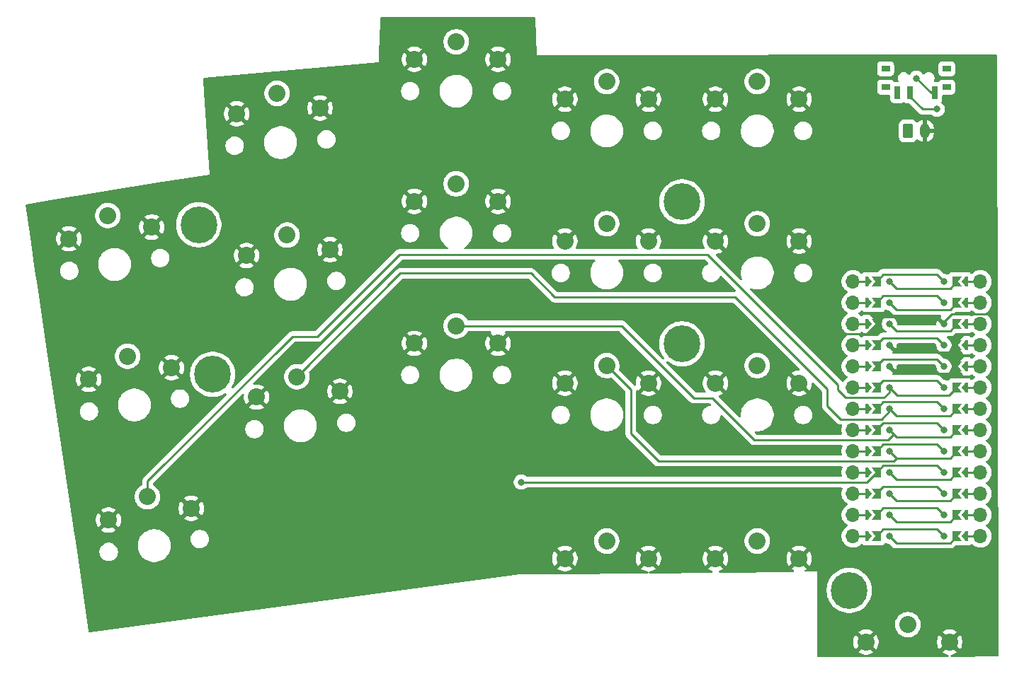
<source format=gbr>
%TF.GenerationSoftware,KiCad,Pcbnew,9.0.5*%
%TF.CreationDate,2025-10-18T21:30:00+02:00*%
%TF.ProjectId,shield-pcb,73686965-6c64-42d7-9063-622e6b696361,1.2*%
%TF.SameCoordinates,Original*%
%TF.FileFunction,Copper,L1,Top*%
%TF.FilePolarity,Positive*%
%FSLAX46Y46*%
G04 Gerber Fmt 4.6, Leading zero omitted, Abs format (unit mm)*
G04 Created by KiCad (PCBNEW 9.0.5) date 2025-10-18 21:30:00*
%MOMM*%
%LPD*%
G01*
G04 APERTURE LIST*
G04 Aperture macros list*
%AMRoundRect*
0 Rectangle with rounded corners*
0 $1 Rounding radius*
0 $2 $3 $4 $5 $6 $7 $8 $9 X,Y pos of 4 corners*
0 Add a 4 corners polygon primitive as box body*
4,1,4,$2,$3,$4,$5,$6,$7,$8,$9,$2,$3,0*
0 Add four circle primitives for the rounded corners*
1,1,$1+$1,$2,$3*
1,1,$1+$1,$4,$5*
1,1,$1+$1,$6,$7*
1,1,$1+$1,$8,$9*
0 Add four rect primitives between the rounded corners*
20,1,$1+$1,$2,$3,$4,$5,0*
20,1,$1+$1,$4,$5,$6,$7,0*
20,1,$1+$1,$6,$7,$8,$9,0*
20,1,$1+$1,$8,$9,$2,$3,0*%
%AMFreePoly0*
4,1,6,0.250000,0.000000,-0.250000,-0.625000,-0.500000,-0.625000,-0.500000,0.625000,-0.250000,0.625000,0.250000,0.000000,0.250000,0.000000,$1*%
%AMFreePoly1*
4,1,6,0.500000,-0.625000,-0.650000,-0.625000,-0.150000,0.000000,-0.650000,0.625000,0.500000,0.625000,0.500000,-0.625000,0.500000,-0.625000,$1*%
G04 Aperture macros list end*
%TA.AperFunction,ComponentPad*%
%ADD10C,2.032000*%
%TD*%
%TA.AperFunction,ComponentPad*%
%ADD11O,1.700000X1.700000*%
%TD*%
%TA.AperFunction,ComponentPad*%
%ADD12C,0.800000*%
%TD*%
%TA.AperFunction,SMDPad,CuDef*%
%ADD13FreePoly0,0.000000*%
%TD*%
%TA.AperFunction,SMDPad,CuDef*%
%ADD14FreePoly1,0.000000*%
%TD*%
%TA.AperFunction,SMDPad,CuDef*%
%ADD15FreePoly1,180.000000*%
%TD*%
%TA.AperFunction,SMDPad,CuDef*%
%ADD16FreePoly0,180.000000*%
%TD*%
%TA.AperFunction,ComponentPad*%
%ADD17RoundRect,0.250000X-0.350000X-0.625000X0.350000X-0.625000X0.350000X0.625000X-0.350000X0.625000X0*%
%TD*%
%TA.AperFunction,ComponentPad*%
%ADD18O,1.200000X1.750000*%
%TD*%
%TA.AperFunction,SMDPad,CuDef*%
%ADD19R,0.700000X1.500000*%
%TD*%
%TA.AperFunction,SMDPad,CuDef*%
%ADD20R,1.000000X0.800000*%
%TD*%
%TA.AperFunction,ComponentPad*%
%ADD21C,0.700000*%
%TD*%
%TA.AperFunction,ComponentPad*%
%ADD22C,4.400000*%
%TD*%
%TA.AperFunction,ViaPad*%
%ADD23C,0.800000*%
%TD*%
%TA.AperFunction,Conductor*%
%ADD24C,0.250000*%
%TD*%
G04 APERTURE END LIST*
D10*
%TO.P,S1,1*%
%TO.N,GND*%
X153432183Y-145680316D03*
%TO.P,S1,2*%
%TO.N,grid-zn_pinky_bottom*%
X148188579Y-144296618D03*
%TO.P,S1,1*%
%TO.N,GND*%
X143529502Y-147072047D03*
%TO.P,S1,2*%
%TO.N,grid-zn_pinky_bottom*%
X148188579Y-144296618D03*
%TD*%
%TO.P,S2,1*%
%TO.N,GND*%
X151066283Y-128845716D03*
%TO.P,S2,2*%
%TO.N,grid-zn_pinky_home*%
X145822679Y-127462018D03*
%TO.P,S2,1*%
%TO.N,GND*%
X141163602Y-130237447D03*
%TO.P,S2,2*%
%TO.N,grid-zn_pinky_home*%
X145822679Y-127462018D03*
%TD*%
%TO.P,S3,1*%
%TO.N,GND*%
X148700283Y-112011216D03*
%TO.P,S3,2*%
%TO.N,grid-zn_pinky_top*%
X143456679Y-110627518D03*
%TO.P,S3,1*%
%TO.N,GND*%
X138797602Y-113402947D03*
%TO.P,S3,2*%
%TO.N,grid-zn_pinky_top*%
X143456679Y-110627518D03*
%TD*%
%TO.P,S4,1*%
%TO.N,GND*%
X171206646Y-131668874D03*
%TO.P,S4,2*%
%TO.N,grid-zn_ring_bottom*%
X166072337Y-129922772D03*
%TO.P,S4,1*%
%TO.N,GND*%
X161231005Y-132366439D03*
%TO.P,S4,2*%
%TO.N,grid-zn_ring_bottom*%
X166072337Y-129922772D03*
%TD*%
%TO.P,S5,1*%
%TO.N,GND*%
X170020746Y-114710274D03*
%TO.P,S5,2*%
%TO.N,grid-zn_ring_home*%
X164886437Y-112964172D03*
%TO.P,S5,1*%
%TO.N,GND*%
X160045105Y-115407839D03*
%TO.P,S5,2*%
%TO.N,grid-zn_ring_home*%
X164886437Y-112964172D03*
%TD*%
%TO.P,S7,1*%
%TO.N,GND*%
X190105400Y-125931600D03*
%TO.P,S7,2*%
%TO.N,grid-zn_middle_bottom*%
X185105400Y-123831600D03*
%TO.P,S7,1*%
%TO.N,GND*%
X180105400Y-125931600D03*
%TO.P,S7,2*%
%TO.N,grid-zn_middle_bottom*%
X185105400Y-123831600D03*
%TD*%
%TO.P,S8,1*%
%TO.N,GND*%
X190105400Y-108931600D03*
%TO.P,S8,2*%
%TO.N,grid-zn_middle_home*%
X185105400Y-106831600D03*
%TO.P,S8,1*%
%TO.N,GND*%
X180105400Y-108931600D03*
%TO.P,S8,2*%
%TO.N,grid-zn_middle_home*%
X185105400Y-106831600D03*
%TD*%
%TO.P,S9,1*%
%TO.N,GND*%
X190105400Y-91931600D03*
%TO.P,S9,2*%
%TO.N,grid-zn_middle_top*%
X185105400Y-89831600D03*
%TO.P,S9,1*%
%TO.N,GND*%
X180105400Y-91931600D03*
%TO.P,S9,2*%
%TO.N,grid-zn_middle_top*%
X185105400Y-89831600D03*
%TD*%
%TO.P,S10,1*%
%TO.N,GND*%
X208105400Y-130694600D03*
%TO.P,S10,2*%
%TO.N,grid-zn_index_bottom*%
X203105400Y-128594600D03*
%TO.P,S10,1*%
%TO.N,GND*%
X198105400Y-130694600D03*
%TO.P,S10,2*%
%TO.N,grid-zn_index_bottom*%
X203105400Y-128594600D03*
%TD*%
%TO.P,S11,2*%
%TO.N,grid-zn_index_home*%
X203105400Y-111594600D03*
%TO.P,S11,1*%
%TO.N,GND*%
X198105400Y-113694600D03*
%TO.P,S11,2*%
%TO.N,grid-zn_index_home*%
X203105400Y-111594600D03*
%TO.P,S11,1*%
%TO.N,GND*%
X208105400Y-113694600D03*
%TD*%
%TO.P,S12,1*%
%TO.N,GND*%
X208105400Y-96694600D03*
%TO.P,S12,2*%
%TO.N,grid-zn_index_top*%
X203105400Y-94594600D03*
%TO.P,S12,1*%
%TO.N,GND*%
X198105400Y-96694600D03*
%TO.P,S12,2*%
%TO.N,grid-zn_index_top*%
X203105400Y-94594600D03*
%TD*%
%TO.P,S14,1*%
%TO.N,GND*%
X226105400Y-113694600D03*
%TO.P,S14,2*%
%TO.N,grid-zn_inner_home*%
X221105400Y-111594600D03*
%TO.P,S14,1*%
%TO.N,GND*%
X216105400Y-113694600D03*
%TO.P,S14,2*%
%TO.N,grid-zn_inner_home*%
X221105400Y-111594600D03*
%TD*%
%TO.P,S15,1*%
%TO.N,GND*%
X226105400Y-96694600D03*
%TO.P,S15,2*%
%TO.N,grid-zn_inner_top*%
X221105400Y-94594600D03*
%TO.P,S15,1*%
%TO.N,GND*%
X216105400Y-96694600D03*
%TO.P,S15,2*%
%TO.N,grid-zn_inner_top*%
X221105400Y-94594600D03*
%TD*%
%TO.P,S16,1*%
%TO.N,GND*%
X208105400Y-151694600D03*
%TO.P,S16,2*%
%TO.N,thumb-zn_near_thumb*%
X203105400Y-149594600D03*
%TO.P,S16,1*%
%TO.N,GND*%
X198105400Y-151694600D03*
%TO.P,S16,2*%
%TO.N,thumb-zn_near_thumb*%
X203105400Y-149594600D03*
%TD*%
%TO.P,S17,1*%
%TO.N,GND*%
X226105400Y-151694600D03*
%TO.P,S17,2*%
%TO.N,thumb-zn_home_thumb*%
X221105400Y-149594600D03*
%TO.P,S17,1*%
%TO.N,GND*%
X216105400Y-151694600D03*
%TO.P,S17,2*%
%TO.N,thumb-zn_home_thumb*%
X221105400Y-149594600D03*
%TD*%
%TO.P,S18,1*%
%TO.N,GND*%
X244105400Y-161694600D03*
%TO.P,S18,2*%
%TO.N,thumb-zn_far_thumb*%
X239105400Y-159594600D03*
%TO.P,S18,1*%
%TO.N,GND*%
X234105400Y-161694600D03*
%TO.P,S18,2*%
%TO.N,thumb-zn_far_thumb*%
X239105400Y-159594600D03*
%TD*%
D11*
%TO.P,MCU,0*%
%TO.N,_1_0*%
X232535400Y-118524600D03*
%TO.P,MCU,25*%
%TO.N,_1_25*%
X247775400Y-118524600D03*
%TO.P,MCU,1*%
%TO.N,_1_1*%
X232535400Y-121064600D03*
%TO.P,MCU,24*%
%TO.N,_1_24*%
X247775400Y-121064600D03*
%TO.P,MCU,2*%
%TO.N,_1_2*%
X232535400Y-123604600D03*
%TO.P,MCU,23*%
%TO.N,_1_23*%
X247775400Y-123604600D03*
%TO.P,MCU,3*%
%TO.N,_1_3*%
X232535400Y-126144600D03*
%TO.P,MCU,22*%
%TO.N,_1_22*%
X247775400Y-126144600D03*
%TO.P,MCU,4*%
%TO.N,_1_4*%
X232535400Y-128684600D03*
%TO.P,MCU,21*%
%TO.N,_1_21*%
X247775400Y-128684600D03*
%TO.P,MCU,5*%
%TO.N,_1_5*%
X232535400Y-131224600D03*
%TO.P,MCU,20*%
%TO.N,_1_20*%
X247775400Y-131224600D03*
%TO.P,MCU,6*%
%TO.N,_1_6*%
X232535400Y-133764600D03*
%TO.P,MCU,19*%
%TO.N,_1_19*%
X247775400Y-133764600D03*
%TO.P,MCU,7*%
%TO.N,_1_7*%
X232535400Y-136304600D03*
%TO.P,MCU,18*%
%TO.N,_1_18*%
X247775400Y-136304600D03*
%TO.P,MCU,8*%
%TO.N,_1_8*%
X232535400Y-138844600D03*
%TO.P,MCU,17*%
%TO.N,_1_17*%
X247775400Y-138844600D03*
%TO.P,MCU,9*%
%TO.N,_1_9*%
X232535400Y-141384600D03*
%TO.P,MCU,16*%
%TO.N,_1_16*%
X247775400Y-141384600D03*
%TO.P,MCU,10*%
%TO.N,_1_10*%
X232535400Y-143924600D03*
%TO.P,MCU,15*%
%TO.N,_1_15*%
X247775400Y-143924600D03*
%TO.P,MCU,11*%
%TO.N,_1_11*%
X232535400Y-146464600D03*
%TO.P,MCU,14*%
%TO.N,_1_14*%
X247775400Y-146464600D03*
%TO.P,MCU,12*%
%TO.N,_1_12*%
X232535400Y-149004600D03*
%TO.P,MCU,13*%
%TO.N,_1_13*%
X247775400Y-149004600D03*
D12*
%TO.P,MCU,0*%
%TO.N,B-*%
X236893400Y-118524600D03*
D13*
%TO.N,_1_0*%
X234535400Y-118524600D03*
D14*
%TO.P,MCU,25*%
%TO.N,B+*%
X235380400Y-118524600D03*
D12*
X243417400Y-118524600D03*
D15*
%TO.P,MCU,0*%
%TO.N,B-*%
X244930400Y-118524600D03*
D16*
%TO.P,MCU,25*%
%TO.N,_1_25*%
X245775400Y-118524600D03*
D12*
%TO.P,MCU,1*%
%TO.N,grid-zn_inner_home*%
X236893400Y-121064600D03*
D13*
%TO.N,_1_1*%
X234535400Y-121064600D03*
D14*
%TO.P,MCU,24*%
%TO.N,RAW*%
X235380400Y-121064600D03*
D12*
X243417400Y-121064600D03*
D15*
%TO.P,MCU,1*%
%TO.N,grid-zn_inner_home*%
X244930400Y-121064600D03*
D16*
%TO.P,MCU,24*%
%TO.N,_1_24*%
X245775400Y-121064600D03*
D12*
%TO.P,MCU,2*%
%TO.N,thumb-zn_near_thumb*%
X236893400Y-123604600D03*
D13*
%TO.N,_1_2*%
X234535400Y-123604600D03*
D14*
%TO.P,MCU,23*%
%TO.N,GND*%
X235380400Y-123604600D03*
D12*
X243417400Y-123604600D03*
D15*
%TO.P,MCU,2*%
%TO.N,thumb-zn_near_thumb*%
X244930400Y-123604600D03*
D16*
%TO.P,MCU,23*%
%TO.N,_1_23*%
X245775400Y-123604600D03*
D12*
%TO.P,MCU,3*%
%TO.N,GND*%
X236893400Y-126144600D03*
D13*
%TO.N,_1_3*%
X234535400Y-126144600D03*
D14*
%TO.P,MCU,22*%
%TO.N,RST*%
X235380400Y-126144600D03*
D12*
X243417400Y-126144600D03*
D15*
%TO.P,MCU,3*%
%TO.N,GND*%
X244930400Y-126144600D03*
D16*
%TO.P,MCU,22*%
%TO.N,_1_22*%
X245775400Y-126144600D03*
D12*
%TO.P,MCU,4*%
%TO.N,GND*%
X236893400Y-128684600D03*
D13*
%TO.N,_1_4*%
X234535400Y-128684600D03*
D14*
%TO.P,MCU,21*%
%TO.N,VCC*%
X235380400Y-128684600D03*
D12*
X243417400Y-128684600D03*
D15*
%TO.P,MCU,4*%
%TO.N,GND*%
X244930400Y-128684600D03*
D16*
%TO.P,MCU,21*%
%TO.N,_1_21*%
X245775400Y-128684600D03*
D12*
%TO.P,MCU,5*%
%TO.N,grid-zn_pinky_bottom*%
X236893400Y-131224600D03*
D13*
%TO.N,_1_5*%
X234535400Y-131224600D03*
D14*
%TO.P,MCU,20*%
%TO.N,grid-zn_inner_top*%
X235380400Y-131224600D03*
D12*
X243417400Y-131224600D03*
D15*
%TO.P,MCU,5*%
%TO.N,grid-zn_pinky_bottom*%
X244930400Y-131224600D03*
D16*
%TO.P,MCU,20*%
%TO.N,_1_20*%
X245775400Y-131224600D03*
D12*
%TO.P,MCU,6*%
%TO.N,grid-zn_ring_bottom*%
X236893400Y-133764600D03*
D13*
%TO.N,_1_6*%
X234535400Y-133764600D03*
D14*
%TO.P,MCU,19*%
%TO.N,grid-zn_index_top*%
X235380400Y-133764600D03*
D12*
X243417400Y-133764600D03*
D15*
%TO.P,MCU,6*%
%TO.N,grid-zn_ring_bottom*%
X244930400Y-133764600D03*
D16*
%TO.P,MCU,19*%
%TO.N,_1_19*%
X245775400Y-133764600D03*
D12*
%TO.P,MCU,7*%
%TO.N,grid-zn_middle_bottom*%
X236893400Y-136304600D03*
D13*
%TO.N,_1_7*%
X234535400Y-136304600D03*
D14*
%TO.P,MCU,18*%
%TO.N,grid-zn_middle_top*%
X235380400Y-136304600D03*
D12*
X243417400Y-136304600D03*
D15*
%TO.P,MCU,7*%
%TO.N,grid-zn_middle_bottom*%
X244930400Y-136304600D03*
D16*
%TO.P,MCU,18*%
%TO.N,_1_18*%
X245775400Y-136304600D03*
D12*
%TO.P,MCU,8*%
%TO.N,grid-zn_index_bottom*%
X236893400Y-138844600D03*
D13*
%TO.N,_1_8*%
X234535400Y-138844600D03*
D14*
%TO.P,MCU,17*%
%TO.N,grid-zn_ring_top*%
X235380400Y-138844600D03*
D12*
X243417400Y-138844600D03*
D15*
%TO.P,MCU,8*%
%TO.N,grid-zn_index_bottom*%
X244930400Y-138844600D03*
D16*
%TO.P,MCU,17*%
%TO.N,_1_17*%
X245775400Y-138844600D03*
D12*
%TO.P,MCU,9*%
%TO.N,grid-zn_inner_bottom*%
X236893400Y-141384600D03*
D13*
%TO.N,_1_9*%
X234535400Y-141384600D03*
D14*
%TO.P,MCU,16*%
%TO.N,grid-zn_pinky_home*%
X235380400Y-141384600D03*
D12*
X243417400Y-141384600D03*
D15*
%TO.P,MCU,9*%
%TO.N,grid-zn_inner_bottom*%
X244930400Y-141384600D03*
D16*
%TO.P,MCU,16*%
%TO.N,_1_16*%
X245775400Y-141384600D03*
D12*
%TO.P,MCU,10*%
%TO.N,grid-zn_pinky_top*%
X236893400Y-143924600D03*
D13*
%TO.N,_1_10*%
X234535400Y-143924600D03*
D14*
%TO.P,MCU,15*%
%TO.N,grid-zn_ring_home*%
X235380400Y-143924600D03*
D12*
X243417400Y-143924600D03*
D15*
%TO.P,MCU,10*%
%TO.N,grid-zn_pinky_top*%
X244930400Y-143924600D03*
D16*
%TO.P,MCU,15*%
%TO.N,_1_15*%
X245775400Y-143924600D03*
D12*
%TO.P,MCU,11*%
%TO.N,thumb-zn_home_thumb*%
X236893400Y-146464600D03*
D13*
%TO.N,_1_11*%
X234535400Y-146464600D03*
D14*
%TO.P,MCU,14*%
%TO.N,grid-zn_middle_home*%
X235380400Y-146464600D03*
D12*
X243417400Y-146464600D03*
D15*
%TO.P,MCU,11*%
%TO.N,thumb-zn_home_thumb*%
X244930400Y-146464600D03*
D16*
%TO.P,MCU,14*%
%TO.N,_1_14*%
X245775400Y-146464600D03*
D12*
%TO.P,MCU,12*%
%TO.N,thumb-zn_far_thumb*%
X236893400Y-149004600D03*
D13*
%TO.N,_1_12*%
X234535400Y-149004600D03*
D14*
%TO.P,MCU,13*%
%TO.N,grid-zn_index_home*%
X235380400Y-149004600D03*
D12*
X243417400Y-149004600D03*
D15*
%TO.P,MCU,12*%
%TO.N,thumb-zn_far_thumb*%
X244930400Y-149004600D03*
D16*
%TO.P,MCU,13*%
%TO.N,_1_13*%
X245775400Y-149004600D03*
%TD*%
D17*
%TO.P,_2,1*%
%TO.N,pos*%
X239105400Y-100494600D03*
D18*
%TO.P,_2,2*%
%TO.N,GND*%
X241105400Y-100494600D03*
%TD*%
D19*
%TO.P,T1,1*%
%TO.N,pos*%
X242355400Y-95924600D03*
%TO.P,T1,2*%
%TO.N,RAW*%
X239355400Y-95924600D03*
%TO.P,T1,*%
%TO.N,*%
X237855400Y-95924600D03*
D20*
X243755400Y-93064600D03*
X236455400Y-93064600D03*
X236455400Y-95274600D03*
X243755400Y-95274600D03*
%TD*%
D21*
%TO.P,_6,1*%
%TO.N,N/C*%
X155582173Y-112793899D03*
D22*
X154318200Y-111733300D03*
D21*
X154462007Y-113377021D03*
X155378799Y-110469327D03*
X152674479Y-111877107D03*
X153054227Y-110672701D03*
X153257601Y-112997273D03*
X155961921Y-111589493D03*
X154174393Y-110089579D03*
%TD*%
%TO.P,_7,1*%
%TO.N,N/C*%
X157254373Y-130706899D03*
D22*
X155990400Y-129646300D03*
D21*
X156134207Y-131290021D03*
X157050999Y-128382327D03*
X154346679Y-129790107D03*
X154726427Y-128585701D03*
X154929801Y-130910273D03*
X157634121Y-129502493D03*
X155846593Y-128002579D03*
%TD*%
%TO.P,_8,1*%
%TO.N,N/C*%
X213272126Y-110161326D03*
D22*
X212105400Y-108994600D03*
D21*
X212105400Y-110644600D03*
X213272126Y-107827874D03*
X210455400Y-108994600D03*
X210938674Y-107827874D03*
X210938674Y-110161326D03*
X213755400Y-108994600D03*
X212105400Y-107344600D03*
%TD*%
%TO.P,_9,1*%
%TO.N,N/C*%
X213272126Y-127161326D03*
D22*
X212105400Y-125994600D03*
D21*
X212105400Y-127644600D03*
X213272126Y-124827874D03*
X210455400Y-125994600D03*
X210938674Y-124827874D03*
X210938674Y-127161326D03*
X213755400Y-125994600D03*
X212105400Y-124344600D03*
%TD*%
%TO.P,_10,1*%
%TO.N,N/C*%
X233272126Y-156661326D03*
D22*
X232105400Y-155494600D03*
D21*
X232105400Y-157144600D03*
X233272126Y-154327874D03*
X230455400Y-155494600D03*
X230938674Y-154327874D03*
X230938674Y-156661326D03*
X233755400Y-155494600D03*
X232105400Y-153844600D03*
%TD*%
D10*
%TO.P,S6,1*%
%TO.N,GND*%
X168834946Y-97751674D03*
%TO.P,S6,2*%
%TO.N,grid-zn_ring_top*%
X163700637Y-96005572D03*
%TO.P,S6,1*%
%TO.N,GND*%
X158859305Y-98449239D03*
%TO.P,S6,2*%
%TO.N,grid-zn_ring_top*%
X163700637Y-96005572D03*
%TD*%
%TO.P,S13,1*%
%TO.N,GND*%
X226105400Y-130694600D03*
%TO.P,S13,2*%
%TO.N,grid-zn_inner_bottom*%
X221105400Y-128594600D03*
%TO.P,S13,1*%
%TO.N,GND*%
X216105400Y-130694600D03*
%TO.P,S13,2*%
%TO.N,grid-zn_inner_bottom*%
X221105400Y-128594600D03*
%TD*%
D23*
%TO.N,GND*%
X246170000Y-115360000D03*
X230180000Y-126100000D03*
%TO.N,grid-zn_pinky_home*%
X192890000Y-142550000D03*
%TO.N,pos*%
X240130000Y-94190000D03*
%TO.N,RAW*%
X242600000Y-97900000D03*
%TD*%
D24*
%TO.N,GND*%
X248040000Y-115360000D02*
X249220000Y-116540000D01*
X244352049Y-122390000D02*
X243417400Y-123324649D01*
X246170000Y-115360000D02*
X248040000Y-115360000D01*
X249220000Y-121680000D02*
X248510000Y-122390000D01*
X249220000Y-116540000D02*
X249220000Y-121680000D01*
X248510000Y-122390000D02*
X244352049Y-122390000D01*
X243417400Y-123324649D02*
X243417400Y-123604600D01*
%TO.N,grid-zn_middle_bottom*%
X237394600Y-136804600D02*
X236709100Y-137490100D01*
X215750000Y-132490000D02*
X213550000Y-132490000D01*
X213550000Y-132490000D02*
X204890000Y-123830000D01*
X236709100Y-137490100D02*
X220750100Y-137490100D01*
X220750100Y-137490100D02*
X215750000Y-132490000D01*
X204890000Y-123830000D02*
X185107000Y-123830000D01*
X185107000Y-123830000D02*
X185105400Y-123831600D01*
%TO.N,GND*%
X230180000Y-126100000D02*
X230180000Y-125700000D01*
X230180000Y-125700000D02*
X231099400Y-124780600D01*
X231099400Y-124780600D02*
X234204400Y-124780600D01*
X234204400Y-124780600D02*
X235380400Y-123604600D01*
%TO.N,grid-zn_ring_bottom*%
X218460000Y-120400000D02*
X229470000Y-131410000D01*
X229470000Y-133440000D02*
X231040000Y-135010000D01*
X178445100Y-117550000D02*
X194040000Y-117550000D01*
X166072300Y-129922800D02*
X178445100Y-117550000D01*
X194040000Y-117550000D02*
X196890000Y-120400000D01*
X229470000Y-131410000D02*
X229470000Y-133440000D01*
X196890000Y-120400000D02*
X218460000Y-120400000D01*
X231040000Y-135010000D02*
X235930635Y-135010000D01*
X235930635Y-135010000D02*
X235942874Y-135009316D01*
X235942874Y-135009316D02*
X236893400Y-134058790D01*
X236893400Y-134058790D02*
X236893400Y-133764600D01*
%TO.N,grid-zn_pinky_bottom*%
X244930400Y-131224600D02*
X244015000Y-132140000D01*
X244015000Y-132140000D02*
X237808800Y-132140000D01*
X237808800Y-132140000D02*
X236893400Y-131224600D01*
%TO.N,grid-zn_pinky_home*%
X192890000Y-142550000D02*
X193010000Y-142670000D01*
X193010000Y-142670000D02*
X193071200Y-142670000D01*
X193071200Y-142670000D02*
X193180600Y-142560600D01*
X193180600Y-142560600D02*
X234204400Y-142560600D01*
X234204400Y-142560600D02*
X235380400Y-141384600D01*
%TO.N,grid-zn_index_bottom*%
X237740000Y-139690000D02*
X237403500Y-140026500D01*
X237403500Y-140026500D02*
X209276500Y-140026500D01*
X205990000Y-131479200D02*
X203105400Y-128594600D01*
X209276500Y-140026500D02*
X205990000Y-136740000D01*
X205990000Y-136740000D02*
X205990000Y-131479200D01*
%TO.N,RAW*%
X242600000Y-97900000D02*
X240849600Y-97900000D01*
X240849600Y-97900000D02*
X239355000Y-96405400D01*
X239355000Y-96405400D02*
X239355000Y-95924600D01*
X239355000Y-95924600D02*
X239355400Y-95924600D01*
%TO.N,pos*%
X242355400Y-95924600D02*
X242234100Y-95924600D01*
X241865000Y-95924600D02*
X242234100Y-95924600D01*
X240130000Y-94190000D02*
X241865000Y-95924600D01*
X242234100Y-95924600D02*
X242355000Y-95924600D01*
%TO.N,_1_13*%
X247770800Y-149000000D02*
X247775400Y-149004600D01*
X246780000Y-149000000D02*
X247770800Y-149000000D01*
X245780000Y-149000000D02*
X246780000Y-149000000D01*
X246780000Y-149000000D02*
X247780000Y-149000000D01*
%TO.N,_1_12*%
X234540000Y-149000000D02*
X232540000Y-149000000D01*
%TO.N,_1_14*%
X247770800Y-146460000D02*
X247775400Y-146464600D01*
X246780000Y-146460000D02*
X247770800Y-146460000D01*
X245780000Y-146460000D02*
X246780000Y-146460000D01*
X246780000Y-146460000D02*
X247780000Y-146460000D01*
%TO.N,_1_11*%
X234540000Y-146460000D02*
X232540000Y-146460000D01*
%TO.N,_1_15*%
X247770800Y-143920000D02*
X247775400Y-143924600D01*
X246780000Y-143920000D02*
X247770800Y-143920000D01*
X245780000Y-143920000D02*
X246780000Y-143920000D01*
X246780000Y-143920000D02*
X247780000Y-143920000D01*
%TO.N,_1_10*%
X234540000Y-143920000D02*
X232540000Y-143920000D01*
%TO.N,_1_16*%
X247770800Y-141380000D02*
X247775400Y-141384600D01*
X246780000Y-141380000D02*
X247770800Y-141380000D01*
X245780000Y-141380000D02*
X246780000Y-141380000D01*
X246780000Y-141380000D02*
X247780000Y-141380000D01*
%TO.N,_1_9*%
X234540000Y-141380000D02*
X232540000Y-141380000D01*
%TO.N,_1_17*%
X247770800Y-138840000D02*
X247775400Y-138844600D01*
X246780000Y-138840000D02*
X247770800Y-138840000D01*
X245780000Y-138840000D02*
X246780000Y-138840000D01*
X246780000Y-138840000D02*
X247780000Y-138840000D01*
%TO.N,_1_8*%
X234540000Y-138840000D02*
X232540000Y-138840000D01*
%TO.N,_1_18*%
X247770800Y-136300000D02*
X247775400Y-136304600D01*
X246780000Y-136300000D02*
X247770800Y-136300000D01*
X245780000Y-136300000D02*
X246780000Y-136300000D01*
X246780000Y-136300000D02*
X247780000Y-136300000D01*
%TO.N,_1_7*%
X234540000Y-136300000D02*
X232540000Y-136300000D01*
%TO.N,_1_19*%
X247770800Y-133760000D02*
X247775400Y-133764600D01*
X246780000Y-133760000D02*
X247770800Y-133760000D01*
X245780000Y-133760000D02*
X246780000Y-133760000D01*
X246780000Y-133760000D02*
X247780000Y-133760000D01*
%TO.N,_1_6*%
X234540000Y-133760000D02*
X232540000Y-133760000D01*
%TO.N,_1_20*%
X247770800Y-131220000D02*
X247775400Y-131224600D01*
X246780000Y-131220000D02*
X247770800Y-131220000D01*
X245780000Y-131220000D02*
X246780000Y-131220000D01*
X246780000Y-131220000D02*
X247780000Y-131220000D01*
%TO.N,_1_5*%
X234540000Y-131220000D02*
X232540000Y-131220000D01*
%TO.N,_1_21*%
X247770800Y-128680000D02*
X247775400Y-128684600D01*
X246780000Y-128680000D02*
X247770800Y-128680000D01*
X245780000Y-128680000D02*
X246780000Y-128680000D01*
X246780000Y-128680000D02*
X247780000Y-128680000D01*
%TO.N,_1_4*%
X234540000Y-128680000D02*
X232540000Y-128680000D01*
%TO.N,_1_22*%
X247770800Y-126140000D02*
X247775400Y-126144600D01*
X246780000Y-126140000D02*
X247770800Y-126140000D01*
X245780000Y-126140000D02*
X246780000Y-126140000D01*
X246780000Y-126140000D02*
X247780000Y-126140000D01*
%TO.N,_1_3*%
X234540000Y-126140000D02*
X232540000Y-126140000D01*
%TO.N,_1_23*%
X247770800Y-123600000D02*
X247775400Y-123604600D01*
X246780000Y-123600000D02*
X247770800Y-123600000D01*
X245780000Y-123600000D02*
X246780000Y-123600000D01*
X246780000Y-123600000D02*
X247780000Y-123600000D01*
%TO.N,_1_2*%
X234540000Y-123600000D02*
X232540000Y-123600000D01*
%TO.N,_1_24*%
X247770800Y-121060000D02*
X247775400Y-121064600D01*
X246780000Y-121060000D02*
X247770800Y-121060000D01*
X245780000Y-121060000D02*
X246780000Y-121060000D01*
X246780000Y-121060000D02*
X247780000Y-121060000D01*
%TO.N,_1_1*%
X234540000Y-121060000D02*
X232540000Y-121060000D01*
%TO.N,_1_25*%
X247770800Y-118520000D02*
X247775400Y-118524600D01*
X246780000Y-118520000D02*
X247770800Y-118520000D01*
X245780000Y-118520000D02*
X246780000Y-118520000D01*
X246780000Y-118520000D02*
X247780000Y-118520000D01*
%TO.N,_1_0*%
X234540000Y-118520000D02*
X232540000Y-118520000D01*
%TO.N,VCC*%
X235380400Y-128634600D02*
X235380400Y-128684600D01*
X235760000Y-128255000D02*
X235380400Y-128634600D01*
X235380000Y-128680000D02*
X235760000Y-128255000D01*
X242580000Y-127830000D02*
X243420000Y-128680000D01*
X236140000Y-127830000D02*
X242580000Y-127830000D01*
X235760000Y-128255000D02*
X236140000Y-127830000D01*
X243420000Y-128682000D02*
X243420000Y-128680000D01*
X243417400Y-128684600D02*
X243420000Y-128682000D01*
%TO.N,RST*%
X243420000Y-126142000D02*
X243420000Y-126140000D01*
X243417400Y-126144600D02*
X243420000Y-126142000D01*
X235380400Y-126094600D02*
X235380400Y-126144600D01*
X235760000Y-125715000D02*
X235380400Y-126094600D01*
X235380000Y-126140000D02*
X235760000Y-125715000D01*
X242580000Y-125290000D02*
X243420000Y-126140000D01*
X236140000Y-125290000D02*
X242580000Y-125290000D01*
X235760000Y-125715000D02*
X236140000Y-125290000D01*
%TO.N,B-*%
X237313800Y-118945000D02*
X236893400Y-118524600D01*
X237315000Y-118945000D02*
X237313800Y-118945000D01*
X237315000Y-118945000D02*
X236890000Y-118520000D01*
X244930100Y-118524600D02*
X244927900Y-118522400D01*
X244930400Y-118524600D02*
X244930100Y-118524600D01*
X244930000Y-118520000D02*
X244927900Y-118522400D01*
X237740000Y-119370000D02*
X237315000Y-118945000D01*
X244180000Y-119370000D02*
X237740000Y-119370000D01*
X244927900Y-118522400D02*
X244180000Y-119370000D01*
%TO.N,B+*%
X242580000Y-117670000D02*
X243420000Y-118520000D01*
X236140000Y-117670000D02*
X242580000Y-117670000D01*
X235380000Y-118520000D02*
X236140000Y-117670000D01*
X243420000Y-118522000D02*
X243420000Y-118520000D01*
X243417400Y-118524600D02*
X243420000Y-118522000D01*
X235380000Y-118524200D02*
X235380000Y-118520000D01*
X235380400Y-118524600D02*
X235380000Y-118524200D01*
%TO.N,RAW*%
X242580000Y-120210000D02*
X243420000Y-121060000D01*
X236140000Y-120210000D02*
X242580000Y-120210000D01*
X235380000Y-121060000D02*
X236140000Y-120210000D01*
X235380000Y-121064200D02*
X235380000Y-121060000D01*
X235380400Y-121064600D02*
X235380000Y-121064200D01*
X243420000Y-121062000D02*
X243420000Y-121060000D01*
X243417400Y-121064600D02*
X243420000Y-121062000D01*
%TO.N,thumb-zn_far_thumb*%
X236893400Y-149004600D02*
X236894000Y-149004000D01*
X236894000Y-149004000D02*
X236890000Y-149000000D01*
X244930400Y-149049600D02*
X244930400Y-149004600D01*
X244555000Y-149425000D02*
X244930400Y-149049600D01*
X244930000Y-149000000D02*
X244555000Y-149425000D01*
X237740000Y-149850000D02*
X236894000Y-149004000D01*
X244180000Y-149850000D02*
X237740000Y-149850000D01*
X244555000Y-149425000D02*
X244180000Y-149850000D01*
%TO.N,thumb-zn_home_thumb*%
X236893400Y-146464600D02*
X236894000Y-146464000D01*
X236894000Y-146464000D02*
X236890000Y-146460000D01*
X244930100Y-146464600D02*
X244927900Y-146462400D01*
X244930400Y-146464600D02*
X244930100Y-146464600D01*
X244930000Y-146460000D02*
X244927900Y-146462400D01*
X237740000Y-147310000D02*
X237394600Y-146964600D01*
X244180000Y-147310000D02*
X237740000Y-147310000D01*
X244927900Y-146462400D02*
X244180000Y-147310000D01*
X237394600Y-146964600D02*
X236894000Y-146464000D01*
%TO.N,thumb-zn_near_thumb*%
X244930100Y-123604600D02*
X244927900Y-123602400D01*
X244930400Y-123604600D02*
X244930100Y-123604600D01*
X244930000Y-123600000D02*
X244927900Y-123602400D01*
X237313800Y-124025000D02*
X236893400Y-123604600D01*
X237315000Y-124025000D02*
X237313800Y-124025000D01*
X237315000Y-124025000D02*
X236890000Y-123600000D01*
X237740000Y-124450000D02*
X237315000Y-124025000D01*
X244180000Y-124450000D02*
X237740000Y-124450000D01*
X244927900Y-123602400D02*
X244180000Y-124450000D01*
%TO.N,grid-zn_inner_top*%
X235380400Y-131174600D02*
X235380400Y-131224600D01*
X235760000Y-130795000D02*
X235380400Y-131174600D01*
X235380000Y-131220000D02*
X235760000Y-130795000D01*
X243417400Y-131212400D02*
X243417400Y-131224600D01*
X243000000Y-130795000D02*
X243417400Y-131212400D01*
X242580000Y-130370000D02*
X243000000Y-130795000D01*
X236140000Y-130370000D02*
X242580000Y-130370000D01*
X235760000Y-130795000D02*
X236140000Y-130370000D01*
X243000000Y-130795000D02*
X243420000Y-131220000D01*
%TO.N,grid-zn_inner_home*%
X244930100Y-121064600D02*
X244927900Y-121062400D01*
X244930400Y-121064600D02*
X244930100Y-121064600D01*
X244930000Y-121060000D02*
X244927900Y-121062400D01*
X237313800Y-121485000D02*
X236893400Y-121064600D01*
X237315000Y-121485000D02*
X237313800Y-121485000D01*
X237740000Y-121910000D02*
X237315000Y-121485000D01*
X244180000Y-121910000D02*
X237740000Y-121910000D01*
X244927900Y-121062400D02*
X244180000Y-121910000D01*
X237315000Y-121485000D02*
X236890000Y-121060000D01*
%TO.N,grid-zn_inner_bottom*%
X244930100Y-141384600D02*
X244927900Y-141382400D01*
X244930400Y-141384600D02*
X244930100Y-141384600D01*
X244930000Y-141380000D02*
X244927900Y-141382400D01*
X237313800Y-141805000D02*
X236893400Y-141384600D01*
X237315000Y-141805000D02*
X237313800Y-141805000D01*
X237740000Y-142230000D02*
X237315000Y-141805000D01*
X244180000Y-142230000D02*
X237740000Y-142230000D01*
X244927900Y-141382400D02*
X244180000Y-142230000D01*
X237315000Y-141805000D02*
X236890000Y-141380000D01*
%TO.N,grid-zn_index_top*%
X235380000Y-133764200D02*
X235380000Y-133760000D01*
X235380400Y-133764600D02*
X235380000Y-133764200D01*
X243417400Y-133752400D02*
X243417400Y-133764600D01*
X243000000Y-133335000D02*
X243417400Y-133752400D01*
X243000000Y-133335000D02*
X243420000Y-133760000D01*
X242580000Y-132910000D02*
X243000000Y-133335000D01*
X236140000Y-132910000D02*
X242580000Y-132910000D01*
X235380000Y-133760000D02*
X236140000Y-132910000D01*
%TO.N,grid-zn_index_home*%
X243417400Y-148992400D02*
X243417400Y-149004600D01*
X243000000Y-148575000D02*
X243417400Y-148992400D01*
X242580000Y-148150000D02*
X243000000Y-148575000D01*
X236140000Y-148150000D02*
X242580000Y-148150000D01*
X235380000Y-149000000D02*
X236140000Y-148150000D01*
X243000000Y-148575000D02*
X243420000Y-149000000D01*
X235380000Y-149004200D02*
X235380400Y-149004600D01*
X235380000Y-149000000D02*
X235380000Y-149004200D01*
%TO.N,grid-zn_index_bottom*%
X244930100Y-138844600D02*
X244927900Y-138842400D01*
X244930400Y-138844600D02*
X244930100Y-138844600D01*
X244930000Y-138840000D02*
X244927900Y-138842400D01*
X236893400Y-138844600D02*
X236894000Y-138844000D01*
X236894000Y-138844000D02*
X236890000Y-138840000D01*
X244180000Y-139690000D02*
X237740000Y-139690000D01*
X244927900Y-138842400D02*
X244180000Y-139690000D01*
X237740000Y-139690000D02*
X236894000Y-138844000D01*
%TO.N,grid-zn_middle_top*%
X235380400Y-136254600D02*
X235380400Y-136304600D01*
X235760000Y-135875000D02*
X235380400Y-136254600D01*
X235380000Y-136300000D02*
X235760000Y-135875000D01*
X243417400Y-136292400D02*
X243417400Y-136304600D01*
X243000000Y-135875000D02*
X243417400Y-136292400D01*
X243000000Y-135875000D02*
X243420000Y-136300000D01*
X242580000Y-135450000D02*
X243000000Y-135875000D01*
X236140000Y-135450000D02*
X242580000Y-135450000D01*
X235760000Y-135875000D02*
X236140000Y-135450000D01*
%TO.N,grid-zn_middle_home*%
X235380000Y-146464200D02*
X235380000Y-146460000D01*
X235380400Y-146464600D02*
X235380000Y-146464200D01*
X243417400Y-146452400D02*
X243417400Y-146464600D01*
X243000000Y-146035000D02*
X243417400Y-146452400D01*
X243000000Y-146035000D02*
X243420000Y-146460000D01*
X236140000Y-145610000D02*
X237200900Y-145610000D01*
X235380000Y-146460000D02*
X236140000Y-145610000D01*
X242580000Y-145610000D02*
X243000000Y-146035000D01*
X237200900Y-145610000D02*
X242580000Y-145610000D01*
%TO.N,grid-zn_middle_bottom*%
X236893400Y-136304600D02*
X236894000Y-136304000D01*
X236894000Y-136304000D02*
X236890000Y-136300000D01*
X244930100Y-136304600D02*
X244927900Y-136302400D01*
X244930400Y-136304600D02*
X244930100Y-136304600D01*
X244930000Y-136300000D02*
X244927900Y-136302400D01*
X237740000Y-137150000D02*
X237394600Y-136804600D01*
X244180000Y-137150000D02*
X237740000Y-137150000D01*
X244927900Y-136302400D02*
X244180000Y-137150000D01*
X237394600Y-136804600D02*
X236894000Y-136304000D01*
%TO.N,grid-zn_ring_top*%
X235380000Y-138844200D02*
X235380000Y-138840000D01*
X235380400Y-138844600D02*
X235380000Y-138844200D01*
X243417400Y-138832400D02*
X243417400Y-138844600D01*
X243000000Y-138415000D02*
X243417400Y-138832400D01*
X243000000Y-138415000D02*
X243420000Y-138840000D01*
X242580000Y-137990000D02*
X243000000Y-138415000D01*
X236140000Y-137990000D02*
X242580000Y-137990000D01*
X235380000Y-138840000D02*
X236140000Y-137990000D01*
%TO.N,grid-zn_ring_home*%
X235380000Y-143920000D02*
X235760000Y-143495000D01*
X243417400Y-143912400D02*
X243417400Y-143924600D01*
X243000000Y-143495000D02*
X243417400Y-143912400D01*
X243000000Y-143495000D02*
X243420000Y-143920000D01*
X235380400Y-143874600D02*
X235380400Y-143924600D01*
X235760000Y-143495000D02*
X235380400Y-143874600D01*
X242580000Y-143070000D02*
X243000000Y-143495000D01*
X236140000Y-143070000D02*
X242580000Y-143070000D01*
X235760000Y-143495000D02*
X236140000Y-143070000D01*
%TO.N,grid-zn_ring_bottom*%
X237315000Y-134185000D02*
X236890000Y-133760000D01*
X237313800Y-134185000D02*
X236893400Y-133764600D01*
X237315000Y-134185000D02*
X237313800Y-134185000D01*
X244930400Y-133809600D02*
X244930400Y-133764600D01*
X244555000Y-134185000D02*
X244930400Y-133809600D01*
X244930000Y-133760000D02*
X244555000Y-134185000D01*
X237740000Y-134610000D02*
X237394600Y-134264600D01*
X244180000Y-134610000D02*
X237740000Y-134610000D01*
X244555000Y-134185000D02*
X244180000Y-134610000D01*
X237394600Y-134264600D02*
X237315000Y-134185000D01*
%TO.N,grid-zn_pinky_top*%
X237313800Y-144345000D02*
X236893400Y-143924600D01*
X237315000Y-144345000D02*
X237313800Y-144345000D01*
X237315000Y-144345000D02*
X236890000Y-143920000D01*
X244930400Y-143969600D02*
X244930400Y-143924600D01*
X244555000Y-144345000D02*
X244930400Y-143969600D01*
X244930000Y-143920000D02*
X244555000Y-144345000D01*
X237740000Y-144770000D02*
X237315000Y-144345000D01*
X244180000Y-144770000D02*
X237740000Y-144770000D01*
X244555000Y-144345000D02*
X244180000Y-144770000D01*
%TO.N,grid-zn_pinky_home*%
X243417400Y-141372400D02*
X243417400Y-141384600D01*
X243000000Y-140955000D02*
X243417400Y-141372400D01*
X243000000Y-140955000D02*
X243420000Y-141380000D01*
X242580000Y-140530000D02*
X243000000Y-140955000D01*
X236140000Y-140530000D02*
X242580000Y-140530000D01*
X235380000Y-141380000D02*
X236140000Y-140530000D01*
X235380000Y-141384200D02*
X235380400Y-141384600D01*
X235380000Y-141380000D02*
X235380000Y-141384200D01*
%TO.N,GND*%
X244930400Y-126189600D02*
X244930400Y-126144600D01*
X244555000Y-126565000D02*
X244930400Y-126189600D01*
X244930000Y-126140000D02*
X244555000Y-126565000D01*
X244930400Y-128729600D02*
X244930400Y-128684600D01*
X244555000Y-129105000D02*
X244930400Y-128729600D01*
X244930000Y-128680000D02*
X244555000Y-129105000D01*
X236893400Y-126144600D02*
X236894000Y-126144000D01*
X237740000Y-126990000D02*
X236894000Y-126144000D01*
X244180000Y-126990000D02*
X237740000Y-126990000D01*
X244555000Y-126565000D02*
X244180000Y-126990000D01*
X236894000Y-126144000D02*
X236890000Y-126140000D01*
X243420000Y-123602000D02*
X243420000Y-123600000D01*
X243417400Y-123604600D02*
X243420000Y-123602000D01*
X236893400Y-128684600D02*
X236894000Y-128684000D01*
X237740000Y-129530000D02*
X236894000Y-128684000D01*
X244180000Y-129530000D02*
X237740000Y-129530000D01*
X244555000Y-129105000D02*
X244180000Y-129530000D01*
X236894000Y-128684000D02*
X236890000Y-128680000D01*
X235380400Y-123554600D02*
X235380400Y-123604600D01*
X235760000Y-123175000D02*
X235380400Y-123554600D01*
X235380000Y-123600000D02*
X235760000Y-123175000D01*
X242580000Y-122750000D02*
X243420000Y-123600000D01*
X236140000Y-122750000D02*
X242580000Y-122750000D01*
X235760000Y-123175000D02*
X236140000Y-122750000D01*
%TO.N,grid-zn_pinky_bottom*%
X236893400Y-131224600D02*
X236893400Y-131790285D01*
X236253685Y-132430000D02*
X231660000Y-132430000D01*
X215125899Y-115280000D02*
X199799800Y-115280000D01*
X230720000Y-131490000D02*
X230720000Y-130874101D01*
X236893400Y-131790285D02*
X236253685Y-132430000D01*
X199799800Y-115280000D02*
X199789800Y-115290000D01*
X230720000Y-130874101D02*
X215125899Y-115280000D01*
X199789800Y-115290000D02*
X178330000Y-115290000D01*
X178330000Y-115290000D02*
X168500000Y-125120000D01*
X168500000Y-125120000D02*
X165510000Y-125120000D01*
X231660000Y-132430000D02*
X230720000Y-131490000D01*
X165510000Y-125120000D02*
X148188579Y-142441421D01*
X148188579Y-142441421D02*
X148188579Y-144296618D01*
%TD*%
%TA.AperFunction,Conductor*%
%TO.N,GND*%
G36*
X246824504Y-124574914D02*
G01*
X246890396Y-124640806D01*
X247031192Y-124743100D01*
X247063391Y-124766494D01*
X247067273Y-124768873D01*
X247114148Y-124820686D01*
X247125569Y-124889616D01*
X247097912Y-124953778D01*
X247067273Y-124980327D01*
X247063391Y-124982705D01*
X246890396Y-125108394D01*
X246826536Y-125172253D01*
X246765212Y-125205737D01*
X246695521Y-125200751D01*
X246657655Y-125178284D01*
X246553019Y-125087616D01*
X246507255Y-125066716D01*
X246420073Y-125026900D01*
X246420068Y-125026899D01*
X246275400Y-125006100D01*
X246025400Y-125006100D01*
X246025398Y-125006100D01*
X246011964Y-125006364D01*
X246005247Y-125006496D01*
X245933376Y-125019727D01*
X245861504Y-125032958D01*
X245731040Y-125098845D01*
X245624430Y-125198812D01*
X245624427Y-125198815D01*
X245124419Y-125823825D01*
X245067035Y-125913118D01*
X245067034Y-125913119D01*
X245020386Y-126051628D01*
X245020385Y-126051628D01*
X245014649Y-126197668D01*
X245014650Y-126197672D01*
X245014650Y-126197674D01*
X245050292Y-126339419D01*
X245050293Y-126339421D01*
X245050294Y-126339423D01*
X245124417Y-126465370D01*
X245124420Y-126465375D01*
X245124424Y-126465381D01*
X245624424Y-127090381D01*
X245637323Y-127105871D01*
X245747781Y-127201584D01*
X245802784Y-127226703D01*
X245880726Y-127262299D01*
X245880729Y-127262299D01*
X245880730Y-127262300D01*
X246025400Y-127283100D01*
X246025403Y-127283100D01*
X246275400Y-127283100D01*
X246348479Y-127277873D01*
X246348481Y-127277872D01*
X246348483Y-127277872D01*
X246488713Y-127236697D01*
X246488714Y-127236697D01*
X246501937Y-127228199D01*
X246611671Y-127157677D01*
X246643113Y-127121390D01*
X246701886Y-127083619D01*
X246771756Y-127083617D01*
X246824504Y-127114914D01*
X246890396Y-127180806D01*
X247041695Y-127290731D01*
X247063391Y-127306494D01*
X247067273Y-127308873D01*
X247114148Y-127360686D01*
X247125569Y-127429616D01*
X247097912Y-127493778D01*
X247067273Y-127520327D01*
X247063391Y-127522705D01*
X246890396Y-127648394D01*
X246826536Y-127712253D01*
X246765212Y-127745737D01*
X246695521Y-127740751D01*
X246657655Y-127718284D01*
X246553019Y-127627616D01*
X246530226Y-127617206D01*
X246420073Y-127566900D01*
X246420068Y-127566899D01*
X246275400Y-127546100D01*
X246025400Y-127546100D01*
X246025398Y-127546100D01*
X246011964Y-127546364D01*
X246005247Y-127546496D01*
X245933376Y-127559727D01*
X245861504Y-127572958D01*
X245731040Y-127638845D01*
X245624430Y-127738812D01*
X245624427Y-127738815D01*
X245124419Y-128363825D01*
X245088571Y-128419607D01*
X245074870Y-128440927D01*
X245067035Y-128453118D01*
X245067034Y-128453119D01*
X245020386Y-128591628D01*
X245020385Y-128591628D01*
X245014649Y-128737668D01*
X245014650Y-128737672D01*
X245014650Y-128737674D01*
X245050292Y-128879419D01*
X245050293Y-128879421D01*
X245050294Y-128879423D01*
X245124417Y-129005370D01*
X245124420Y-129005375D01*
X245124424Y-129005381D01*
X245624424Y-129630381D01*
X245637323Y-129645871D01*
X245747781Y-129741584D01*
X245802784Y-129766703D01*
X245880726Y-129802299D01*
X245880729Y-129802299D01*
X245880730Y-129802300D01*
X246025400Y-129823100D01*
X246025403Y-129823100D01*
X246275400Y-129823100D01*
X246348479Y-129817873D01*
X246348481Y-129817872D01*
X246348483Y-129817872D01*
X246488713Y-129776697D01*
X246488714Y-129776697D01*
X246504265Y-129766703D01*
X246611671Y-129697677D01*
X246643113Y-129661390D01*
X246701886Y-129623619D01*
X246771756Y-129623617D01*
X246824504Y-129654914D01*
X246890396Y-129720806D01*
X247044347Y-129832658D01*
X247063391Y-129846494D01*
X247067273Y-129848873D01*
X247114148Y-129900686D01*
X247125569Y-129969616D01*
X247097912Y-130033778D01*
X247067273Y-130060327D01*
X247063391Y-130062705D01*
X246890396Y-130188394D01*
X246826536Y-130252253D01*
X246765212Y-130285737D01*
X246695521Y-130280751D01*
X246657655Y-130258284D01*
X246553019Y-130167616D01*
X246530226Y-130157206D01*
X246420073Y-130106900D01*
X246420068Y-130106899D01*
X246275400Y-130086100D01*
X246025400Y-130086100D01*
X246025398Y-130086100D01*
X246011964Y-130086364D01*
X246005247Y-130086496D01*
X245861505Y-130112958D01*
X245861504Y-130112958D01*
X245861502Y-130112959D01*
X245856208Y-130115633D01*
X245787493Y-130128279D01*
X245748804Y-130117738D01*
X245725076Y-130106901D01*
X245725068Y-130106899D01*
X245580400Y-130086100D01*
X244430400Y-130086100D01*
X244430397Y-130086100D01*
X244357322Y-130091326D01*
X244357316Y-130091327D01*
X244217086Y-130132502D01*
X244217085Y-130132502D01*
X244094130Y-130211521D01*
X243998417Y-130321979D01*
X243998412Y-130321986D01*
X243986699Y-130347635D01*
X243940943Y-130400438D01*
X243873903Y-130420121D01*
X243826453Y-130410682D01*
X243682400Y-130351013D01*
X243682392Y-130351011D01*
X243506883Y-130316100D01*
X243506879Y-130316100D01*
X243469175Y-130316100D01*
X243402136Y-130296415D01*
X243380982Y-130279266D01*
X243073122Y-129967741D01*
X243072071Y-129966167D01*
X243029242Y-129923338D01*
X242986737Y-129880327D01*
X242986734Y-129880325D01*
X242986655Y-129880245D01*
X242985513Y-129879308D01*
X242983836Y-129877932D01*
X242983833Y-129877929D01*
X242946666Y-129853095D01*
X242933788Y-129844490D01*
X242933179Y-129844081D01*
X242916301Y-129832658D01*
X242883391Y-129810385D01*
X242883389Y-129810384D01*
X242883386Y-129810382D01*
X242881513Y-129809366D01*
X242881430Y-129809322D01*
X242880177Y-129808642D01*
X242824643Y-129785638D01*
X242823971Y-129785358D01*
X242768381Y-129761947D01*
X242766220Y-129761277D01*
X242766219Y-129761276D01*
X242764893Y-129760865D01*
X242705780Y-129749107D01*
X242705344Y-129749020D01*
X242646141Y-129736880D01*
X242644248Y-129736868D01*
X242642394Y-129736500D01*
X242642388Y-129736500D01*
X242582284Y-129736500D01*
X242581551Y-129736498D01*
X242519720Y-129736132D01*
X242511762Y-129736500D01*
X237329094Y-129736500D01*
X237262055Y-129716815D01*
X237216300Y-129664011D01*
X237206356Y-129594853D01*
X237235381Y-129531297D01*
X237281642Y-129497939D01*
X237319706Y-129482172D01*
X237330322Y-129475076D01*
X237330323Y-129475076D01*
X236804304Y-128949057D01*
X236770819Y-128887734D01*
X236773680Y-128847723D01*
X236780109Y-128854152D01*
X236853618Y-128884600D01*
X236933182Y-128884600D01*
X237006691Y-128854152D01*
X237062952Y-128797891D01*
X237093400Y-128724382D01*
X237093400Y-128644818D01*
X237062952Y-128571309D01*
X237054420Y-128562777D01*
X237113510Y-128567003D01*
X237157857Y-128595504D01*
X237683876Y-129121523D01*
X237683876Y-129121522D01*
X237690972Y-129110906D01*
X237758812Y-128947124D01*
X237758815Y-128947112D01*
X237793399Y-128773246D01*
X237793400Y-128773243D01*
X237793400Y-128589866D01*
X237795620Y-128589866D01*
X237806784Y-128531007D01*
X237854849Y-128480297D01*
X237917167Y-128463500D01*
X242263605Y-128463500D01*
X242293380Y-128472243D01*
X242323675Y-128479021D01*
X242328236Y-128482478D01*
X242330644Y-128483185D01*
X242351801Y-128500337D01*
X242473099Y-128623079D01*
X242506220Y-128684598D01*
X242508900Y-128710239D01*
X242508900Y-128774083D01*
X242543811Y-128949592D01*
X242543813Y-128949600D01*
X242612296Y-129114932D01*
X242612301Y-129114942D01*
X242711721Y-129263734D01*
X242711724Y-129263738D01*
X242838261Y-129390275D01*
X242838265Y-129390278D01*
X242987057Y-129489698D01*
X242987061Y-129489700D01*
X242987064Y-129489702D01*
X243152400Y-129558187D01*
X243327916Y-129593099D01*
X243327920Y-129593100D01*
X243327921Y-129593100D01*
X243506880Y-129593100D01*
X243506881Y-129593099D01*
X243682400Y-129558187D01*
X243847736Y-129489702D01*
X243996535Y-129390278D01*
X244123078Y-129263735D01*
X244222502Y-129114936D01*
X244290987Y-128949600D01*
X244325900Y-128774079D01*
X244325900Y-128595121D01*
X244290987Y-128419600D01*
X244222502Y-128254264D01*
X244222500Y-128254261D01*
X244222498Y-128254257D01*
X244123078Y-128105465D01*
X244123075Y-128105461D01*
X243996538Y-127978924D01*
X243996534Y-127978921D01*
X243847742Y-127879501D01*
X243847732Y-127879496D01*
X243682400Y-127811013D01*
X243682392Y-127811011D01*
X243506883Y-127776100D01*
X243506879Y-127776100D01*
X243469176Y-127776100D01*
X243402137Y-127756415D01*
X243380978Y-127739261D01*
X243380537Y-127738815D01*
X243073122Y-127427741D01*
X243072071Y-127426167D01*
X243029245Y-127383341D01*
X242986737Y-127340327D01*
X242986734Y-127340325D01*
X242986655Y-127340245D01*
X242985513Y-127339308D01*
X242983836Y-127337932D01*
X242983833Y-127337929D01*
X242946666Y-127313095D01*
X242933788Y-127304490D01*
X242933179Y-127304081D01*
X242924237Y-127298029D01*
X242883391Y-127270385D01*
X242883389Y-127270384D01*
X242883386Y-127270382D01*
X242881513Y-127269366D01*
X242881430Y-127269322D01*
X242880177Y-127268642D01*
X242824643Y-127245638D01*
X242823971Y-127245358D01*
X242768381Y-127221947D01*
X242766220Y-127221277D01*
X242766219Y-127221276D01*
X242764893Y-127220865D01*
X242705780Y-127209107D01*
X242705344Y-127209020D01*
X242646141Y-127196880D01*
X242644248Y-127196868D01*
X242642394Y-127196500D01*
X242642388Y-127196500D01*
X242582284Y-127196500D01*
X242581551Y-127196498D01*
X242519720Y-127196132D01*
X242511762Y-127196500D01*
X237329094Y-127196500D01*
X237262055Y-127176815D01*
X237216300Y-127124011D01*
X237206356Y-127054853D01*
X237235381Y-126991297D01*
X237281642Y-126957939D01*
X237319706Y-126942172D01*
X237330322Y-126935076D01*
X237330323Y-126935076D01*
X236804304Y-126409057D01*
X236770819Y-126347734D01*
X236773680Y-126307723D01*
X236780109Y-126314152D01*
X236853618Y-126344600D01*
X236933182Y-126344600D01*
X237006691Y-126314152D01*
X237062952Y-126257891D01*
X237093400Y-126184382D01*
X237093400Y-126104818D01*
X237062952Y-126031309D01*
X237054420Y-126022777D01*
X237113510Y-126027003D01*
X237157857Y-126055504D01*
X237683876Y-126581523D01*
X237683876Y-126581522D01*
X237690972Y-126570906D01*
X237758812Y-126407124D01*
X237758815Y-126407112D01*
X237793399Y-126233246D01*
X237793400Y-126233243D01*
X237793400Y-126049866D01*
X237795620Y-126049866D01*
X237806784Y-125991007D01*
X237854849Y-125940297D01*
X237917167Y-125923500D01*
X242263605Y-125923500D01*
X242293380Y-125932243D01*
X242323675Y-125939021D01*
X242328236Y-125942478D01*
X242330644Y-125943185D01*
X242351801Y-125960337D01*
X242473099Y-126083079D01*
X242506220Y-126144598D01*
X242508900Y-126170239D01*
X242508900Y-126234083D01*
X242543811Y-126409592D01*
X242543813Y-126409600D01*
X242612296Y-126574932D01*
X242612301Y-126574942D01*
X242711721Y-126723734D01*
X242711724Y-126723738D01*
X242838261Y-126850275D01*
X242838265Y-126850278D01*
X242987057Y-126949698D01*
X242987061Y-126949700D01*
X242987064Y-126949702D01*
X243152400Y-127018187D01*
X243298355Y-127047219D01*
X243327916Y-127053099D01*
X243327920Y-127053100D01*
X243327921Y-127053100D01*
X243506880Y-127053100D01*
X243506881Y-127053099D01*
X243682400Y-127018187D01*
X243847736Y-126949702D01*
X243996535Y-126850278D01*
X244123078Y-126723735D01*
X244222502Y-126574936D01*
X244290987Y-126409600D01*
X244325900Y-126234079D01*
X244325900Y-126055121D01*
X244290987Y-125879600D01*
X244222502Y-125714264D01*
X244222500Y-125714261D01*
X244222498Y-125714257D01*
X244123078Y-125565465D01*
X244123075Y-125565461D01*
X243996538Y-125438924D01*
X243996534Y-125438921D01*
X243847742Y-125339501D01*
X243847732Y-125339496D01*
X243805640Y-125322061D01*
X243751237Y-125278220D01*
X243729172Y-125211926D01*
X243746451Y-125144226D01*
X243797589Y-125096616D01*
X243853093Y-125083500D01*
X244137512Y-125083500D01*
X244157237Y-125086158D01*
X244199770Y-125083500D01*
X244242394Y-125083500D01*
X244242395Y-125083500D01*
X244246062Y-125082770D01*
X244261919Y-125079616D01*
X244281781Y-125078375D01*
X244322977Y-125067471D01*
X244364785Y-125059155D01*
X244375482Y-125054724D01*
X244391214Y-125049410D01*
X244393582Y-125048783D01*
X244402416Y-125046445D01*
X244440702Y-125027708D01*
X244480075Y-125011400D01*
X244496623Y-125000342D01*
X244514503Y-124991593D01*
X244548399Y-124965746D01*
X244583833Y-124942071D01*
X244597904Y-124927999D01*
X244613736Y-124915928D01*
X244641941Y-124883962D01*
X244672071Y-124853833D01*
X244683126Y-124837286D01*
X244729215Y-124785054D01*
X244788329Y-124747813D01*
X244822190Y-124743100D01*
X245580397Y-124743100D01*
X245580400Y-124743100D01*
X245705621Y-124727598D01*
X245754303Y-124707635D01*
X245823795Y-124700414D01*
X245852859Y-124709572D01*
X245880724Y-124722298D01*
X245880728Y-124722299D01*
X245880730Y-124722300D01*
X246025400Y-124743100D01*
X246025403Y-124743100D01*
X246275400Y-124743100D01*
X246348479Y-124737873D01*
X246348481Y-124737872D01*
X246348483Y-124737872D01*
X246488713Y-124696697D01*
X246488714Y-124696697D01*
X246495855Y-124692108D01*
X246611671Y-124617677D01*
X246643113Y-124581390D01*
X246701886Y-124543619D01*
X246771756Y-124543617D01*
X246824504Y-124574914D01*
G37*
%TD.AperFunction*%
%TA.AperFunction,Conductor*%
G36*
X236484344Y-121878516D02*
G01*
X236628400Y-121938187D01*
X236774340Y-121967216D01*
X236803916Y-121973099D01*
X236803920Y-121973100D01*
X236803921Y-121973100D01*
X236855833Y-121973100D01*
X236922872Y-121992785D01*
X236943514Y-122009419D01*
X237336163Y-122402069D01*
X237336167Y-122402072D01*
X237439920Y-122471398D01*
X237439921Y-122471398D01*
X237439925Y-122471401D01*
X237539158Y-122512504D01*
X237555215Y-122519155D01*
X237677601Y-122543499D01*
X237677605Y-122543500D01*
X237677606Y-122543500D01*
X243003917Y-122543500D01*
X243070956Y-122563185D01*
X243116711Y-122615989D01*
X243126655Y-122685147D01*
X243097630Y-122748703D01*
X243051370Y-122782061D01*
X242991091Y-122807029D01*
X242980476Y-122814121D01*
X242980476Y-122814122D01*
X243506496Y-123340142D01*
X243539981Y-123401465D01*
X243537119Y-123441476D01*
X243530691Y-123435048D01*
X243457182Y-123404600D01*
X243377618Y-123404600D01*
X243304109Y-123435048D01*
X243247848Y-123491309D01*
X243217400Y-123564818D01*
X243217400Y-123644382D01*
X243247848Y-123717891D01*
X243256379Y-123726422D01*
X243197289Y-123722197D01*
X243152942Y-123693696D01*
X242626922Y-123167676D01*
X242626921Y-123167676D01*
X242619829Y-123178291D01*
X242551986Y-123342079D01*
X242551984Y-123342087D01*
X242517400Y-123515953D01*
X242517400Y-123692500D01*
X242497715Y-123759539D01*
X242444911Y-123805294D01*
X242393400Y-123816500D01*
X238053767Y-123816500D01*
X238024326Y-123807855D01*
X237994340Y-123801332D01*
X237989324Y-123797577D01*
X237986728Y-123796815D01*
X237966086Y-123780181D01*
X237838219Y-123652314D01*
X237804734Y-123590991D01*
X237801900Y-123564633D01*
X237801900Y-123515120D01*
X237801899Y-123515116D01*
X237798432Y-123497684D01*
X237766987Y-123339600D01*
X237698502Y-123174264D01*
X237698500Y-123174261D01*
X237698498Y-123174257D01*
X237599078Y-123025465D01*
X237599075Y-123025461D01*
X237472538Y-122898924D01*
X237472534Y-122898921D01*
X237323742Y-122799501D01*
X237323732Y-122799496D01*
X237158400Y-122731013D01*
X237158392Y-122731011D01*
X236982883Y-122696100D01*
X236982879Y-122696100D01*
X236803921Y-122696100D01*
X236803916Y-122696100D01*
X236628407Y-122731011D01*
X236628399Y-122731013D01*
X236463067Y-122799496D01*
X236463057Y-122799501D01*
X236314265Y-122898921D01*
X236314261Y-122898924D01*
X236187724Y-123025461D01*
X236187721Y-123025465D01*
X236088301Y-123174257D01*
X236088296Y-123174267D01*
X236019813Y-123339599D01*
X236019811Y-123339607D01*
X235984900Y-123515116D01*
X235984900Y-123694083D01*
X236019811Y-123869592D01*
X236019813Y-123869600D01*
X236088296Y-124034932D01*
X236088301Y-124034942D01*
X236187721Y-124183734D01*
X236187724Y-124183738D01*
X236314261Y-124310275D01*
X236314265Y-124310278D01*
X236463057Y-124409698D01*
X236463061Y-124409700D01*
X236463064Y-124409702D01*
X236472077Y-124413435D01*
X236482949Y-124417939D01*
X236491724Y-124425010D01*
X236502535Y-124428185D01*
X236518438Y-124446538D01*
X236537353Y-124461781D01*
X236540911Y-124472474D01*
X236548290Y-124480989D01*
X236551746Y-124505028D01*
X236559417Y-124528075D01*
X236556630Y-124538993D01*
X236558234Y-124550147D01*
X236548143Y-124572242D01*
X236542137Y-124595774D01*
X236533890Y-124603451D01*
X236529209Y-124613703D01*
X236508774Y-124626835D01*
X236491000Y-124643384D01*
X236478385Y-124646364D01*
X236470431Y-124651477D01*
X236435496Y-124656500D01*
X236193305Y-124656500D01*
X236175940Y-124655278D01*
X236166941Y-124654005D01*
X236166936Y-124654005D01*
X236125759Y-124656307D01*
X236125758Y-124656307D01*
X236122305Y-124656500D01*
X236077606Y-124656500D01*
X236060131Y-124659975D01*
X236051419Y-124660462D01*
X236051418Y-124660461D01*
X236042349Y-124660969D01*
X236042338Y-124660971D01*
X236002411Y-124671259D01*
X235995665Y-124672798D01*
X235955215Y-124680844D01*
X235955214Y-124680844D01*
X235946804Y-124684328D01*
X235946803Y-124684327D01*
X235938741Y-124687666D01*
X235921505Y-124692108D01*
X235881250Y-124711479D01*
X235878051Y-124712805D01*
X235878032Y-124712814D01*
X235839924Y-124728600D01*
X235839923Y-124728600D01*
X235832356Y-124733656D01*
X235832355Y-124733655D01*
X235825101Y-124738501D01*
X235809059Y-124746223D01*
X235773363Y-124773071D01*
X235770483Y-124774996D01*
X235770459Y-124775014D01*
X235736168Y-124797928D01*
X235736157Y-124797937D01*
X235729728Y-124804366D01*
X235723564Y-124810529D01*
X235709333Y-124821235D01*
X235679556Y-124854536D01*
X235677117Y-124856976D01*
X235677100Y-124856995D01*
X235647928Y-124886167D01*
X235647927Y-124886169D01*
X235642875Y-124893730D01*
X235632216Y-124907482D01*
X235581013Y-124964750D01*
X235521655Y-125001606D01*
X235488574Y-125006100D01*
X234730400Y-125006100D01*
X234605179Y-125021602D01*
X234556495Y-125041564D01*
X234486999Y-125048783D01*
X234457944Y-125039628D01*
X234430076Y-125026901D01*
X234430068Y-125026899D01*
X234285400Y-125006100D01*
X234035400Y-125006100D01*
X234035397Y-125006100D01*
X233962322Y-125011326D01*
X233962316Y-125011327D01*
X233822086Y-125052502D01*
X233822085Y-125052502D01*
X233699130Y-125131521D01*
X233699129Y-125131522D01*
X233667688Y-125167807D01*
X233608909Y-125205581D01*
X233539039Y-125205580D01*
X233486295Y-125174285D01*
X233420403Y-125108393D01*
X233247405Y-124982703D01*
X233243532Y-124980330D01*
X233196654Y-124928520D01*
X233185229Y-124859591D01*
X233212883Y-124795427D01*
X233243532Y-124768870D01*
X233247405Y-124766496D01*
X233247404Y-124766496D01*
X233247409Y-124766494D01*
X233420404Y-124640806D01*
X233484262Y-124576948D01*
X233545585Y-124543463D01*
X233615277Y-124548447D01*
X233653143Y-124570914D01*
X233757781Y-124661584D01*
X233824255Y-124691942D01*
X233890726Y-124722299D01*
X233890729Y-124722299D01*
X233890730Y-124722300D01*
X234035400Y-124743100D01*
X234035403Y-124743100D01*
X234285402Y-124743100D01*
X234286136Y-124743085D01*
X234305553Y-124742704D01*
X234449295Y-124716242D01*
X234579759Y-124650355D01*
X234686376Y-124550381D01*
X235186376Y-123925381D01*
X235243764Y-123836084D01*
X235290414Y-123697571D01*
X235290613Y-123692500D01*
X235296150Y-123551531D01*
X235296149Y-123551530D01*
X235296150Y-123551526D01*
X235260508Y-123409781D01*
X235207763Y-123320159D01*
X235186382Y-123283829D01*
X235186381Y-123283827D01*
X235186376Y-123283819D01*
X234686376Y-122658819D01*
X234673477Y-122643329D01*
X234563019Y-122547616D01*
X234540226Y-122537206D01*
X234430073Y-122486900D01*
X234430068Y-122486899D01*
X234285400Y-122466100D01*
X234035400Y-122466100D01*
X234035397Y-122466100D01*
X233962322Y-122471326D01*
X233962316Y-122471327D01*
X233822086Y-122512502D01*
X233822085Y-122512502D01*
X233699130Y-122591521D01*
X233699129Y-122591522D01*
X233667688Y-122627807D01*
X233608909Y-122665581D01*
X233539039Y-122665580D01*
X233486295Y-122634285D01*
X233420403Y-122568393D01*
X233247405Y-122442703D01*
X233243532Y-122440330D01*
X233196654Y-122388520D01*
X233185229Y-122319591D01*
X233212883Y-122255427D01*
X233243532Y-122228870D01*
X233247405Y-122226496D01*
X233247404Y-122226496D01*
X233247409Y-122226494D01*
X233420404Y-122100806D01*
X233484262Y-122036948D01*
X233545585Y-122003463D01*
X233615277Y-122008447D01*
X233653143Y-122030914D01*
X233757781Y-122121584D01*
X233812784Y-122146703D01*
X233890726Y-122182299D01*
X233890729Y-122182299D01*
X233890730Y-122182300D01*
X234035400Y-122203100D01*
X234035403Y-122203100D01*
X234285402Y-122203100D01*
X234286163Y-122203084D01*
X234305553Y-122202704D01*
X234449295Y-122176242D01*
X234454586Y-122173569D01*
X234523300Y-122160919D01*
X234561996Y-122171461D01*
X234585730Y-122182300D01*
X234730400Y-122203100D01*
X234730403Y-122203100D01*
X235880400Y-122203100D01*
X235953479Y-122197873D01*
X235953481Y-122197872D01*
X235953483Y-122197872D01*
X236093713Y-122156697D01*
X236093714Y-122156697D01*
X236108402Y-122147258D01*
X236216671Y-122077677D01*
X236312384Y-121967219D01*
X236324098Y-121941566D01*
X236369852Y-121888763D01*
X236436892Y-121869078D01*
X236484344Y-121878516D01*
G37*
%TD.AperFunction*%
%TA.AperFunction,Conductor*%
G36*
X246749612Y-122003617D02*
G01*
X246771756Y-122003617D01*
X246784575Y-122011223D01*
X246796250Y-122013763D01*
X246824504Y-122034914D01*
X246890396Y-122100806D01*
X247031192Y-122203100D01*
X247063391Y-122226494D01*
X247067273Y-122228873D01*
X247114148Y-122280686D01*
X247125569Y-122349616D01*
X247097912Y-122413778D01*
X247067273Y-122440327D01*
X247063391Y-122442705D01*
X246890396Y-122568394D01*
X246826536Y-122632253D01*
X246765212Y-122665737D01*
X246695521Y-122660751D01*
X246657655Y-122638284D01*
X246553019Y-122547616D01*
X246530226Y-122537206D01*
X246420073Y-122486900D01*
X246420068Y-122486899D01*
X246275400Y-122466100D01*
X246025400Y-122466100D01*
X246025398Y-122466100D01*
X246011964Y-122466364D01*
X246005247Y-122466496D01*
X245861505Y-122492958D01*
X245861504Y-122492958D01*
X245861502Y-122492959D01*
X245856208Y-122495633D01*
X245853098Y-122496205D01*
X245850690Y-122498250D01*
X245818977Y-122502484D01*
X245787493Y-122508279D01*
X245784568Y-122507079D01*
X245781435Y-122507498D01*
X245748804Y-122497738D01*
X245725076Y-122486901D01*
X245725068Y-122486899D01*
X245580400Y-122466100D01*
X244808955Y-122466100D01*
X244791327Y-122460923D01*
X244772954Y-122460759D01*
X244758496Y-122451283D01*
X244741916Y-122446415D01*
X244729886Y-122432532D01*
X244714517Y-122422459D01*
X244707477Y-122406670D01*
X244696161Y-122393611D01*
X244693546Y-122375426D01*
X244686064Y-122358645D01*
X244688676Y-122341560D01*
X244686217Y-122324453D01*
X244693849Y-122307740D01*
X244696627Y-122289579D01*
X244714820Y-122261820D01*
X244715242Y-122260897D01*
X244715974Y-122260060D01*
X244720062Y-122255427D01*
X244729210Y-122245058D01*
X244788324Y-122207814D01*
X244822190Y-122203100D01*
X245580397Y-122203100D01*
X245580400Y-122203100D01*
X245705621Y-122187598D01*
X245754303Y-122167635D01*
X245787340Y-122164202D01*
X245820226Y-122159811D01*
X245821926Y-122160608D01*
X245823795Y-122160414D01*
X245852859Y-122169572D01*
X245880724Y-122182298D01*
X245880728Y-122182299D01*
X245880730Y-122182300D01*
X246025400Y-122203100D01*
X246025403Y-122203100D01*
X246275400Y-122203100D01*
X246348479Y-122197873D01*
X246348481Y-122197872D01*
X246348483Y-122197872D01*
X246488713Y-122156697D01*
X246488714Y-122156697D01*
X246488716Y-122156696D01*
X246611671Y-122077677D01*
X246643113Y-122041390D01*
X246654441Y-122034110D01*
X246662513Y-122023328D01*
X246683258Y-122015590D01*
X246701886Y-122003619D01*
X246715355Y-122003618D01*
X246727977Y-121998911D01*
X246749612Y-122003617D01*
G37*
%TD.AperFunction*%
%TA.AperFunction,Conductor*%
G36*
X194527806Y-86889685D02*
G01*
X194573561Y-86942489D01*
X194584672Y-86989141D01*
X194760000Y-91460000D01*
X249676121Y-91370202D01*
X249743192Y-91389777D01*
X249789033Y-91442506D01*
X249800323Y-91493878D01*
X249988104Y-163307458D01*
X249968594Y-163374548D01*
X249915910Y-163420441D01*
X249864315Y-163431782D01*
X244344594Y-163441191D01*
X244277521Y-163421621D01*
X244231677Y-163368895D01*
X244221615Y-163299753D01*
X244250532Y-163236148D01*
X244309245Y-163198274D01*
X244324986Y-163194718D01*
X244460398Y-163173271D01*
X244687339Y-163099534D01*
X244687342Y-163099533D01*
X244899957Y-162991199D01*
X244985960Y-162928713D01*
X244985961Y-162928713D01*
X244341408Y-162284160D01*
X244406185Y-162257329D01*
X244510189Y-162187836D01*
X244598636Y-162099389D01*
X244668129Y-161995385D01*
X244694960Y-161930608D01*
X245339513Y-162575161D01*
X245339513Y-162575160D01*
X245401999Y-162489157D01*
X245510333Y-162276542D01*
X245510334Y-162276539D01*
X245584070Y-162049599D01*
X245621400Y-161813911D01*
X245621400Y-161575288D01*
X245584070Y-161339600D01*
X245510334Y-161112660D01*
X245510333Y-161112657D01*
X245401997Y-160900039D01*
X245339514Y-160814038D01*
X245339513Y-160814037D01*
X244694960Y-161458591D01*
X244668129Y-161393815D01*
X244598636Y-161289811D01*
X244510189Y-161201364D01*
X244406185Y-161131871D01*
X244341407Y-161105038D01*
X244985960Y-160460486D01*
X244985960Y-160460484D01*
X244899960Y-160398002D01*
X244687342Y-160289666D01*
X244687339Y-160289665D01*
X244460399Y-160215929D01*
X244224711Y-160178600D01*
X243986089Y-160178600D01*
X243750400Y-160215929D01*
X243523460Y-160289665D01*
X243523457Y-160289666D01*
X243310846Y-160397998D01*
X243224838Y-160460485D01*
X243869392Y-161105038D01*
X243804615Y-161131871D01*
X243700611Y-161201364D01*
X243612164Y-161289811D01*
X243542671Y-161393815D01*
X243515839Y-161458592D01*
X242871285Y-160814038D01*
X242808798Y-160900046D01*
X242700466Y-161112657D01*
X242700465Y-161112660D01*
X242626729Y-161339600D01*
X242589400Y-161575288D01*
X242589400Y-161813911D01*
X242626729Y-162049599D01*
X242700465Y-162276539D01*
X242700466Y-162276542D01*
X242808802Y-162489160D01*
X242871284Y-162575160D01*
X242871286Y-162575160D01*
X243515838Y-161930607D01*
X243542671Y-161995385D01*
X243612164Y-162099389D01*
X243700611Y-162187836D01*
X243804615Y-162257329D01*
X243869391Y-162284160D01*
X243224837Y-162928713D01*
X243224838Y-162928714D01*
X243310839Y-162991197D01*
X243523457Y-163099533D01*
X243523460Y-163099534D01*
X243750400Y-163173270D01*
X243890903Y-163195524D01*
X243954037Y-163225453D01*
X243990969Y-163284764D01*
X243989971Y-163354627D01*
X243951361Y-163412860D01*
X243887398Y-163440974D01*
X243871716Y-163441997D01*
X234231972Y-163458427D01*
X234231973Y-163458428D01*
X234131686Y-163458599D01*
X234131375Y-163458599D01*
X234131375Y-163458600D01*
X228384415Y-163468395D01*
X228317342Y-163448825D01*
X228271498Y-163396099D01*
X228260204Y-163344191D01*
X228263111Y-161575288D01*
X232589400Y-161575288D01*
X232589400Y-161813911D01*
X232626729Y-162049599D01*
X232700465Y-162276539D01*
X232700466Y-162276542D01*
X232808802Y-162489160D01*
X232871284Y-162575160D01*
X232871286Y-162575160D01*
X233515839Y-161930607D01*
X233542671Y-161995385D01*
X233612164Y-162099389D01*
X233700611Y-162187836D01*
X233804615Y-162257329D01*
X233869391Y-162284160D01*
X233224837Y-162928713D01*
X233224838Y-162928714D01*
X233310839Y-162991197D01*
X233523457Y-163099533D01*
X233523460Y-163099534D01*
X233750400Y-163173270D01*
X233986089Y-163210600D01*
X234130952Y-163210600D01*
X234225734Y-163210437D01*
X234460399Y-163173270D01*
X234687339Y-163099534D01*
X234687342Y-163099533D01*
X234899957Y-162991199D01*
X234985960Y-162928713D01*
X234985961Y-162928713D01*
X234341408Y-162284160D01*
X234406185Y-162257329D01*
X234510189Y-162187836D01*
X234598636Y-162099389D01*
X234668129Y-161995385D01*
X234694960Y-161930608D01*
X235339513Y-162575161D01*
X235339513Y-162575160D01*
X235401999Y-162489157D01*
X235510333Y-162276542D01*
X235510334Y-162276539D01*
X235584070Y-162049599D01*
X235621400Y-161813911D01*
X235621400Y-161575288D01*
X235584070Y-161339600D01*
X235510334Y-161112660D01*
X235510333Y-161112657D01*
X235401997Y-160900039D01*
X235339514Y-160814038D01*
X235339513Y-160814037D01*
X234694960Y-161458590D01*
X234668129Y-161393815D01*
X234598636Y-161289811D01*
X234510189Y-161201364D01*
X234406185Y-161131871D01*
X234341407Y-161105038D01*
X234985960Y-160460486D01*
X234985960Y-160460484D01*
X234899960Y-160398002D01*
X234687342Y-160289666D01*
X234687339Y-160289665D01*
X234460399Y-160215929D01*
X234224711Y-160178600D01*
X233986089Y-160178600D01*
X233750400Y-160215929D01*
X233523460Y-160289665D01*
X233523457Y-160289666D01*
X233310846Y-160397998D01*
X233224838Y-160460485D01*
X233869392Y-161105038D01*
X233804615Y-161131871D01*
X233700611Y-161201364D01*
X233612164Y-161289811D01*
X233542671Y-161393815D01*
X233515839Y-161458592D01*
X232871285Y-160814038D01*
X232808798Y-160900046D01*
X232700466Y-161112657D01*
X232700465Y-161112660D01*
X232626729Y-161339600D01*
X232589400Y-161575288D01*
X228263111Y-161575288D01*
X228266563Y-159474613D01*
X237580900Y-159474613D01*
X237580900Y-159714586D01*
X237618437Y-159951588D01*
X237673359Y-160120618D01*
X237692590Y-160179805D01*
X237801531Y-160393612D01*
X237942577Y-160587745D01*
X238112255Y-160757423D01*
X238306388Y-160898469D01*
X238520195Y-161007410D01*
X238680820Y-161059600D01*
X238748411Y-161081562D01*
X238985414Y-161119100D01*
X238985419Y-161119100D01*
X239225386Y-161119100D01*
X239462388Y-161081562D01*
X239690605Y-161007410D01*
X239904412Y-160898469D01*
X240098545Y-160757423D01*
X240268223Y-160587745D01*
X240409269Y-160393612D01*
X240518210Y-160179805D01*
X240592362Y-159951588D01*
X240629900Y-159714586D01*
X240629900Y-159474613D01*
X240592362Y-159237611D01*
X240552497Y-159114920D01*
X240518210Y-159009395D01*
X240409269Y-158795588D01*
X240268223Y-158601455D01*
X240098545Y-158431777D01*
X239904412Y-158290731D01*
X239690605Y-158181790D01*
X239631418Y-158162559D01*
X239462388Y-158107637D01*
X239225386Y-158070100D01*
X239225381Y-158070100D01*
X238985419Y-158070100D01*
X238985414Y-158070100D01*
X238748411Y-158107637D01*
X238520192Y-158181791D01*
X238306387Y-158290731D01*
X238195628Y-158371202D01*
X238112255Y-158431777D01*
X238112253Y-158431779D01*
X238112252Y-158431779D01*
X237942579Y-158601452D01*
X237942579Y-158601453D01*
X237942577Y-158601455D01*
X237882002Y-158684828D01*
X237801531Y-158795587D01*
X237692591Y-159009392D01*
X237618437Y-159237611D01*
X237580900Y-159474613D01*
X228266563Y-159474613D01*
X228273353Y-155342489D01*
X229396900Y-155342489D01*
X229396900Y-155646710D01*
X229430959Y-155948993D01*
X229430961Y-155949009D01*
X229498653Y-156245590D01*
X229498657Y-156245602D01*
X229599126Y-156532724D01*
X229599132Y-156532738D01*
X229731120Y-156806814D01*
X229731122Y-156806817D01*
X229892973Y-157064401D01*
X229946836Y-157131943D01*
X230049544Y-157260736D01*
X230082646Y-157302244D01*
X230297756Y-157517354D01*
X230535599Y-157707027D01*
X230793183Y-157868878D01*
X231067269Y-158000871D01*
X231067275Y-158000873D01*
X231354397Y-158101342D01*
X231354409Y-158101346D01*
X231650994Y-158169039D01*
X231953290Y-158203099D01*
X231953291Y-158203100D01*
X231953294Y-158203100D01*
X232257509Y-158203100D01*
X232257509Y-158203099D01*
X232559806Y-158169039D01*
X232856391Y-158101346D01*
X233143531Y-158000871D01*
X233417617Y-157868878D01*
X233675201Y-157707027D01*
X233913044Y-157517354D01*
X234128154Y-157302244D01*
X234317827Y-157064401D01*
X234479678Y-156806817D01*
X234611671Y-156532731D01*
X234712146Y-156245591D01*
X234779839Y-155949006D01*
X234813900Y-155646706D01*
X234813900Y-155342494D01*
X234779839Y-155040194D01*
X234712146Y-154743609D01*
X234611671Y-154456469D01*
X234479678Y-154182383D01*
X234317827Y-153924799D01*
X234128154Y-153686956D01*
X233913044Y-153471846D01*
X233892461Y-153455432D01*
X233782910Y-153368068D01*
X233675201Y-153282173D01*
X233497137Y-153170288D01*
X233417614Y-153120320D01*
X233143538Y-152988332D01*
X233143524Y-152988326D01*
X232856402Y-152887857D01*
X232856390Y-152887853D01*
X232559809Y-152820161D01*
X232559793Y-152820159D01*
X232257510Y-152786100D01*
X232257506Y-152786100D01*
X231953294Y-152786100D01*
X231953289Y-152786100D01*
X231651006Y-152820159D01*
X231650990Y-152820161D01*
X231354409Y-152887853D01*
X231354397Y-152887857D01*
X231067275Y-152988326D01*
X231067261Y-152988332D01*
X230793185Y-153120320D01*
X230535600Y-153282172D01*
X230297756Y-153471845D01*
X230082645Y-153686956D01*
X229892972Y-153924800D01*
X229731120Y-154182385D01*
X229599132Y-154456461D01*
X229599126Y-154456475D01*
X229498657Y-154743597D01*
X229498653Y-154743609D01*
X229430961Y-155040190D01*
X229430959Y-155040206D01*
X229396900Y-155342489D01*
X228273353Y-155342489D01*
X228276765Y-153265949D01*
X228276764Y-153265949D01*
X228244956Y-153266245D01*
X226852302Y-153279232D01*
X226785084Y-153260174D01*
X226738839Y-153207799D01*
X226728251Y-153138736D01*
X226756682Y-153074913D01*
X226794853Y-153044753D01*
X226899957Y-152991199D01*
X226985960Y-152928713D01*
X226985961Y-152928713D01*
X226341408Y-152284160D01*
X226406185Y-152257329D01*
X226510189Y-152187836D01*
X226598636Y-152099389D01*
X226668129Y-151995385D01*
X226694960Y-151930608D01*
X227339513Y-152575161D01*
X227339513Y-152575160D01*
X227401999Y-152489157D01*
X227510333Y-152276542D01*
X227510334Y-152276539D01*
X227584070Y-152049599D01*
X227621400Y-151813911D01*
X227621400Y-151575288D01*
X227584070Y-151339600D01*
X227510334Y-151112660D01*
X227510333Y-151112657D01*
X227401997Y-150900039D01*
X227339514Y-150814038D01*
X227339513Y-150814037D01*
X226694960Y-151458591D01*
X226668129Y-151393815D01*
X226598636Y-151289811D01*
X226510189Y-151201364D01*
X226406185Y-151131871D01*
X226341407Y-151105038D01*
X226985960Y-150460486D01*
X226985960Y-150460484D01*
X226899960Y-150398002D01*
X226687342Y-150289666D01*
X226687339Y-150289665D01*
X226460399Y-150215929D01*
X226224711Y-150178600D01*
X225986089Y-150178600D01*
X225750400Y-150215929D01*
X225523460Y-150289665D01*
X225523457Y-150289666D01*
X225310846Y-150397998D01*
X225224838Y-150460485D01*
X225869392Y-151105038D01*
X225804615Y-151131871D01*
X225700611Y-151201364D01*
X225612164Y-151289811D01*
X225542671Y-151393815D01*
X225515839Y-151458592D01*
X224871285Y-150814038D01*
X224808798Y-150900046D01*
X224700466Y-151112657D01*
X224700465Y-151112660D01*
X224626729Y-151339600D01*
X224589400Y-151575288D01*
X224589400Y-151813911D01*
X224626729Y-152049599D01*
X224700465Y-152276539D01*
X224700466Y-152276542D01*
X224808802Y-152489160D01*
X224871284Y-152575160D01*
X224871286Y-152575160D01*
X225515839Y-151930607D01*
X225542671Y-151995385D01*
X225612164Y-152099389D01*
X225700611Y-152187836D01*
X225804615Y-152257329D01*
X225869391Y-152284160D01*
X225224837Y-152928713D01*
X225224838Y-152928714D01*
X225310839Y-152991197D01*
X225442753Y-153058412D01*
X225493549Y-153106387D01*
X225510344Y-153174208D01*
X225487806Y-153240343D01*
X225433091Y-153283794D01*
X225387617Y-153292891D01*
X216624790Y-153374607D01*
X216557572Y-153355549D01*
X216511327Y-153303174D01*
X216500739Y-153234111D01*
X216529170Y-153170288D01*
X216585319Y-153132682D01*
X216687336Y-153099535D01*
X216687342Y-153099533D01*
X216899957Y-152991199D01*
X216985960Y-152928713D01*
X216985961Y-152928713D01*
X216341408Y-152284160D01*
X216406185Y-152257329D01*
X216510189Y-152187836D01*
X216598636Y-152099389D01*
X216668129Y-151995385D01*
X216694960Y-151930608D01*
X217339513Y-152575161D01*
X217339513Y-152575160D01*
X217401999Y-152489157D01*
X217510333Y-152276542D01*
X217510334Y-152276539D01*
X217584070Y-152049599D01*
X217621400Y-151813911D01*
X217621400Y-151575288D01*
X217584070Y-151339600D01*
X217510334Y-151112660D01*
X217510333Y-151112657D01*
X217401997Y-150900039D01*
X217339514Y-150814038D01*
X217339513Y-150814037D01*
X216694960Y-151458591D01*
X216668129Y-151393815D01*
X216598636Y-151289811D01*
X216510189Y-151201364D01*
X216406185Y-151131871D01*
X216341407Y-151105038D01*
X216985960Y-150460486D01*
X216985960Y-150460484D01*
X216899960Y-150398002D01*
X216687342Y-150289666D01*
X216687339Y-150289665D01*
X216460399Y-150215929D01*
X216224711Y-150178600D01*
X215986089Y-150178600D01*
X215750400Y-150215929D01*
X215523460Y-150289665D01*
X215523457Y-150289666D01*
X215310846Y-150397998D01*
X215224838Y-150460485D01*
X215869392Y-151105038D01*
X215804615Y-151131871D01*
X215700611Y-151201364D01*
X215612164Y-151289811D01*
X215542671Y-151393815D01*
X215515839Y-151458592D01*
X214871285Y-150814038D01*
X214808798Y-150900046D01*
X214700466Y-151112657D01*
X214700465Y-151112660D01*
X214626729Y-151339600D01*
X214589400Y-151575288D01*
X214589400Y-151813911D01*
X214626729Y-152049599D01*
X214700465Y-152276539D01*
X214700466Y-152276542D01*
X214808802Y-152489160D01*
X214871284Y-152575160D01*
X214871286Y-152575160D01*
X215515838Y-151930607D01*
X215542671Y-151995385D01*
X215612164Y-152099389D01*
X215700611Y-152187836D01*
X215804615Y-152257329D01*
X215869391Y-152284160D01*
X215224837Y-152928713D01*
X215224838Y-152928714D01*
X215310839Y-152991197D01*
X215523457Y-153099533D01*
X215523460Y-153099534D01*
X215654398Y-153142078D01*
X215712073Y-153181515D01*
X215739272Y-153245874D01*
X215727358Y-153314720D01*
X215680114Y-153366196D01*
X215617237Y-153384003D01*
X208274228Y-153452479D01*
X208207010Y-153433421D01*
X208160765Y-153381046D01*
X208150177Y-153311983D01*
X208178608Y-153248160D01*
X208237031Y-153209839D01*
X208253677Y-153206012D01*
X208460398Y-153173271D01*
X208687339Y-153099534D01*
X208687342Y-153099533D01*
X208899957Y-152991199D01*
X208985960Y-152928713D01*
X208985961Y-152928713D01*
X208341408Y-152284160D01*
X208406185Y-152257329D01*
X208510189Y-152187836D01*
X208598636Y-152099389D01*
X208668129Y-151995385D01*
X208694960Y-151930608D01*
X209339513Y-152575161D01*
X209339513Y-152575160D01*
X209401999Y-152489157D01*
X209510333Y-152276542D01*
X209510334Y-152276539D01*
X209584070Y-152049599D01*
X209621400Y-151813911D01*
X209621400Y-151575288D01*
X209584070Y-151339600D01*
X209510334Y-151112660D01*
X209510333Y-151112657D01*
X209401997Y-150900039D01*
X209339514Y-150814038D01*
X209339513Y-150814037D01*
X208694960Y-151458590D01*
X208668129Y-151393815D01*
X208598636Y-151289811D01*
X208510189Y-151201364D01*
X208406185Y-151131871D01*
X208341407Y-151105038D01*
X208985960Y-150460486D01*
X208985960Y-150460484D01*
X208899960Y-150398002D01*
X208687342Y-150289666D01*
X208687339Y-150289665D01*
X208460399Y-150215929D01*
X208224711Y-150178600D01*
X207986089Y-150178600D01*
X207750400Y-150215929D01*
X207523460Y-150289665D01*
X207523457Y-150289666D01*
X207310846Y-150397998D01*
X207224838Y-150460485D01*
X207869392Y-151105038D01*
X207804615Y-151131871D01*
X207700611Y-151201364D01*
X207612164Y-151289811D01*
X207542671Y-151393815D01*
X207515839Y-151458592D01*
X206871285Y-150814038D01*
X206808798Y-150900046D01*
X206700466Y-151112657D01*
X206700465Y-151112660D01*
X206626729Y-151339600D01*
X206589400Y-151575288D01*
X206589400Y-151813911D01*
X206626729Y-152049599D01*
X206700465Y-152276539D01*
X206700466Y-152276542D01*
X206808802Y-152489160D01*
X206871284Y-152575160D01*
X206871286Y-152575160D01*
X207515839Y-151930607D01*
X207542671Y-151995385D01*
X207612164Y-152099389D01*
X207700611Y-152187836D01*
X207804615Y-152257329D01*
X207869391Y-152284160D01*
X207224837Y-152928713D01*
X207224838Y-152928714D01*
X207310839Y-152991197D01*
X207523457Y-153099533D01*
X207523460Y-153099534D01*
X207750401Y-153173271D01*
X207975769Y-153208965D01*
X208038904Y-153238894D01*
X208075836Y-153298205D01*
X208074838Y-153368068D01*
X208036229Y-153426301D01*
X207972265Y-153454415D01*
X207957529Y-153455432D01*
X196511960Y-153562166D01*
X192712398Y-153597599D01*
X192712390Y-153597600D01*
X141331348Y-160540515D01*
X141262276Y-160529985D01*
X141209862Y-160483784D01*
X141192091Y-160435866D01*
X139762250Y-150817964D01*
X142461826Y-150817964D01*
X142461826Y-150991339D01*
X142488946Y-151162565D01*
X142542516Y-151327440D01*
X142542517Y-151327443D01*
X142576336Y-151393815D01*
X142621224Y-151481912D01*
X142723125Y-151622166D01*
X142845712Y-151744753D01*
X142985966Y-151846654D01*
X143051064Y-151879823D01*
X143140434Y-151925360D01*
X143140437Y-151925361D01*
X143222874Y-151952146D01*
X143305314Y-151978932D01*
X143384617Y-151991492D01*
X143476539Y-152006052D01*
X143476544Y-152006052D01*
X143649913Y-152006052D01*
X143732921Y-151992904D01*
X143821138Y-151978932D01*
X143986017Y-151925360D01*
X144140486Y-151846654D01*
X144280740Y-151744753D01*
X144403327Y-151622166D01*
X144505228Y-151481912D01*
X144583934Y-151327443D01*
X144637506Y-151162564D01*
X144661643Y-151010169D01*
X144664626Y-150991339D01*
X144664626Y-150817964D01*
X144648848Y-150718354D01*
X144637506Y-150646740D01*
X144597422Y-150523374D01*
X144583935Y-150481863D01*
X144583934Y-150481860D01*
X144537938Y-150391589D01*
X144505228Y-150327392D01*
X144403327Y-150187138D01*
X144280740Y-150064551D01*
X144206207Y-150010399D01*
X147044700Y-150010399D01*
X147044700Y-150268000D01*
X147078322Y-150523374D01*
X147144989Y-150772182D01*
X147243559Y-151010152D01*
X147243567Y-151010169D01*
X147372352Y-151233230D01*
X147372363Y-151233246D01*
X147529163Y-151437592D01*
X147529169Y-151437599D01*
X147711300Y-151619730D01*
X147711307Y-151619736D01*
X147808872Y-151694600D01*
X147915662Y-151776543D01*
X147915669Y-151776547D01*
X148138730Y-151905332D01*
X148138735Y-151905334D01*
X148138738Y-151905336D01*
X148138742Y-151905337D01*
X148138747Y-151905340D01*
X148187080Y-151925360D01*
X148376716Y-152003910D01*
X148625525Y-152070578D01*
X148880907Y-152104200D01*
X148880914Y-152104200D01*
X149138486Y-152104200D01*
X149138493Y-152104200D01*
X149393875Y-152070578D01*
X149642684Y-152003910D01*
X149880662Y-151905336D01*
X150103738Y-151776543D01*
X150308094Y-151619735D01*
X150352541Y-151575288D01*
X196589400Y-151575288D01*
X196589400Y-151813911D01*
X196626729Y-152049599D01*
X196700465Y-152276539D01*
X196700466Y-152276542D01*
X196808802Y-152489160D01*
X196871284Y-152575160D01*
X196871286Y-152575160D01*
X197515838Y-151930607D01*
X197542671Y-151995385D01*
X197612164Y-152099389D01*
X197700611Y-152187836D01*
X197804615Y-152257329D01*
X197869391Y-152284160D01*
X197224837Y-152928713D01*
X197224838Y-152928714D01*
X197310839Y-152991197D01*
X197523457Y-153099533D01*
X197523460Y-153099534D01*
X197750400Y-153173270D01*
X197986089Y-153210600D01*
X198224711Y-153210600D01*
X198460399Y-153173270D01*
X198687339Y-153099534D01*
X198687342Y-153099533D01*
X198899957Y-152991199D01*
X198985960Y-152928713D01*
X198985961Y-152928713D01*
X198341408Y-152284160D01*
X198406185Y-152257329D01*
X198510189Y-152187836D01*
X198598636Y-152099389D01*
X198668129Y-151995385D01*
X198694960Y-151930608D01*
X199339513Y-152575161D01*
X199339513Y-152575160D01*
X199401999Y-152489157D01*
X199510333Y-152276542D01*
X199510334Y-152276539D01*
X199584070Y-152049599D01*
X199621400Y-151813911D01*
X199621400Y-151575288D01*
X199584070Y-151339600D01*
X199510334Y-151112660D01*
X199510333Y-151112657D01*
X199401997Y-150900039D01*
X199339514Y-150814038D01*
X199339513Y-150814037D01*
X198694960Y-151458591D01*
X198668129Y-151393815D01*
X198598636Y-151289811D01*
X198510189Y-151201364D01*
X198406185Y-151131871D01*
X198341407Y-151105038D01*
X198985960Y-150460486D01*
X198985960Y-150460484D01*
X198899960Y-150398002D01*
X198687342Y-150289666D01*
X198687339Y-150289665D01*
X198460399Y-150215929D01*
X198224711Y-150178600D01*
X197986089Y-150178600D01*
X197750400Y-150215929D01*
X197523460Y-150289665D01*
X197523457Y-150289666D01*
X197310846Y-150397998D01*
X197224838Y-150460485D01*
X197869392Y-151105038D01*
X197804615Y-151131871D01*
X197700611Y-151201364D01*
X197612164Y-151289811D01*
X197542671Y-151393815D01*
X197515839Y-151458592D01*
X196871285Y-150814038D01*
X196808798Y-150900046D01*
X196700466Y-151112657D01*
X196700465Y-151112660D01*
X196626729Y-151339600D01*
X196589400Y-151575288D01*
X150352541Y-151575288D01*
X150445095Y-151482735D01*
X150490230Y-151437599D01*
X150490235Y-151437594D01*
X150647043Y-151233238D01*
X150775836Y-151010162D01*
X150874410Y-150772184D01*
X150941078Y-150523375D01*
X150974700Y-150267993D01*
X150974700Y-150010407D01*
X150941078Y-149755025D01*
X150874410Y-149506216D01*
X150851359Y-149450567D01*
X150801273Y-149329646D01*
X150783633Y-149287060D01*
X153354774Y-149287060D01*
X153354774Y-149460435D01*
X153381894Y-149631661D01*
X153435464Y-149796536D01*
X153435465Y-149796539D01*
X153480001Y-149883944D01*
X153514172Y-149951008D01*
X153616073Y-150091262D01*
X153738660Y-150213849D01*
X153878914Y-150315750D01*
X153930568Y-150342069D01*
X154033382Y-150394456D01*
X154033385Y-150394457D01*
X154115822Y-150421242D01*
X154198262Y-150448028D01*
X154276907Y-150460484D01*
X154369487Y-150475148D01*
X154369492Y-150475148D01*
X154542861Y-150475148D01*
X154625869Y-150462000D01*
X154714086Y-150448028D01*
X154878965Y-150394456D01*
X155033434Y-150315750D01*
X155173688Y-150213849D01*
X155296275Y-150091262D01*
X155398176Y-149951008D01*
X155476882Y-149796539D01*
X155530454Y-149631660D01*
X155555328Y-149474613D01*
X201580900Y-149474613D01*
X201580900Y-149714586D01*
X201618437Y-149951588D01*
X201655142Y-150064553D01*
X201692590Y-150179805D01*
X201801531Y-150393612D01*
X201942577Y-150587745D01*
X202112255Y-150757423D01*
X202306388Y-150898469D01*
X202520195Y-151007410D01*
X202680820Y-151059600D01*
X202748411Y-151081562D01*
X202985414Y-151119100D01*
X202985419Y-151119100D01*
X203225386Y-151119100D01*
X203462388Y-151081562D01*
X203690605Y-151007410D01*
X203904412Y-150898469D01*
X204098545Y-150757423D01*
X204268223Y-150587745D01*
X204409269Y-150393612D01*
X204518210Y-150179805D01*
X204592362Y-149951588D01*
X204593624Y-149943619D01*
X204629900Y-149714586D01*
X204629900Y-149474613D01*
X219580900Y-149474613D01*
X219580900Y-149714586D01*
X219618437Y-149951588D01*
X219655142Y-150064553D01*
X219692590Y-150179805D01*
X219801531Y-150393612D01*
X219942577Y-150587745D01*
X220112255Y-150757423D01*
X220306388Y-150898469D01*
X220520195Y-151007410D01*
X220680820Y-151059600D01*
X220748411Y-151081562D01*
X220985414Y-151119100D01*
X220985419Y-151119100D01*
X221225386Y-151119100D01*
X221462388Y-151081562D01*
X221690605Y-151007410D01*
X221904412Y-150898469D01*
X222098545Y-150757423D01*
X222268223Y-150587745D01*
X222409269Y-150393612D01*
X222518210Y-150179805D01*
X222592362Y-149951588D01*
X222593624Y-149943619D01*
X222629900Y-149714586D01*
X222629900Y-149474613D01*
X222592362Y-149237611D01*
X222573702Y-149180181D01*
X222518210Y-149009395D01*
X222409269Y-148795588D01*
X222268223Y-148601455D01*
X222098545Y-148431777D01*
X221904412Y-148290731D01*
X221690605Y-148181790D01*
X221631418Y-148162559D01*
X221462388Y-148107637D01*
X221225386Y-148070100D01*
X221225381Y-148070100D01*
X220985419Y-148070100D01*
X220985414Y-148070100D01*
X220748411Y-148107637D01*
X220520192Y-148181791D01*
X220306387Y-148290731D01*
X220285150Y-148306161D01*
X220112255Y-148431777D01*
X220112253Y-148431779D01*
X220112252Y-148431779D01*
X219942579Y-148601452D01*
X219942579Y-148601453D01*
X219942577Y-148601455D01*
X219901009Y-148658669D01*
X219801531Y-148795587D01*
X219692591Y-149009392D01*
X219618437Y-149237611D01*
X219580900Y-149474613D01*
X204629900Y-149474613D01*
X204592362Y-149237611D01*
X204573702Y-149180181D01*
X204518210Y-149009395D01*
X204409269Y-148795588D01*
X204268223Y-148601455D01*
X204098545Y-148431777D01*
X203904412Y-148290731D01*
X203690605Y-148181790D01*
X203631418Y-148162559D01*
X203462388Y-148107637D01*
X203225386Y-148070100D01*
X203225381Y-148070100D01*
X202985419Y-148070100D01*
X202985414Y-148070100D01*
X202748411Y-148107637D01*
X202520192Y-148181791D01*
X202306387Y-148290731D01*
X202285150Y-148306161D01*
X202112255Y-148431777D01*
X202112253Y-148431779D01*
X202112252Y-148431779D01*
X201942579Y-148601452D01*
X201942579Y-148601453D01*
X201942577Y-148601455D01*
X201901009Y-148658669D01*
X201801531Y-148795587D01*
X201692591Y-149009392D01*
X201618437Y-149237611D01*
X201580900Y-149474613D01*
X155555328Y-149474613D01*
X155557574Y-149460430D01*
X155557574Y-149287066D01*
X155557574Y-149287060D01*
X155537376Y-149159539D01*
X155530454Y-149115836D01*
X155486255Y-148979804D01*
X155476883Y-148950959D01*
X155476882Y-148950956D01*
X155425970Y-148851037D01*
X155398176Y-148796488D01*
X155296275Y-148656234D01*
X155173688Y-148533647D01*
X155033434Y-148431746D01*
X154878965Y-148353039D01*
X154878962Y-148353038D01*
X154714087Y-148299468D01*
X154542861Y-148272348D01*
X154542856Y-148272348D01*
X154369492Y-148272348D01*
X154369487Y-148272348D01*
X154198260Y-148299468D01*
X154033385Y-148353038D01*
X154033382Y-148353039D01*
X153878913Y-148431746D01*
X153808208Y-148483117D01*
X153738660Y-148533647D01*
X153738658Y-148533649D01*
X153738657Y-148533649D01*
X153616075Y-148656231D01*
X153616075Y-148656232D01*
X153616073Y-148656234D01*
X153594095Y-148686484D01*
X153514172Y-148796487D01*
X153435465Y-148950956D01*
X153435464Y-148950959D01*
X153381894Y-149115834D01*
X153354774Y-149287060D01*
X150783633Y-149287060D01*
X150775838Y-149268242D01*
X150775832Y-149268230D01*
X150647047Y-149045169D01*
X150647043Y-149045162D01*
X150547259Y-148915121D01*
X150490236Y-148840807D01*
X150490230Y-148840800D01*
X150308099Y-148658669D01*
X150308092Y-148658663D01*
X150103746Y-148501863D01*
X150103744Y-148501861D01*
X150103738Y-148501857D01*
X150103733Y-148501854D01*
X150103730Y-148501852D01*
X149880669Y-148373067D01*
X149880652Y-148373059D01*
X149642682Y-148274489D01*
X149484943Y-148232223D01*
X149393875Y-148207822D01*
X149361952Y-148203619D01*
X149138500Y-148174200D01*
X149138493Y-148174200D01*
X148880907Y-148174200D01*
X148880899Y-148174200D01*
X148625525Y-148207822D01*
X148376717Y-148274489D01*
X148138747Y-148373059D01*
X148138730Y-148373067D01*
X147915669Y-148501852D01*
X147915653Y-148501863D01*
X147711307Y-148658663D01*
X147711300Y-148658669D01*
X147529169Y-148840800D01*
X147529163Y-148840807D01*
X147372363Y-149045153D01*
X147372352Y-149045169D01*
X147243567Y-149268230D01*
X147243559Y-149268247D01*
X147144989Y-149506217D01*
X147078322Y-149755025D01*
X147044700Y-150010399D01*
X144206207Y-150010399D01*
X144140486Y-149962650D01*
X144118776Y-149951588D01*
X143986017Y-149883943D01*
X143986014Y-149883942D01*
X143821139Y-149830372D01*
X143649913Y-149803252D01*
X143649908Y-149803252D01*
X143476544Y-149803252D01*
X143476539Y-149803252D01*
X143305312Y-149830372D01*
X143140437Y-149883942D01*
X143140434Y-149883943D01*
X142985965Y-149962650D01*
X142960167Y-149981394D01*
X142845712Y-150064551D01*
X142845710Y-150064553D01*
X142845709Y-150064553D01*
X142723127Y-150187135D01*
X142723127Y-150187136D01*
X142723125Y-150187138D01*
X142702207Y-150215929D01*
X142621224Y-150327391D01*
X142542517Y-150481860D01*
X142542516Y-150481863D01*
X142488946Y-150646738D01*
X142461826Y-150817964D01*
X139762250Y-150817964D01*
X139440877Y-148656231D01*
X139384519Y-148277135D01*
X139189614Y-146966097D01*
X139187628Y-146952735D01*
X142013502Y-146952735D01*
X142013502Y-147191358D01*
X142050831Y-147427046D01*
X142124567Y-147653986D01*
X142124568Y-147653989D01*
X142232904Y-147866607D01*
X142295386Y-147952607D01*
X142295388Y-147952607D01*
X142939941Y-147308054D01*
X142966773Y-147372832D01*
X143036266Y-147476836D01*
X143124713Y-147565283D01*
X143228717Y-147634776D01*
X143293493Y-147661607D01*
X142648939Y-148306160D01*
X142648940Y-148306161D01*
X142734941Y-148368644D01*
X142947559Y-148476980D01*
X142947562Y-148476981D01*
X143174502Y-148550717D01*
X143410191Y-148588047D01*
X143648813Y-148588047D01*
X143884501Y-148550717D01*
X144111441Y-148476981D01*
X144111444Y-148476980D01*
X144324059Y-148368646D01*
X144410062Y-148306160D01*
X144410063Y-148306160D01*
X143765510Y-147661607D01*
X143830287Y-147634776D01*
X143934291Y-147565283D01*
X144022738Y-147476836D01*
X144092231Y-147372832D01*
X144119062Y-147308055D01*
X144763615Y-147952608D01*
X144763615Y-147952607D01*
X144826101Y-147866604D01*
X144934435Y-147653989D01*
X144934436Y-147653986D01*
X145008172Y-147427046D01*
X145045502Y-147191358D01*
X145045502Y-146952735D01*
X145035022Y-146886568D01*
X145008172Y-146717047D01*
X144934436Y-146490107D01*
X144934435Y-146490104D01*
X144826099Y-146277486D01*
X144763616Y-146191485D01*
X144763615Y-146191484D01*
X144119062Y-146836038D01*
X144092231Y-146771262D01*
X144022738Y-146667258D01*
X143934291Y-146578811D01*
X143830287Y-146509318D01*
X143765509Y-146482485D01*
X144410062Y-145837933D01*
X144410062Y-145837931D01*
X144324062Y-145775449D01*
X144111444Y-145667113D01*
X144111441Y-145667112D01*
X143884501Y-145593376D01*
X143648813Y-145556047D01*
X143410191Y-145556047D01*
X143174502Y-145593376D01*
X142947562Y-145667112D01*
X142947559Y-145667113D01*
X142734948Y-145775445D01*
X142648940Y-145837932D01*
X143293494Y-146482485D01*
X143228717Y-146509318D01*
X143124713Y-146578811D01*
X143036266Y-146667258D01*
X142966773Y-146771262D01*
X142939941Y-146836039D01*
X142295387Y-146191485D01*
X142232900Y-146277493D01*
X142124568Y-146490104D01*
X142124567Y-146490107D01*
X142050831Y-146717047D01*
X142013502Y-146952735D01*
X139187628Y-146952735D01*
X139113036Y-146450992D01*
X138774919Y-144176631D01*
X146664079Y-144176631D01*
X146664079Y-144416604D01*
X146701616Y-144653606D01*
X146745777Y-144789518D01*
X146775769Y-144881823D01*
X146884710Y-145095630D01*
X147025756Y-145289763D01*
X147195434Y-145459441D01*
X147389567Y-145600487D01*
X147603374Y-145709428D01*
X147776668Y-145765734D01*
X147831590Y-145783580D01*
X148068593Y-145821118D01*
X148068598Y-145821118D01*
X148308565Y-145821118D01*
X148545567Y-145783580D01*
X148773784Y-145709428D01*
X148987591Y-145600487D01*
X149041935Y-145561004D01*
X151916183Y-145561004D01*
X151916183Y-145799627D01*
X151953512Y-146035315D01*
X152027248Y-146262255D01*
X152027249Y-146262258D01*
X152135585Y-146474876D01*
X152198067Y-146560876D01*
X152198069Y-146560876D01*
X152842622Y-145916323D01*
X152869454Y-145981101D01*
X152938947Y-146085105D01*
X153027394Y-146173552D01*
X153131398Y-146243045D01*
X153196174Y-146269876D01*
X152551620Y-146914429D01*
X152551621Y-146914430D01*
X152637622Y-146976913D01*
X152850240Y-147085249D01*
X152850243Y-147085250D01*
X153077183Y-147158986D01*
X153312872Y-147196316D01*
X153551494Y-147196316D01*
X153787182Y-147158986D01*
X154014122Y-147085250D01*
X154014125Y-147085249D01*
X154226740Y-146976915D01*
X154312743Y-146914429D01*
X154312744Y-146914429D01*
X153668191Y-146269876D01*
X153732968Y-146243045D01*
X153836972Y-146173552D01*
X153925419Y-146085105D01*
X153994912Y-145981101D01*
X154021743Y-145916324D01*
X154666296Y-146560877D01*
X154666296Y-146560876D01*
X154728782Y-146474873D01*
X154837116Y-146262258D01*
X154837117Y-146262255D01*
X154910853Y-146035315D01*
X154948183Y-145799627D01*
X154948183Y-145561004D01*
X154910853Y-145325316D01*
X154837117Y-145098376D01*
X154837116Y-145098373D01*
X154728780Y-144885755D01*
X154666297Y-144799754D01*
X154666296Y-144799753D01*
X154021743Y-145444307D01*
X153994912Y-145379531D01*
X153925419Y-145275527D01*
X153836972Y-145187080D01*
X153732968Y-145117587D01*
X153668190Y-145090754D01*
X154312743Y-144446202D01*
X154312743Y-144446200D01*
X154226743Y-144383718D01*
X154014125Y-144275382D01*
X154014122Y-144275381D01*
X153787182Y-144201645D01*
X153551494Y-144164316D01*
X153312872Y-144164316D01*
X153077183Y-144201645D01*
X152850243Y-144275381D01*
X152850240Y-144275382D01*
X152637629Y-144383714D01*
X152551621Y-144446201D01*
X153196175Y-145090754D01*
X153131398Y-145117587D01*
X153027394Y-145187080D01*
X152938947Y-145275527D01*
X152869454Y-145379531D01*
X152842622Y-145444308D01*
X152198068Y-144799754D01*
X152135581Y-144885762D01*
X152027249Y-145098373D01*
X152027248Y-145098376D01*
X151953512Y-145325316D01*
X151916183Y-145561004D01*
X149041935Y-145561004D01*
X149181724Y-145459441D01*
X149351402Y-145289763D01*
X149492448Y-145095630D01*
X149601389Y-144881823D01*
X149675541Y-144653606D01*
X149703978Y-144474061D01*
X149713079Y-144416603D01*
X149713079Y-144176631D01*
X149675541Y-143939629D01*
X149641584Y-143835121D01*
X149601389Y-143711413D01*
X149492448Y-143497606D01*
X149351402Y-143303473D01*
X149181724Y-143133795D01*
X149084657Y-143063272D01*
X148987589Y-142992747D01*
X148889783Y-142942912D01*
X148878719Y-142932463D01*
X148864876Y-142926141D01*
X148853834Y-142908960D01*
X148838988Y-142894938D01*
X148834746Y-142879258D01*
X148827102Y-142867363D01*
X148822079Y-142832428D01*
X148822079Y-142755186D01*
X148841764Y-142688147D01*
X148858393Y-142667510D01*
X155420530Y-136105373D01*
X159895898Y-136105373D01*
X159895898Y-136278748D01*
X159923018Y-136449974D01*
X159976588Y-136614849D01*
X159976589Y-136614852D01*
X160052647Y-136764123D01*
X160055296Y-136769321D01*
X160157197Y-136909575D01*
X160279784Y-137032162D01*
X160420038Y-137134063D01*
X160439211Y-137143832D01*
X160574506Y-137212769D01*
X160574509Y-137212770D01*
X160656946Y-137239555D01*
X160739386Y-137266341D01*
X160818689Y-137278901D01*
X160910611Y-137293461D01*
X160910616Y-137293461D01*
X161083985Y-137293461D01*
X161166993Y-137280313D01*
X161255210Y-137266341D01*
X161420089Y-137212769D01*
X161574558Y-137134063D01*
X161714812Y-137032162D01*
X161837399Y-136909575D01*
X161939300Y-136769321D01*
X162018006Y-136614852D01*
X162071578Y-136449973D01*
X162085938Y-136359310D01*
X162098698Y-136278748D01*
X162098698Y-136105373D01*
X162079867Y-135986484D01*
X162071578Y-135934149D01*
X162025716Y-135792999D01*
X162018007Y-135769272D01*
X162018006Y-135769269D01*
X161998936Y-135731843D01*
X161972316Y-135679599D01*
X164518900Y-135679599D01*
X164518900Y-135937200D01*
X164544540Y-136131947D01*
X164552522Y-136192575D01*
X164571885Y-136264840D01*
X164619189Y-136441382D01*
X164717759Y-136679352D01*
X164717767Y-136679369D01*
X164846552Y-136902430D01*
X164846563Y-136902446D01*
X165003363Y-137106792D01*
X165003369Y-137106799D01*
X165185500Y-137288930D01*
X165185507Y-137288936D01*
X165313643Y-137387258D01*
X165389862Y-137445743D01*
X165389869Y-137445747D01*
X165612930Y-137574532D01*
X165612935Y-137574534D01*
X165612938Y-137574536D01*
X165612942Y-137574537D01*
X165612947Y-137574540D01*
X165629895Y-137581560D01*
X165850916Y-137673110D01*
X166099725Y-137739778D01*
X166355107Y-137773400D01*
X166355114Y-137773400D01*
X166612686Y-137773400D01*
X166612693Y-137773400D01*
X166868075Y-137739778D01*
X167116884Y-137673110D01*
X167354862Y-137574536D01*
X167577938Y-137445743D01*
X167782294Y-137288935D01*
X167964435Y-137106794D01*
X168121243Y-136902438D01*
X168250036Y-136679362D01*
X168348610Y-136441384D01*
X168415278Y-136192575D01*
X168448900Y-135937193D01*
X168448900Y-135679607D01*
X168415278Y-135424225D01*
X168392188Y-135338051D01*
X170869102Y-135338051D01*
X170869102Y-135511426D01*
X170896222Y-135682652D01*
X170949792Y-135847527D01*
X170949793Y-135847530D01*
X171020594Y-135986482D01*
X171028500Y-136001999D01*
X171130401Y-136142253D01*
X171252988Y-136264840D01*
X171393242Y-136366741D01*
X171443797Y-136392500D01*
X171547710Y-136445447D01*
X171547713Y-136445448D01*
X171630150Y-136472233D01*
X171712590Y-136499019D01*
X171791893Y-136511579D01*
X171883815Y-136526139D01*
X171883820Y-136526139D01*
X172057189Y-136526139D01*
X172140197Y-136512991D01*
X172228414Y-136499019D01*
X172393293Y-136445447D01*
X172547762Y-136366741D01*
X172688016Y-136264840D01*
X172810603Y-136142253D01*
X172912504Y-136001999D01*
X172991210Y-135847530D01*
X173044782Y-135682651D01*
X173062402Y-135571401D01*
X173071902Y-135511426D01*
X173071902Y-135338051D01*
X173051955Y-135212115D01*
X173044782Y-135166827D01*
X173006698Y-135049616D01*
X172991211Y-135001950D01*
X172991210Y-135001947D01*
X172944438Y-134910153D01*
X172912504Y-134847479D01*
X172810603Y-134707225D01*
X172688016Y-134584638D01*
X172576151Y-134503363D01*
X172576150Y-134503361D01*
X172547766Y-134482739D01*
X172400912Y-134407912D01*
X196504000Y-134407912D01*
X196504000Y-134581287D01*
X196531120Y-134752513D01*
X196584690Y-134917388D01*
X196584691Y-134917391D01*
X196662002Y-135069120D01*
X196663398Y-135071860D01*
X196765299Y-135212114D01*
X196887886Y-135334701D01*
X197028140Y-135436602D01*
X197102605Y-135474544D01*
X197182608Y-135515308D01*
X197182611Y-135515309D01*
X197243000Y-135534930D01*
X197347488Y-135568880D01*
X197426791Y-135581440D01*
X197518713Y-135596000D01*
X197518718Y-135596000D01*
X197692087Y-135596000D01*
X197775095Y-135582852D01*
X197863312Y-135568880D01*
X198028191Y-135515308D01*
X198182660Y-135436602D01*
X198322914Y-135334701D01*
X198445501Y-135212114D01*
X198547402Y-135071860D01*
X198626108Y-134917391D01*
X198679680Y-134752512D01*
X198696342Y-134647312D01*
X198706800Y-134581287D01*
X198706800Y-134407915D01*
X198702560Y-134381148D01*
X198702560Y-134381146D01*
X198700129Y-134365799D01*
X201140400Y-134365799D01*
X201140400Y-134623400D01*
X201174022Y-134878774D01*
X201240689Y-135127582D01*
X201339259Y-135365552D01*
X201339267Y-135365569D01*
X201468052Y-135588630D01*
X201468063Y-135588646D01*
X201624863Y-135792992D01*
X201624869Y-135792999D01*
X201807000Y-135975130D01*
X201807007Y-135975136D01*
X201821796Y-135986484D01*
X202011362Y-136131943D01*
X202011369Y-136131947D01*
X202234430Y-136260732D01*
X202234435Y-136260734D01*
X202234438Y-136260736D01*
X202234442Y-136260737D01*
X202234447Y-136260740D01*
X202278128Y-136278833D01*
X202472416Y-136359310D01*
X202721225Y-136425978D01*
X202963692Y-136457899D01*
X202976143Y-136459539D01*
X202976607Y-136459600D01*
X202976614Y-136459600D01*
X203234186Y-136459600D01*
X203234193Y-136459600D01*
X203489575Y-136425978D01*
X203738384Y-136359310D01*
X203976362Y-136260736D01*
X204199438Y-136131943D01*
X204403794Y-135975135D01*
X204585935Y-135792994D01*
X204742743Y-135588638D01*
X204871536Y-135365562D01*
X204970110Y-135127584D01*
X205036778Y-134878775D01*
X205070400Y-134623393D01*
X205070400Y-134365807D01*
X205036778Y-134110425D01*
X204970110Y-133861616D01*
X204887855Y-133663036D01*
X204871540Y-133623647D01*
X204871532Y-133623630D01*
X204742747Y-133400569D01*
X204742743Y-133400562D01*
X204611830Y-133229953D01*
X204585936Y-133196207D01*
X204585930Y-133196200D01*
X204403799Y-133014069D01*
X204403790Y-133014061D01*
X204199446Y-132857263D01*
X204199444Y-132857261D01*
X204199438Y-132857257D01*
X204199433Y-132857254D01*
X204199430Y-132857252D01*
X203976369Y-132728467D01*
X203976352Y-132728459D01*
X203738382Y-132629889D01*
X203538793Y-132576410D01*
X203489575Y-132563222D01*
X203457652Y-132559019D01*
X203234200Y-132529600D01*
X203234193Y-132529600D01*
X202976607Y-132529600D01*
X202976599Y-132529600D01*
X202721225Y-132563222D01*
X202472417Y-132629889D01*
X202234447Y-132728459D01*
X202234430Y-132728467D01*
X202011369Y-132857252D01*
X202011353Y-132857263D01*
X201807010Y-133014061D01*
X201807000Y-133014069D01*
X201624869Y-133196200D01*
X201624863Y-133196207D01*
X201468063Y-133400553D01*
X201468052Y-133400569D01*
X201339267Y-133623630D01*
X201339259Y-133623647D01*
X201240689Y-133861617D01*
X201174022Y-134110425D01*
X201140400Y-134365799D01*
X198700129Y-134365799D01*
X198694137Y-134327964D01*
X198679680Y-134236688D01*
X198626108Y-134071809D01*
X198626108Y-134071808D01*
X198581043Y-133983364D01*
X198547402Y-133917340D01*
X198445501Y-133777086D01*
X198322914Y-133654499D01*
X198182660Y-133552598D01*
X198164804Y-133543500D01*
X198028191Y-133473891D01*
X198028188Y-133473890D01*
X197863313Y-133420320D01*
X197692087Y-133393200D01*
X197692082Y-133393200D01*
X197518718Y-133393200D01*
X197518713Y-133393200D01*
X197347486Y-133420320D01*
X197182611Y-133473890D01*
X197182608Y-133473891D01*
X197028139Y-133552598D01*
X196962137Y-133600552D01*
X196887886Y-133654499D01*
X196887884Y-133654501D01*
X196887883Y-133654501D01*
X196765301Y-133777083D01*
X196765301Y-133777084D01*
X196765299Y-133777086D01*
X196762334Y-133781167D01*
X196663398Y-133917339D01*
X196584691Y-134071808D01*
X196584690Y-134071811D01*
X196531120Y-134236686D01*
X196504000Y-134407912D01*
X172400912Y-134407912D01*
X172393293Y-134404030D01*
X172393290Y-134404029D01*
X172228415Y-134350459D01*
X172057189Y-134323339D01*
X172057184Y-134323339D01*
X171883820Y-134323339D01*
X171883815Y-134323339D01*
X171712588Y-134350459D01*
X171547713Y-134404029D01*
X171547710Y-134404030D01*
X171393241Y-134482737D01*
X171346602Y-134516623D01*
X171252988Y-134584638D01*
X171252986Y-134584640D01*
X171252985Y-134584640D01*
X171130403Y-134707222D01*
X171130403Y-134707223D01*
X171130401Y-134707225D01*
X171125216Y-134714362D01*
X171028500Y-134847478D01*
X170949793Y-135001947D01*
X170949792Y-135001950D01*
X170896222Y-135166825D01*
X170869102Y-135338051D01*
X168392188Y-135338051D01*
X168348610Y-135175416D01*
X168259405Y-134960056D01*
X168250040Y-134937447D01*
X168250032Y-134937430D01*
X168121247Y-134714369D01*
X168121243Y-134714362D01*
X167993135Y-134547408D01*
X167964436Y-134510007D01*
X167964430Y-134510000D01*
X167782299Y-134327869D01*
X167782292Y-134327863D01*
X167577946Y-134171063D01*
X167577944Y-134171061D01*
X167577938Y-134171057D01*
X167577933Y-134171054D01*
X167577930Y-134171052D01*
X167354869Y-134042267D01*
X167354852Y-134042259D01*
X167116882Y-133943689D01*
X166959143Y-133901423D01*
X166868075Y-133877022D01*
X166826246Y-133871515D01*
X166612700Y-133843400D01*
X166612693Y-133843400D01*
X166355107Y-133843400D01*
X166355099Y-133843400D01*
X166099725Y-133877022D01*
X165850917Y-133943689D01*
X165612947Y-134042259D01*
X165612930Y-134042267D01*
X165389869Y-134171052D01*
X165389853Y-134171063D01*
X165185507Y-134327863D01*
X165185500Y-134327869D01*
X165003369Y-134510000D01*
X165003363Y-134510007D01*
X164846563Y-134714353D01*
X164846552Y-134714369D01*
X164717767Y-134937430D01*
X164717759Y-134937447D01*
X164619189Y-135175417D01*
X164552522Y-135424225D01*
X164518900Y-135679599D01*
X161972316Y-135679599D01*
X161941518Y-135619155D01*
X161939300Y-135614801D01*
X161837399Y-135474547D01*
X161714812Y-135351960D01*
X161574558Y-135250059D01*
X161520463Y-135222496D01*
X161420089Y-135171352D01*
X161420086Y-135171351D01*
X161255211Y-135117781D01*
X161083985Y-135090661D01*
X161083980Y-135090661D01*
X160910616Y-135090661D01*
X160910611Y-135090661D01*
X160739384Y-135117781D01*
X160574509Y-135171351D01*
X160574506Y-135171352D01*
X160420037Y-135250059D01*
X160393142Y-135269600D01*
X160279784Y-135351960D01*
X160279782Y-135351962D01*
X160279781Y-135351962D01*
X160157199Y-135474544D01*
X160157199Y-135474545D01*
X160157197Y-135474547D01*
X160130403Y-135511426D01*
X160055296Y-135614800D01*
X159976589Y-135769269D01*
X159976588Y-135769272D01*
X159923018Y-135934147D01*
X159895898Y-136105373D01*
X155420530Y-136105373D01*
X159527248Y-131998655D01*
X159588567Y-131965173D01*
X159658259Y-131970157D01*
X159714192Y-132012029D01*
X159738609Y-132077493D01*
X159737398Y-132105736D01*
X159715005Y-132247126D01*
X159715005Y-132485750D01*
X159752334Y-132721438D01*
X159826070Y-132948378D01*
X159826071Y-132948381D01*
X159934407Y-133160999D01*
X159996889Y-133246999D01*
X159996891Y-133246999D01*
X160641443Y-132602446D01*
X160668276Y-132667224D01*
X160737769Y-132771228D01*
X160826216Y-132859675D01*
X160930220Y-132929168D01*
X160994996Y-132955999D01*
X160350442Y-133600552D01*
X160350443Y-133600553D01*
X160436444Y-133663036D01*
X160649062Y-133771372D01*
X160649065Y-133771373D01*
X160876005Y-133845109D01*
X161111694Y-133882439D01*
X161350316Y-133882439D01*
X161586004Y-133845109D01*
X161812944Y-133771373D01*
X161812947Y-133771372D01*
X162025562Y-133663038D01*
X162111565Y-133600552D01*
X162111566Y-133600552D01*
X161467013Y-132955999D01*
X161531790Y-132929168D01*
X161635794Y-132859675D01*
X161724241Y-132771228D01*
X161793734Y-132667224D01*
X161820565Y-132602447D01*
X162465118Y-133247000D01*
X162465118Y-133246999D01*
X162527604Y-133160996D01*
X162635938Y-132948381D01*
X162635939Y-132948378D01*
X162678493Y-132817410D01*
X162709675Y-132721438D01*
X162747005Y-132485750D01*
X162747005Y-132247127D01*
X162709675Y-132011439D01*
X162635939Y-131784499D01*
X162635938Y-131784496D01*
X162527602Y-131571878D01*
X162511389Y-131549562D01*
X169690646Y-131549562D01*
X169690646Y-131788185D01*
X169727975Y-132023873D01*
X169801711Y-132250813D01*
X169801712Y-132250816D01*
X169910048Y-132463434D01*
X169972530Y-132549434D01*
X169972532Y-132549434D01*
X170617084Y-131904881D01*
X170643917Y-131969659D01*
X170713410Y-132073663D01*
X170801857Y-132162110D01*
X170905861Y-132231603D01*
X170970637Y-132258434D01*
X170326083Y-132902987D01*
X170326084Y-132902988D01*
X170412085Y-132965471D01*
X170624703Y-133073807D01*
X170624706Y-133073808D01*
X170851646Y-133147544D01*
X171087335Y-133184874D01*
X171325957Y-133184874D01*
X171561645Y-133147544D01*
X171788585Y-133073808D01*
X171788588Y-133073807D01*
X172001203Y-132965473D01*
X172087206Y-132902987D01*
X172087207Y-132902987D01*
X171442654Y-132258434D01*
X171507431Y-132231603D01*
X171611435Y-132162110D01*
X171699882Y-132073663D01*
X171769375Y-131969659D01*
X171796206Y-131904882D01*
X172440759Y-132549435D01*
X172440759Y-132549434D01*
X172503245Y-132463431D01*
X172611579Y-132250816D01*
X172611580Y-132250813D01*
X172685316Y-132023873D01*
X172710946Y-131862056D01*
X172722646Y-131788185D01*
X172722646Y-131549562D01*
X172685316Y-131313874D01*
X172611580Y-131086934D01*
X172611579Y-131086931D01*
X172503243Y-130874313D01*
X172440760Y-130788312D01*
X172440759Y-130788311D01*
X171796206Y-131432865D01*
X171769375Y-131368089D01*
X171699882Y-131264085D01*
X171611435Y-131175638D01*
X171507431Y-131106145D01*
X171442653Y-131079312D01*
X172087206Y-130434760D01*
X172087206Y-130434758D01*
X172001206Y-130372276D01*
X171788588Y-130263940D01*
X171788585Y-130263939D01*
X171561645Y-130190203D01*
X171325957Y-130152874D01*
X171087335Y-130152874D01*
X170851646Y-130190203D01*
X170624706Y-130263939D01*
X170624703Y-130263940D01*
X170412092Y-130372272D01*
X170326084Y-130434759D01*
X170970638Y-131079312D01*
X170905861Y-131106145D01*
X170801857Y-131175638D01*
X170713410Y-131264085D01*
X170643917Y-131368089D01*
X170617085Y-131432866D01*
X169972531Y-130788312D01*
X169910044Y-130874320D01*
X169801712Y-131086931D01*
X169801711Y-131086934D01*
X169727975Y-131313874D01*
X169690646Y-131549562D01*
X162511389Y-131549562D01*
X162465119Y-131485877D01*
X162465118Y-131485876D01*
X161820565Y-132130429D01*
X161793734Y-132065654D01*
X161724241Y-131961650D01*
X161635794Y-131873203D01*
X161531790Y-131803710D01*
X161467012Y-131776877D01*
X162111565Y-131132325D01*
X162111565Y-131132323D01*
X162025565Y-131069841D01*
X161812947Y-130961505D01*
X161812944Y-130961504D01*
X161586004Y-130887768D01*
X161350316Y-130850439D01*
X161111693Y-130850439D01*
X160970302Y-130872832D01*
X160901009Y-130863877D01*
X160847557Y-130818880D01*
X160826918Y-130752129D01*
X160845643Y-130684815D01*
X160863216Y-130662687D01*
X165736085Y-125789819D01*
X165797408Y-125756334D01*
X165823766Y-125753500D01*
X168562395Y-125753500D01*
X168562396Y-125753499D01*
X168684785Y-125729155D01*
X168800075Y-125681400D01*
X168903833Y-125612071D01*
X178556085Y-115959819D01*
X178617408Y-115926334D01*
X178643766Y-115923500D01*
X199852195Y-115923500D01*
X199852195Y-115923499D01*
X199890488Y-115915882D01*
X199914679Y-115913500D01*
X201608208Y-115913500D01*
X201675247Y-115933185D01*
X201721002Y-115985989D01*
X201730946Y-116055147D01*
X201701921Y-116118703D01*
X201695889Y-116125181D01*
X201624869Y-116196200D01*
X201624863Y-116196207D01*
X201468063Y-116400553D01*
X201468052Y-116400569D01*
X201339267Y-116623630D01*
X201339259Y-116623647D01*
X201240689Y-116861617D01*
X201174022Y-117110425D01*
X201140400Y-117365799D01*
X201140400Y-117623400D01*
X201165338Y-117812812D01*
X201174022Y-117878775D01*
X201184368Y-117917388D01*
X201240689Y-118127582D01*
X201339259Y-118365552D01*
X201339267Y-118365569D01*
X201468052Y-118588630D01*
X201468063Y-118588646D01*
X201624863Y-118792992D01*
X201624869Y-118792999D01*
X201807000Y-118975130D01*
X201807007Y-118975136D01*
X201895969Y-119043399D01*
X202011362Y-119131943D01*
X202011369Y-119131947D01*
X202234430Y-119260732D01*
X202234435Y-119260734D01*
X202234438Y-119260736D01*
X202234442Y-119260737D01*
X202234447Y-119260740D01*
X202261035Y-119271753D01*
X202472416Y-119359310D01*
X202721225Y-119425978D01*
X202963692Y-119457899D01*
X202971373Y-119458911D01*
X202976607Y-119459600D01*
X202976614Y-119459600D01*
X203234186Y-119459600D01*
X203234193Y-119459600D01*
X203489575Y-119425978D01*
X203738384Y-119359310D01*
X203976362Y-119260736D01*
X204199438Y-119131943D01*
X204403794Y-118975135D01*
X204585935Y-118792994D01*
X204742743Y-118588638D01*
X204871536Y-118365562D01*
X204970110Y-118127584D01*
X205036778Y-117878775D01*
X205070400Y-117623393D01*
X205070400Y-117407912D01*
X207504000Y-117407912D01*
X207504000Y-117581287D01*
X207531120Y-117752513D01*
X207584690Y-117917388D01*
X207584691Y-117917391D01*
X207648870Y-118043347D01*
X207663398Y-118071860D01*
X207765299Y-118212114D01*
X207887886Y-118334701D01*
X208028140Y-118436602D01*
X208080102Y-118463078D01*
X208182608Y-118515308D01*
X208182611Y-118515309D01*
X208262195Y-118541167D01*
X208347488Y-118568880D01*
X208426791Y-118581440D01*
X208518713Y-118596000D01*
X208518718Y-118596000D01*
X208692087Y-118596000D01*
X208775095Y-118582852D01*
X208863312Y-118568880D01*
X209026224Y-118515947D01*
X209028188Y-118515309D01*
X209028191Y-118515308D01*
X209182660Y-118436602D01*
X209322914Y-118334701D01*
X209445501Y-118212114D01*
X209547402Y-118071860D01*
X209626108Y-117917391D01*
X209679680Y-117752512D01*
X209699711Y-117626040D01*
X209706800Y-117581287D01*
X209706800Y-117407912D01*
X209691022Y-117308302D01*
X209679680Y-117236688D01*
X209651146Y-117148870D01*
X209626109Y-117071811D01*
X209626108Y-117071808D01*
X209578125Y-116977638D01*
X209547402Y-116917340D01*
X209445501Y-116777086D01*
X209322914Y-116654499D01*
X209182660Y-116552598D01*
X209028191Y-116473891D01*
X209028188Y-116473890D01*
X208863313Y-116420320D01*
X208692087Y-116393200D01*
X208692082Y-116393200D01*
X208518718Y-116393200D01*
X208518713Y-116393200D01*
X208347486Y-116420320D01*
X208182611Y-116473890D01*
X208182608Y-116473891D01*
X208028139Y-116552598D01*
X207964430Y-116598886D01*
X207887886Y-116654499D01*
X207887884Y-116654501D01*
X207887883Y-116654501D01*
X207765301Y-116777083D01*
X207765301Y-116777084D01*
X207765299Y-116777086D01*
X207739371Y-116812773D01*
X207663398Y-116917339D01*
X207584691Y-117071808D01*
X207584690Y-117071811D01*
X207531120Y-117236686D01*
X207504000Y-117407912D01*
X205070400Y-117407912D01*
X205070400Y-117365807D01*
X205036778Y-117110425D01*
X204970110Y-116861616D01*
X204881068Y-116646650D01*
X204871540Y-116623647D01*
X204871532Y-116623630D01*
X204742747Y-116400569D01*
X204742743Y-116400562D01*
X204609007Y-116226274D01*
X204585936Y-116196207D01*
X204585930Y-116196200D01*
X204514911Y-116125181D01*
X204481426Y-116063858D01*
X204486410Y-115994166D01*
X204528282Y-115938233D01*
X204593746Y-115913816D01*
X204602592Y-115913500D01*
X214812133Y-115913500D01*
X214879172Y-115933185D01*
X214899814Y-115949819D01*
X215221993Y-116271998D01*
X215255478Y-116333321D01*
X215250494Y-116403013D01*
X215208622Y-116458946D01*
X215186796Y-116471378D01*
X215186950Y-116471680D01*
X215028139Y-116552598D01*
X214964430Y-116598886D01*
X214887886Y-116654499D01*
X214887884Y-116654501D01*
X214887883Y-116654501D01*
X214765301Y-116777083D01*
X214765301Y-116777084D01*
X214765299Y-116777086D01*
X214739371Y-116812773D01*
X214663398Y-116917339D01*
X214584691Y-117071808D01*
X214584690Y-117071811D01*
X214531120Y-117236686D01*
X214504000Y-117407912D01*
X214504000Y-117581287D01*
X214531120Y-117752513D01*
X214584690Y-117917388D01*
X214584691Y-117917391D01*
X214648870Y-118043347D01*
X214663398Y-118071860D01*
X214765299Y-118212114D01*
X214887886Y-118334701D01*
X215028140Y-118436602D01*
X215080102Y-118463078D01*
X215182608Y-118515308D01*
X215182611Y-118515309D01*
X215262195Y-118541167D01*
X215347488Y-118568880D01*
X215426791Y-118581440D01*
X215518713Y-118596000D01*
X215518718Y-118596000D01*
X215692087Y-118596000D01*
X215775095Y-118582852D01*
X215863312Y-118568880D01*
X216026224Y-118515947D01*
X216028188Y-118515309D01*
X216028191Y-118515308D01*
X216182660Y-118436602D01*
X216322914Y-118334701D01*
X216445501Y-118212114D01*
X216547402Y-118071860D01*
X216626108Y-117917391D01*
X216626107Y-117917391D01*
X216628320Y-117913050D01*
X216629467Y-117913634D01*
X216669595Y-117863834D01*
X216735889Y-117841766D01*
X216803589Y-117859042D01*
X216828001Y-117878006D01*
X218504814Y-119554819D01*
X218538299Y-119616142D01*
X218533315Y-119685834D01*
X218491443Y-119741767D01*
X218425979Y-119766184D01*
X218417133Y-119766500D01*
X197203767Y-119766500D01*
X197136728Y-119746815D01*
X197116086Y-119730181D01*
X194793817Y-117407912D01*
X196504000Y-117407912D01*
X196504000Y-117581287D01*
X196531120Y-117752513D01*
X196584690Y-117917388D01*
X196584691Y-117917391D01*
X196648870Y-118043347D01*
X196663398Y-118071860D01*
X196765299Y-118212114D01*
X196887886Y-118334701D01*
X197028140Y-118436602D01*
X197080102Y-118463078D01*
X197182608Y-118515308D01*
X197182611Y-118515309D01*
X197262195Y-118541167D01*
X197347488Y-118568880D01*
X197426791Y-118581440D01*
X197518713Y-118596000D01*
X197518718Y-118596000D01*
X197692087Y-118596000D01*
X197775095Y-118582852D01*
X197863312Y-118568880D01*
X198026224Y-118515947D01*
X198028188Y-118515309D01*
X198028191Y-118515308D01*
X198182660Y-118436602D01*
X198322914Y-118334701D01*
X198445501Y-118212114D01*
X198547402Y-118071860D01*
X198626108Y-117917391D01*
X198679680Y-117752512D01*
X198699711Y-117626040D01*
X198706800Y-117581287D01*
X198706800Y-117407912D01*
X198691022Y-117308302D01*
X198679680Y-117236688D01*
X198651146Y-117148870D01*
X198626109Y-117071811D01*
X198626108Y-117071808D01*
X198578125Y-116977638D01*
X198547402Y-116917340D01*
X198445501Y-116777086D01*
X198322914Y-116654499D01*
X198182660Y-116552598D01*
X198028191Y-116473891D01*
X198028188Y-116473890D01*
X197863313Y-116420320D01*
X197692087Y-116393200D01*
X197692082Y-116393200D01*
X197518718Y-116393200D01*
X197518713Y-116393200D01*
X197347486Y-116420320D01*
X197182611Y-116473890D01*
X197182608Y-116473891D01*
X197028139Y-116552598D01*
X196964430Y-116598886D01*
X196887886Y-116654499D01*
X196887884Y-116654501D01*
X196887883Y-116654501D01*
X196765301Y-116777083D01*
X196765301Y-116777084D01*
X196765299Y-116777086D01*
X196739371Y-116812773D01*
X196663398Y-116917339D01*
X196584691Y-117071808D01*
X196584690Y-117071811D01*
X196531120Y-117236686D01*
X196504000Y-117407912D01*
X194793817Y-117407912D01*
X194443836Y-117057931D01*
X194443832Y-117057928D01*
X194340081Y-116988603D01*
X194340072Y-116988598D01*
X194224785Y-116940845D01*
X194224777Y-116940843D01*
X194102398Y-116916500D01*
X194102394Y-116916500D01*
X178382706Y-116916500D01*
X178382702Y-116916500D01*
X178260319Y-116940843D01*
X178260314Y-116940845D01*
X178226548Y-116954829D01*
X178226549Y-116954830D01*
X178145026Y-116988598D01*
X178145022Y-116988600D01*
X178041271Y-117057924D01*
X178041263Y-117057930D01*
X166659716Y-128439478D01*
X166598393Y-128472963D01*
X166533718Y-128469728D01*
X166429327Y-128435810D01*
X166429328Y-128435810D01*
X166192323Y-128398272D01*
X166192318Y-128398272D01*
X165952356Y-128398272D01*
X165952351Y-128398272D01*
X165715348Y-128435809D01*
X165487129Y-128509963D01*
X165273324Y-128618903D01*
X165162565Y-128699374D01*
X165079192Y-128759949D01*
X165079190Y-128759951D01*
X165079189Y-128759951D01*
X164909516Y-128929624D01*
X164909516Y-128929625D01*
X164909514Y-128929627D01*
X164854474Y-129005383D01*
X164768468Y-129123759D01*
X164659528Y-129337564D01*
X164585374Y-129565783D01*
X164547837Y-129802785D01*
X164547837Y-130042758D01*
X164585374Y-130279760D01*
X164630981Y-130420121D01*
X164659527Y-130507977D01*
X164768468Y-130721784D01*
X164909514Y-130915917D01*
X165079192Y-131085595D01*
X165273325Y-131226641D01*
X165487132Y-131335582D01*
X165660426Y-131391888D01*
X165715348Y-131409734D01*
X165952351Y-131447272D01*
X165952356Y-131447272D01*
X166192323Y-131447272D01*
X166350512Y-131422217D01*
X166369645Y-131419186D01*
X166429325Y-131409734D01*
X166657542Y-131335582D01*
X166871349Y-131226641D01*
X167065482Y-131085595D01*
X167235160Y-130915917D01*
X167376206Y-130721784D01*
X167485147Y-130507977D01*
X167559299Y-130279760D01*
X167583291Y-130128279D01*
X167596837Y-130042758D01*
X167596837Y-129802785D01*
X167574946Y-129664572D01*
X167574944Y-129664565D01*
X167571831Y-129644912D01*
X178504000Y-129644912D01*
X178504000Y-129818287D01*
X178531120Y-129989513D01*
X178584690Y-130154388D01*
X178584691Y-130154391D01*
X178648571Y-130279760D01*
X178663398Y-130308860D01*
X178765299Y-130449114D01*
X178887886Y-130571701D01*
X179028140Y-130673602D01*
X179103902Y-130712204D01*
X179182608Y-130752308D01*
X179182611Y-130752309D01*
X179265048Y-130779094D01*
X179347488Y-130805880D01*
X179426791Y-130818440D01*
X179518713Y-130833000D01*
X179518718Y-130833000D01*
X179692087Y-130833000D01*
X179778038Y-130819386D01*
X179863312Y-130805880D01*
X180028191Y-130752308D01*
X180182660Y-130673602D01*
X180322914Y-130571701D01*
X180445501Y-130449114D01*
X180547402Y-130308860D01*
X180626108Y-130154391D01*
X180679680Y-129989512D01*
X180696408Y-129883893D01*
X180706800Y-129818287D01*
X180706800Y-129644915D01*
X180702560Y-129618148D01*
X180702560Y-129618146D01*
X180700129Y-129602799D01*
X183140400Y-129602799D01*
X183140400Y-129860400D01*
X183165655Y-130052224D01*
X183174022Y-130115775D01*
X183181182Y-130142496D01*
X183240689Y-130364582D01*
X183339259Y-130602552D01*
X183339267Y-130602569D01*
X183468052Y-130825630D01*
X183468063Y-130825646D01*
X183624863Y-131029992D01*
X183624869Y-131029999D01*
X183807000Y-131212130D01*
X183807007Y-131212136D01*
X183885727Y-131272540D01*
X184011362Y-131368943D01*
X184011369Y-131368947D01*
X184234430Y-131497732D01*
X184234435Y-131497734D01*
X184234438Y-131497736D01*
X184234442Y-131497737D01*
X184234447Y-131497740D01*
X184293096Y-131522033D01*
X184472416Y-131596310D01*
X184721225Y-131662978D01*
X184976607Y-131696600D01*
X184976614Y-131696600D01*
X185234186Y-131696600D01*
X185234193Y-131696600D01*
X185489575Y-131662978D01*
X185738384Y-131596310D01*
X185976362Y-131497736D01*
X186199438Y-131368943D01*
X186403794Y-131212135D01*
X186585935Y-131029994D01*
X186742743Y-130825638D01*
X186871536Y-130602562D01*
X186970110Y-130364584D01*
X187036778Y-130115775D01*
X187070400Y-129860393D01*
X187070400Y-129644912D01*
X189504000Y-129644912D01*
X189504000Y-129818287D01*
X189531120Y-129989513D01*
X189584690Y-130154388D01*
X189584691Y-130154391D01*
X189648571Y-130279760D01*
X189663398Y-130308860D01*
X189765299Y-130449114D01*
X189887886Y-130571701D01*
X190028140Y-130673602D01*
X190103902Y-130712204D01*
X190182608Y-130752308D01*
X190182611Y-130752309D01*
X190265048Y-130779094D01*
X190347488Y-130805880D01*
X190426791Y-130818440D01*
X190518713Y-130833000D01*
X190518718Y-130833000D01*
X190692087Y-130833000D01*
X190778038Y-130819386D01*
X190863312Y-130805880D01*
X191028191Y-130752308D01*
X191182660Y-130673602D01*
X191317977Y-130575288D01*
X196589400Y-130575288D01*
X196589400Y-130813911D01*
X196626729Y-131049599D01*
X196700465Y-131276539D01*
X196700466Y-131276542D01*
X196808802Y-131489160D01*
X196871284Y-131575160D01*
X196871286Y-131575160D01*
X197515838Y-130930607D01*
X197542671Y-130995385D01*
X197612164Y-131099389D01*
X197700611Y-131187836D01*
X197804615Y-131257329D01*
X197869391Y-131284160D01*
X197224837Y-131928713D01*
X197224838Y-131928714D01*
X197310839Y-131991197D01*
X197523457Y-132099533D01*
X197523460Y-132099534D01*
X197750400Y-132173270D01*
X197986089Y-132210600D01*
X198224711Y-132210600D01*
X198460399Y-132173270D01*
X198687339Y-132099534D01*
X198687342Y-132099533D01*
X198899957Y-131991199D01*
X198985960Y-131928713D01*
X198985961Y-131928713D01*
X198341408Y-131284160D01*
X198406185Y-131257329D01*
X198510189Y-131187836D01*
X198598636Y-131099389D01*
X198668129Y-130995385D01*
X198694960Y-130930608D01*
X199339513Y-131575161D01*
X199339513Y-131575160D01*
X199401999Y-131489157D01*
X199510333Y-131276542D01*
X199510334Y-131276539D01*
X199584070Y-131049599D01*
X199621400Y-130813911D01*
X199621400Y-130575288D01*
X199584070Y-130339600D01*
X199510334Y-130112660D01*
X199510333Y-130112657D01*
X199401997Y-129900039D01*
X199339514Y-129814038D01*
X199339513Y-129814037D01*
X198694960Y-130458591D01*
X198668129Y-130393815D01*
X198598636Y-130289811D01*
X198510189Y-130201364D01*
X198406185Y-130131871D01*
X198341407Y-130105038D01*
X198985960Y-129460486D01*
X198985960Y-129460484D01*
X198899960Y-129398002D01*
X198687342Y-129289666D01*
X198687339Y-129289665D01*
X198460399Y-129215929D01*
X198224711Y-129178600D01*
X197986089Y-129178600D01*
X197750400Y-129215929D01*
X197523460Y-129289665D01*
X197523457Y-129289666D01*
X197310846Y-129397998D01*
X197224838Y-129460485D01*
X197869392Y-130105038D01*
X197804615Y-130131871D01*
X197700611Y-130201364D01*
X197612164Y-130289811D01*
X197542671Y-130393815D01*
X197515839Y-130458592D01*
X196871285Y-129814038D01*
X196808798Y-129900046D01*
X196700466Y-130112657D01*
X196700465Y-130112660D01*
X196626729Y-130339600D01*
X196589400Y-130575288D01*
X191317977Y-130575288D01*
X191322914Y-130571701D01*
X191445501Y-130449114D01*
X191547402Y-130308860D01*
X191626108Y-130154391D01*
X191679680Y-129989512D01*
X191696408Y-129883893D01*
X191706800Y-129818287D01*
X191706800Y-129644912D01*
X191688147Y-129527142D01*
X191682927Y-129494189D01*
X191679680Y-129473688D01*
X191641729Y-129356885D01*
X191626109Y-129308811D01*
X191626108Y-129308808D01*
X191571031Y-129200715D01*
X191547402Y-129154340D01*
X191445501Y-129014086D01*
X191322914Y-128891499D01*
X191182660Y-128789598D01*
X191170052Y-128783174D01*
X191028191Y-128710891D01*
X191028188Y-128710890D01*
X190863313Y-128657320D01*
X190692087Y-128630200D01*
X190692082Y-128630200D01*
X190518718Y-128630200D01*
X190518713Y-128630200D01*
X190347486Y-128657320D01*
X190182611Y-128710890D01*
X190182608Y-128710891D01*
X190028139Y-128789598D01*
X189988990Y-128818042D01*
X189887886Y-128891499D01*
X189887884Y-128891501D01*
X189887883Y-128891501D01*
X189765301Y-129014083D01*
X189765301Y-129014084D01*
X189765299Y-129014086D01*
X189755014Y-129028242D01*
X189663398Y-129154339D01*
X189584691Y-129308808D01*
X189584690Y-129308811D01*
X189531120Y-129473686D01*
X189504000Y-129644912D01*
X187070400Y-129644912D01*
X187070400Y-129602807D01*
X187036778Y-129347425D01*
X186970110Y-129098616D01*
X186900112Y-128929627D01*
X186871540Y-128860647D01*
X186871532Y-128860630D01*
X186742747Y-128637569D01*
X186742743Y-128637562D01*
X186637448Y-128500339D01*
X186585936Y-128433207D01*
X186585930Y-128433200D01*
X186403799Y-128251069D01*
X186403792Y-128251063D01*
X186199446Y-128094263D01*
X186199444Y-128094261D01*
X186199438Y-128094257D01*
X186199433Y-128094254D01*
X186199430Y-128094252D01*
X185976369Y-127965467D01*
X185976352Y-127965459D01*
X185738382Y-127866889D01*
X185559678Y-127819006D01*
X185489575Y-127800222D01*
X185454369Y-127795587D01*
X185234200Y-127766600D01*
X185234193Y-127766600D01*
X184976607Y-127766600D01*
X184976599Y-127766600D01*
X184721225Y-127800222D01*
X184472417Y-127866889D01*
X184234447Y-127965459D01*
X184234430Y-127965467D01*
X184011369Y-128094252D01*
X184011353Y-128094263D01*
X183807007Y-128251063D01*
X183807000Y-128251069D01*
X183624869Y-128433200D01*
X183624863Y-128433207D01*
X183468063Y-128637553D01*
X183468052Y-128637569D01*
X183339267Y-128860630D01*
X183339259Y-128860647D01*
X183240689Y-129098617D01*
X183174022Y-129347425D01*
X183140400Y-129602799D01*
X180700129Y-129602799D01*
X180694872Y-129569606D01*
X180679680Y-129473688D01*
X180641729Y-129356885D01*
X180626109Y-129308811D01*
X180626108Y-129308808D01*
X180571031Y-129200715D01*
X180547402Y-129154340D01*
X180445501Y-129014086D01*
X180322914Y-128891499D01*
X180182660Y-128789598D01*
X180170052Y-128783174D01*
X180028191Y-128710891D01*
X180028188Y-128710890D01*
X179863313Y-128657320D01*
X179692087Y-128630200D01*
X179692082Y-128630200D01*
X179518718Y-128630200D01*
X179518713Y-128630200D01*
X179347486Y-128657320D01*
X179182611Y-128710890D01*
X179182608Y-128710891D01*
X179028139Y-128789598D01*
X178988990Y-128818042D01*
X178887886Y-128891499D01*
X178887884Y-128891501D01*
X178887883Y-128891501D01*
X178765301Y-129014083D01*
X178765301Y-129014084D01*
X178765299Y-129014086D01*
X178755014Y-129028242D01*
X178663398Y-129154339D01*
X178584691Y-129308808D01*
X178584690Y-129308811D01*
X178531120Y-129473686D01*
X178504000Y-129644912D01*
X167571831Y-129644912D01*
X167559299Y-129565784D01*
X167523971Y-129457056D01*
X167522886Y-129452638D01*
X167524252Y-129422095D01*
X167523380Y-129391535D01*
X167525810Y-129387302D01*
X167526010Y-129382838D01*
X167538532Y-129365146D01*
X167555623Y-129335379D01*
X171078715Y-125812288D01*
X178589400Y-125812288D01*
X178589400Y-126050911D01*
X178626729Y-126286599D01*
X178700465Y-126513539D01*
X178700466Y-126513542D01*
X178808802Y-126726160D01*
X178871284Y-126812160D01*
X178871286Y-126812160D01*
X179515839Y-126167607D01*
X179542671Y-126232385D01*
X179612164Y-126336389D01*
X179700611Y-126424836D01*
X179804615Y-126494329D01*
X179869391Y-126521160D01*
X179224837Y-127165713D01*
X179224838Y-127165714D01*
X179310839Y-127228197D01*
X179523457Y-127336533D01*
X179523460Y-127336534D01*
X179750400Y-127410270D01*
X179986089Y-127447600D01*
X180224711Y-127447600D01*
X180460399Y-127410270D01*
X180687339Y-127336534D01*
X180687342Y-127336533D01*
X180899957Y-127228199D01*
X180985960Y-127165713D01*
X180985961Y-127165713D01*
X180341408Y-126521160D01*
X180406185Y-126494329D01*
X180510189Y-126424836D01*
X180598636Y-126336389D01*
X180668129Y-126232385D01*
X180694960Y-126167608D01*
X181339513Y-126812161D01*
X181339513Y-126812160D01*
X181401999Y-126726157D01*
X181510333Y-126513542D01*
X181510334Y-126513539D01*
X181584070Y-126286599D01*
X181621400Y-126050911D01*
X181621400Y-125812288D01*
X181584070Y-125576600D01*
X181510334Y-125349660D01*
X181510333Y-125349657D01*
X181401997Y-125137039D01*
X181339514Y-125051038D01*
X181339513Y-125051037D01*
X180694960Y-125695591D01*
X180668129Y-125630815D01*
X180598636Y-125526811D01*
X180510189Y-125438364D01*
X180406185Y-125368871D01*
X180341407Y-125342038D01*
X180985960Y-124697486D01*
X180985960Y-124697484D01*
X180899960Y-124635002D01*
X180687342Y-124526666D01*
X180687339Y-124526665D01*
X180460399Y-124452929D01*
X180224711Y-124415600D01*
X179986089Y-124415600D01*
X179750400Y-124452929D01*
X179523460Y-124526665D01*
X179523457Y-124526666D01*
X179310846Y-124634998D01*
X179224838Y-124697485D01*
X179869392Y-125342038D01*
X179804615Y-125368871D01*
X179700611Y-125438364D01*
X179612164Y-125526811D01*
X179542671Y-125630815D01*
X179515839Y-125695592D01*
X178871285Y-125051038D01*
X178808798Y-125137046D01*
X178700466Y-125349657D01*
X178700465Y-125349660D01*
X178626729Y-125576600D01*
X178589400Y-125812288D01*
X171078715Y-125812288D01*
X178671186Y-118219819D01*
X178732509Y-118186334D01*
X178758867Y-118183500D01*
X193726234Y-118183500D01*
X193793273Y-118203185D01*
X193813915Y-118219819D01*
X196486163Y-120892069D01*
X196486166Y-120892072D01*
X196584362Y-120957684D01*
X196589925Y-120961401D01*
X196666042Y-120992929D01*
X196705215Y-121009155D01*
X196827601Y-121033499D01*
X196827605Y-121033500D01*
X196827606Y-121033500D01*
X196827607Y-121033500D01*
X196952394Y-121033500D01*
X218146234Y-121033500D01*
X218213273Y-121053185D01*
X218233915Y-121069819D01*
X226131015Y-128966919D01*
X226164500Y-129028242D01*
X226159516Y-129097934D01*
X226117644Y-129153867D01*
X226052180Y-129178284D01*
X226043334Y-129178600D01*
X225986089Y-129178600D01*
X225750400Y-129215929D01*
X225523460Y-129289665D01*
X225523457Y-129289666D01*
X225310846Y-129397998D01*
X225224838Y-129460485D01*
X225869392Y-130105038D01*
X225804615Y-130131871D01*
X225700611Y-130201364D01*
X225612164Y-130289811D01*
X225542671Y-130393815D01*
X225515839Y-130458592D01*
X224871285Y-129814038D01*
X224808798Y-129900046D01*
X224700466Y-130112657D01*
X224700465Y-130112660D01*
X224626729Y-130339600D01*
X224589400Y-130575288D01*
X224589400Y-130813911D01*
X224626729Y-131049599D01*
X224700465Y-131276539D01*
X224700466Y-131276542D01*
X224808802Y-131489160D01*
X224871284Y-131575160D01*
X224871286Y-131575160D01*
X225515839Y-130930607D01*
X225542671Y-130995385D01*
X225612164Y-131099389D01*
X225700611Y-131187836D01*
X225804615Y-131257329D01*
X225869391Y-131284160D01*
X225224837Y-131928713D01*
X225224838Y-131928714D01*
X225310839Y-131991197D01*
X225523457Y-132099533D01*
X225523460Y-132099534D01*
X225750400Y-132173270D01*
X225986089Y-132210600D01*
X226224711Y-132210600D01*
X226460399Y-132173270D01*
X226687339Y-132099534D01*
X226687342Y-132099533D01*
X226899957Y-131991199D01*
X226985960Y-131928713D01*
X226985961Y-131928713D01*
X226341408Y-131284160D01*
X226406185Y-131257329D01*
X226510189Y-131187836D01*
X226598636Y-131099389D01*
X226668129Y-130995385D01*
X226694960Y-130930607D01*
X227339513Y-131575161D01*
X227339513Y-131575160D01*
X227401999Y-131489157D01*
X227510333Y-131276542D01*
X227510334Y-131276539D01*
X227584070Y-131049599D01*
X227621400Y-130813911D01*
X227621400Y-130756666D01*
X227641085Y-130689627D01*
X227693889Y-130643872D01*
X227763047Y-130633928D01*
X227826603Y-130662953D01*
X227833081Y-130668985D01*
X228800181Y-131636085D01*
X228833666Y-131697408D01*
X228836500Y-131723766D01*
X228836500Y-133502398D01*
X228860843Y-133624777D01*
X228860845Y-133624785D01*
X228908598Y-133740072D01*
X228908603Y-133740081D01*
X228977928Y-133843832D01*
X228977931Y-133843836D01*
X230547929Y-135413833D01*
X230608640Y-135474544D01*
X230636168Y-135502072D01*
X230739918Y-135571396D01*
X230739924Y-135571399D01*
X230739925Y-135571400D01*
X230855215Y-135619155D01*
X230977601Y-135643499D01*
X230977605Y-135643500D01*
X230977606Y-135643500D01*
X231151121Y-135643500D01*
X231218160Y-135663185D01*
X231263915Y-135715989D01*
X231273859Y-135785147D01*
X231269052Y-135805818D01*
X231210351Y-135986482D01*
X231187312Y-136131943D01*
X231176900Y-136197684D01*
X231176900Y-136411516D01*
X231179191Y-136425978D01*
X231210351Y-136622717D01*
X231233604Y-136694282D01*
X231235599Y-136764123D01*
X231199519Y-136823956D01*
X231136818Y-136854784D01*
X231115673Y-136856600D01*
X221063866Y-136856600D01*
X220996827Y-136836915D01*
X220976185Y-136820281D01*
X220819056Y-136663152D01*
X220785571Y-136601829D01*
X220790555Y-136532137D01*
X220832427Y-136476204D01*
X220897891Y-136451787D01*
X220922920Y-136452531D01*
X220968502Y-136458533D01*
X220976143Y-136459539D01*
X220976607Y-136459600D01*
X220976614Y-136459600D01*
X221234186Y-136459600D01*
X221234193Y-136459600D01*
X221489575Y-136425978D01*
X221738384Y-136359310D01*
X221976362Y-136260736D01*
X222199438Y-136131943D01*
X222403794Y-135975135D01*
X222585935Y-135792994D01*
X222742743Y-135588638D01*
X222871536Y-135365562D01*
X222970110Y-135127584D01*
X223036778Y-134878775D01*
X223070400Y-134623393D01*
X223070400Y-134407912D01*
X225504000Y-134407912D01*
X225504000Y-134581287D01*
X225531120Y-134752513D01*
X225584690Y-134917388D01*
X225584691Y-134917391D01*
X225662002Y-135069120D01*
X225663398Y-135071860D01*
X225765299Y-135212114D01*
X225887886Y-135334701D01*
X226028140Y-135436602D01*
X226102605Y-135474544D01*
X226182608Y-135515308D01*
X226182611Y-135515309D01*
X226243000Y-135534930D01*
X226347488Y-135568880D01*
X226426791Y-135581440D01*
X226518713Y-135596000D01*
X226518718Y-135596000D01*
X226692087Y-135596000D01*
X226775095Y-135582852D01*
X226863312Y-135568880D01*
X227028191Y-135515308D01*
X227182660Y-135436602D01*
X227322914Y-135334701D01*
X227445501Y-135212114D01*
X227547402Y-135071860D01*
X227626108Y-134917391D01*
X227679680Y-134752512D01*
X227696342Y-134647312D01*
X227706800Y-134581287D01*
X227706800Y-134407912D01*
X227687503Y-134286080D01*
X227679680Y-134236688D01*
X227626108Y-134071809D01*
X227626108Y-134071808D01*
X227581043Y-133983364D01*
X227547402Y-133917340D01*
X227445501Y-133777086D01*
X227322914Y-133654499D01*
X227182660Y-133552598D01*
X227164804Y-133543500D01*
X227028191Y-133473891D01*
X227028188Y-133473890D01*
X226863313Y-133420320D01*
X226692087Y-133393200D01*
X226692082Y-133393200D01*
X226518718Y-133393200D01*
X226518713Y-133393200D01*
X226347486Y-133420320D01*
X226182611Y-133473890D01*
X226182608Y-133473891D01*
X226028139Y-133552598D01*
X225962137Y-133600552D01*
X225887886Y-133654499D01*
X225887884Y-133654501D01*
X225887883Y-133654501D01*
X225765301Y-133777083D01*
X225765301Y-133777084D01*
X225765299Y-133777086D01*
X225762334Y-133781167D01*
X225663398Y-133917339D01*
X225584691Y-134071808D01*
X225584690Y-134071811D01*
X225531120Y-134236686D01*
X225504000Y-134407912D01*
X223070400Y-134407912D01*
X223070400Y-134365807D01*
X223036778Y-134110425D01*
X222970110Y-133861616D01*
X222887855Y-133663036D01*
X222871540Y-133623647D01*
X222871532Y-133623630D01*
X222742747Y-133400569D01*
X222742743Y-133400562D01*
X222611830Y-133229953D01*
X222585936Y-133196207D01*
X222585930Y-133196200D01*
X222403799Y-133014069D01*
X222403790Y-133014061D01*
X222199446Y-132857263D01*
X222199444Y-132857261D01*
X222199438Y-132857257D01*
X222199433Y-132857254D01*
X222199430Y-132857252D01*
X221976369Y-132728467D01*
X221976352Y-132728459D01*
X221738382Y-132629889D01*
X221538793Y-132576410D01*
X221489575Y-132563222D01*
X221457652Y-132559019D01*
X221234200Y-132529600D01*
X221234193Y-132529600D01*
X220976607Y-132529600D01*
X220976599Y-132529600D01*
X220721225Y-132563222D01*
X220472417Y-132629889D01*
X220234447Y-132728459D01*
X220234430Y-132728467D01*
X220011369Y-132857252D01*
X220011353Y-132857263D01*
X219807010Y-133014061D01*
X219807000Y-133014069D01*
X219624869Y-133196200D01*
X219624863Y-133196207D01*
X219468063Y-133400553D01*
X219468052Y-133400569D01*
X219339267Y-133623630D01*
X219339259Y-133623647D01*
X219240689Y-133861617D01*
X219174022Y-134110425D01*
X219140400Y-134365799D01*
X219140400Y-134623386D01*
X219140401Y-134623405D01*
X219147467Y-134677078D01*
X219136701Y-134746113D01*
X219090321Y-134798368D01*
X219023052Y-134817253D01*
X218956251Y-134796772D01*
X218936847Y-134780943D01*
X216504438Y-132348534D01*
X216470953Y-132287211D01*
X216475937Y-132217519D01*
X216517809Y-132161586D01*
X216553802Y-132142922D01*
X216687336Y-132099535D01*
X216687342Y-132099533D01*
X216899957Y-131991199D01*
X216985960Y-131928713D01*
X216985961Y-131928713D01*
X216341407Y-131284160D01*
X216406185Y-131257329D01*
X216510189Y-131187836D01*
X216598636Y-131099389D01*
X216668129Y-130995385D01*
X216694960Y-130930608D01*
X217339513Y-131575161D01*
X217339513Y-131575160D01*
X217401999Y-131489157D01*
X217510333Y-131276542D01*
X217510334Y-131276539D01*
X217584070Y-131049599D01*
X217621400Y-130813911D01*
X217621400Y-130575288D01*
X217584070Y-130339600D01*
X217510334Y-130112660D01*
X217510333Y-130112657D01*
X217401997Y-129900039D01*
X217339514Y-129814038D01*
X217339513Y-129814037D01*
X216694960Y-130458591D01*
X216668129Y-130393815D01*
X216598636Y-130289811D01*
X216510189Y-130201364D01*
X216406185Y-130131871D01*
X216341407Y-130105038D01*
X216985960Y-129460486D01*
X216985960Y-129460484D01*
X216899960Y-129398002D01*
X216687342Y-129289666D01*
X216687339Y-129289665D01*
X216460399Y-129215929D01*
X216224711Y-129178600D01*
X215986089Y-129178600D01*
X215750400Y-129215929D01*
X215523460Y-129289665D01*
X215523457Y-129289666D01*
X215310846Y-129397998D01*
X215224838Y-129460485D01*
X215869392Y-130105038D01*
X215804615Y-130131871D01*
X215700611Y-130201364D01*
X215612164Y-130289811D01*
X215542671Y-130393815D01*
X215515838Y-130458592D01*
X214871285Y-129814038D01*
X214808798Y-129900046D01*
X214700466Y-130112657D01*
X214700465Y-130112660D01*
X214626729Y-130339600D01*
X214589400Y-130575288D01*
X214589400Y-130813911D01*
X214626729Y-131049599D01*
X214700465Y-131276539D01*
X214700466Y-131276542D01*
X214808800Y-131489157D01*
X214932645Y-131659614D01*
X214956125Y-131725421D01*
X214940300Y-131793475D01*
X214890194Y-131842170D01*
X214832327Y-131856500D01*
X213863766Y-131856500D01*
X213796727Y-131836815D01*
X213776085Y-131820181D01*
X210256815Y-128300911D01*
X210223330Y-128239588D01*
X210228314Y-128169896D01*
X210270186Y-128113963D01*
X210335650Y-128089546D01*
X210403923Y-128104398D01*
X210421808Y-128116283D01*
X210535594Y-128207024D01*
X210535597Y-128207025D01*
X210535599Y-128207027D01*
X210793183Y-128368878D01*
X211067269Y-128500871D01*
X211153392Y-128531007D01*
X211354397Y-128601342D01*
X211354409Y-128601346D01*
X211650994Y-128669039D01*
X211953290Y-128703099D01*
X211953291Y-128703100D01*
X211953294Y-128703100D01*
X212257509Y-128703100D01*
X212257509Y-128703099D01*
X212559806Y-128669039D01*
X212856391Y-128601346D01*
X213143531Y-128500871D01*
X213198056Y-128474613D01*
X219580900Y-128474613D01*
X219580900Y-128714586D01*
X219618437Y-128951588D01*
X219666210Y-129098616D01*
X219692590Y-129179805D01*
X219801531Y-129393612D01*
X219942577Y-129587745D01*
X220112255Y-129757423D01*
X220306388Y-129898469D01*
X220520195Y-130007410D01*
X220690370Y-130062703D01*
X220748411Y-130081562D01*
X220985414Y-130119100D01*
X220985419Y-130119100D01*
X221225386Y-130119100D01*
X221462388Y-130081562D01*
X221690605Y-130007410D01*
X221904412Y-129898469D01*
X222098545Y-129757423D01*
X222268223Y-129587745D01*
X222409269Y-129393612D01*
X222518210Y-129179805D01*
X222592362Y-128951588D01*
X222601879Y-128891499D01*
X222629900Y-128714586D01*
X222629900Y-128474613D01*
X222592362Y-128237611D01*
X222552186Y-128113963D01*
X222518210Y-128009395D01*
X222409269Y-127795588D01*
X222268223Y-127601455D01*
X222098545Y-127431777D01*
X221904412Y-127290731D01*
X221831480Y-127253570D01*
X221690607Y-127181791D01*
X221690606Y-127181790D01*
X221690605Y-127181790D01*
X221616393Y-127157677D01*
X221462388Y-127107637D01*
X221225386Y-127070100D01*
X221225381Y-127070100D01*
X220985419Y-127070100D01*
X220985414Y-127070100D01*
X220748411Y-127107637D01*
X220520192Y-127181791D01*
X220306387Y-127290731D01*
X220235771Y-127342037D01*
X220112255Y-127431777D01*
X220112253Y-127431779D01*
X220112252Y-127431779D01*
X219942579Y-127601452D01*
X219942579Y-127601453D01*
X219942577Y-127601455D01*
X219891671Y-127671521D01*
X219801531Y-127795587D01*
X219692591Y-128009392D01*
X219618437Y-128237611D01*
X219580900Y-128474613D01*
X213198056Y-128474613D01*
X213417617Y-128368878D01*
X213675201Y-128207027D01*
X213913044Y-128017354D01*
X214128154Y-127802244D01*
X214317827Y-127564401D01*
X214479678Y-127306817D01*
X214611671Y-127032731D01*
X214712146Y-126745591D01*
X214779839Y-126449006D01*
X214813900Y-126146706D01*
X214813900Y-125842494D01*
X214779839Y-125540194D01*
X214712146Y-125243609D01*
X214711576Y-125241981D01*
X214611673Y-124956475D01*
X214611671Y-124956469D01*
X214479678Y-124682383D01*
X214317827Y-124424799D01*
X214128154Y-124186956D01*
X213913044Y-123971846D01*
X213887632Y-123951581D01*
X213742803Y-123836084D01*
X213675201Y-123782173D01*
X213417617Y-123620322D01*
X213417614Y-123620320D01*
X213143538Y-123488332D01*
X213143524Y-123488326D01*
X212856402Y-123387857D01*
X212856390Y-123387853D01*
X212559809Y-123320161D01*
X212559793Y-123320159D01*
X212257510Y-123286100D01*
X212257506Y-123286100D01*
X211953294Y-123286100D01*
X211953289Y-123286100D01*
X211651006Y-123320159D01*
X211650990Y-123320161D01*
X211354409Y-123387853D01*
X211354397Y-123387857D01*
X211067275Y-123488326D01*
X211067261Y-123488332D01*
X210793185Y-123620320D01*
X210535600Y-123782172D01*
X210297756Y-123971845D01*
X210082645Y-124186956D01*
X209892972Y-124424800D01*
X209731120Y-124682385D01*
X209599132Y-124956461D01*
X209599126Y-124956475D01*
X209498657Y-125243597D01*
X209498653Y-125243609D01*
X209430961Y-125540190D01*
X209430959Y-125540206D01*
X209396900Y-125842489D01*
X209396900Y-126146710D01*
X209430959Y-126448993D01*
X209430961Y-126449009D01*
X209498653Y-126745590D01*
X209498657Y-126745602D01*
X209599126Y-127032724D01*
X209599132Y-127032738D01*
X209731120Y-127306814D01*
X209789416Y-127399591D01*
X209884757Y-127551326D01*
X209892975Y-127564404D01*
X209983716Y-127678191D01*
X210010125Y-127742877D01*
X209997368Y-127811573D01*
X209949497Y-127862466D01*
X209881711Y-127879400D01*
X209815530Y-127856997D01*
X209799088Y-127843184D01*
X205293836Y-123337931D01*
X205293832Y-123337928D01*
X205190081Y-123268603D01*
X205190072Y-123268598D01*
X205074785Y-123220845D01*
X205074777Y-123220843D01*
X204952398Y-123196500D01*
X204952394Y-123196500D01*
X186568774Y-123196500D01*
X186501735Y-123176815D01*
X186458289Y-123128795D01*
X186435015Y-123083117D01*
X186409269Y-123032588D01*
X186268223Y-122838455D01*
X186098545Y-122668777D01*
X185904412Y-122527731D01*
X185864703Y-122507498D01*
X185690607Y-122418791D01*
X185690606Y-122418790D01*
X185690605Y-122418790D01*
X185613112Y-122393611D01*
X185462388Y-122344637D01*
X185225386Y-122307100D01*
X185225381Y-122307100D01*
X184985419Y-122307100D01*
X184985414Y-122307100D01*
X184748411Y-122344637D01*
X184520192Y-122418791D01*
X184306387Y-122527731D01*
X184218587Y-122591522D01*
X184112255Y-122668777D01*
X184112253Y-122668779D01*
X184112252Y-122668779D01*
X183942579Y-122838452D01*
X183942579Y-122838453D01*
X183942577Y-122838455D01*
X183903246Y-122892590D01*
X183801531Y-123032587D01*
X183692591Y-123246392D01*
X183618437Y-123474611D01*
X183580900Y-123711613D01*
X183580900Y-123951586D01*
X183618437Y-124188588D01*
X183657976Y-124310275D01*
X183692590Y-124416805D01*
X183801531Y-124630612D01*
X183942577Y-124824745D01*
X184112255Y-124994423D01*
X184306388Y-125135469D01*
X184520195Y-125244410D01*
X184680820Y-125296600D01*
X184748411Y-125318562D01*
X184985414Y-125356100D01*
X184985419Y-125356100D01*
X185225386Y-125356100D01*
X185462388Y-125318562D01*
X185690605Y-125244410D01*
X185904412Y-125135469D01*
X186098545Y-124994423D01*
X186268223Y-124824745D01*
X186409269Y-124630612D01*
X186459921Y-124531202D01*
X186507893Y-124480409D01*
X186570404Y-124463500D01*
X189165259Y-124463500D01*
X189232298Y-124483185D01*
X189278053Y-124535989D01*
X189287997Y-124605147D01*
X189258972Y-124668703D01*
X189238144Y-124687819D01*
X189224838Y-124697485D01*
X189869392Y-125342038D01*
X189804615Y-125368871D01*
X189700611Y-125438364D01*
X189612164Y-125526811D01*
X189542671Y-125630815D01*
X189515839Y-125695592D01*
X188871285Y-125051038D01*
X188808798Y-125137046D01*
X188700466Y-125349657D01*
X188700465Y-125349660D01*
X188626729Y-125576600D01*
X188589400Y-125812288D01*
X188589400Y-126050911D01*
X188626729Y-126286599D01*
X188700465Y-126513539D01*
X188700466Y-126513542D01*
X188808802Y-126726160D01*
X188871284Y-126812160D01*
X188871286Y-126812160D01*
X189515838Y-126167607D01*
X189542671Y-126232385D01*
X189612164Y-126336389D01*
X189700611Y-126424836D01*
X189804615Y-126494329D01*
X189869391Y-126521160D01*
X189224837Y-127165713D01*
X189224838Y-127165714D01*
X189310839Y-127228197D01*
X189523457Y-127336533D01*
X189523460Y-127336534D01*
X189750400Y-127410270D01*
X189986089Y-127447600D01*
X190224711Y-127447600D01*
X190460399Y-127410270D01*
X190687339Y-127336534D01*
X190687342Y-127336533D01*
X190899957Y-127228199D01*
X190985960Y-127165713D01*
X190985961Y-127165713D01*
X190341408Y-126521160D01*
X190406185Y-126494329D01*
X190510189Y-126424836D01*
X190598636Y-126336389D01*
X190668129Y-126232385D01*
X190694960Y-126167608D01*
X191339513Y-126812161D01*
X191339513Y-126812160D01*
X191401999Y-126726157D01*
X191510333Y-126513542D01*
X191510334Y-126513539D01*
X191584070Y-126286599D01*
X191621400Y-126050911D01*
X191621400Y-125812288D01*
X191584070Y-125576600D01*
X191510334Y-125349660D01*
X191510333Y-125349657D01*
X191401997Y-125137039D01*
X191339514Y-125051038D01*
X191339513Y-125051037D01*
X190694960Y-125695591D01*
X190668129Y-125630815D01*
X190598636Y-125526811D01*
X190510189Y-125438364D01*
X190406185Y-125368871D01*
X190341407Y-125342038D01*
X190985960Y-124697486D01*
X190985960Y-124697484D01*
X190972656Y-124687818D01*
X190929990Y-124632488D01*
X190924011Y-124562875D01*
X190956617Y-124501080D01*
X191017455Y-124466723D01*
X191045541Y-124463500D01*
X204576234Y-124463500D01*
X204643273Y-124483185D01*
X204663915Y-124499819D01*
X213057929Y-132893833D01*
X213112474Y-132948378D01*
X213146168Y-132982072D01*
X213249918Y-133051396D01*
X213249924Y-133051399D01*
X213249925Y-133051400D01*
X213365215Y-133099155D01*
X213487601Y-133123499D01*
X213487605Y-133123500D01*
X213487606Y-133123500D01*
X215436234Y-133123500D01*
X215465674Y-133132144D01*
X215495661Y-133138668D01*
X215500676Y-133142422D01*
X215503273Y-133143185D01*
X215523915Y-133159819D01*
X215552591Y-133188495D01*
X215586076Y-133249818D01*
X215581092Y-133319510D01*
X215539220Y-133375443D01*
X215484308Y-133398649D01*
X215347487Y-133420319D01*
X215182611Y-133473890D01*
X215182608Y-133473891D01*
X215028139Y-133552598D01*
X214962137Y-133600552D01*
X214887886Y-133654499D01*
X214887884Y-133654501D01*
X214887883Y-133654501D01*
X214765301Y-133777083D01*
X214765301Y-133777084D01*
X214765299Y-133777086D01*
X214762334Y-133781167D01*
X214663398Y-133917339D01*
X214584691Y-134071808D01*
X214584690Y-134071811D01*
X214531120Y-134236686D01*
X214504000Y-134407912D01*
X214504000Y-134581287D01*
X214531120Y-134752513D01*
X214584690Y-134917388D01*
X214584691Y-134917391D01*
X214662002Y-135069120D01*
X214663398Y-135071860D01*
X214765299Y-135212114D01*
X214887886Y-135334701D01*
X215028140Y-135436602D01*
X215102605Y-135474544D01*
X215182608Y-135515308D01*
X215182611Y-135515309D01*
X215243000Y-135534930D01*
X215347488Y-135568880D01*
X215426791Y-135581440D01*
X215518713Y-135596000D01*
X215518718Y-135596000D01*
X215692087Y-135596000D01*
X215775095Y-135582852D01*
X215863312Y-135568880D01*
X216028191Y-135515308D01*
X216182660Y-135436602D01*
X216322914Y-135334701D01*
X216445501Y-135212114D01*
X216547402Y-135071860D01*
X216626108Y-134917391D01*
X216679680Y-134752512D01*
X216701350Y-134615691D01*
X216731279Y-134552557D01*
X216790590Y-134515625D01*
X216860453Y-134516623D01*
X216911504Y-134547408D01*
X220346263Y-137982168D01*
X220346267Y-137982171D01*
X220450018Y-138051496D01*
X220450024Y-138051499D01*
X220450025Y-138051500D01*
X220565315Y-138099255D01*
X220687701Y-138123599D01*
X220687705Y-138123600D01*
X220687706Y-138123600D01*
X220812494Y-138123600D01*
X231175737Y-138123600D01*
X231242776Y-138143285D01*
X231288531Y-138196089D01*
X231298475Y-138265247D01*
X231286222Y-138303895D01*
X231276427Y-138323116D01*
X231276426Y-138323119D01*
X231210351Y-138526482D01*
X231176900Y-138737684D01*
X231176900Y-138951515D01*
X231210351Y-139162717D01*
X231232434Y-139230682D01*
X231234429Y-139300523D01*
X231198348Y-139360356D01*
X231135647Y-139391184D01*
X231114503Y-139393000D01*
X209590266Y-139393000D01*
X209523227Y-139373315D01*
X209502585Y-139356681D01*
X206659819Y-136513915D01*
X206626334Y-136452592D01*
X206623500Y-136426234D01*
X206623500Y-134407912D01*
X207504000Y-134407912D01*
X207504000Y-134581287D01*
X207531120Y-134752513D01*
X207584690Y-134917388D01*
X207584691Y-134917391D01*
X207662002Y-135069120D01*
X207663398Y-135071860D01*
X207765299Y-135212114D01*
X207887886Y-135334701D01*
X208028140Y-135436602D01*
X208102605Y-135474544D01*
X208182608Y-135515308D01*
X208182611Y-135515309D01*
X208243000Y-135534930D01*
X208347488Y-135568880D01*
X208426791Y-135581440D01*
X208518713Y-135596000D01*
X208518718Y-135596000D01*
X208692087Y-135596000D01*
X208775095Y-135582852D01*
X208863312Y-135568880D01*
X209028191Y-135515308D01*
X209182660Y-135436602D01*
X209322914Y-135334701D01*
X209445501Y-135212114D01*
X209547402Y-135071860D01*
X209626108Y-134917391D01*
X209679680Y-134752512D01*
X209696342Y-134647312D01*
X209706800Y-134581287D01*
X209706800Y-134407912D01*
X209687503Y-134286080D01*
X209679680Y-134236688D01*
X209626108Y-134071809D01*
X209626108Y-134071808D01*
X209581043Y-133983364D01*
X209547402Y-133917340D01*
X209445501Y-133777086D01*
X209322914Y-133654499D01*
X209182660Y-133552598D01*
X209164804Y-133543500D01*
X209028191Y-133473891D01*
X209028188Y-133473890D01*
X208863313Y-133420320D01*
X208692087Y-133393200D01*
X208692082Y-133393200D01*
X208518718Y-133393200D01*
X208518713Y-133393200D01*
X208347486Y-133420320D01*
X208182611Y-133473890D01*
X208182608Y-133473891D01*
X208028139Y-133552598D01*
X207962137Y-133600552D01*
X207887886Y-133654499D01*
X207887884Y-133654501D01*
X207887883Y-133654501D01*
X207765301Y-133777083D01*
X207765301Y-133777084D01*
X207765299Y-133777086D01*
X207762334Y-133781167D01*
X207663398Y-133917339D01*
X207584691Y-134071808D01*
X207584690Y-134071811D01*
X207531120Y-134236686D01*
X207504000Y-134407912D01*
X206623500Y-134407912D01*
X206623500Y-131615746D01*
X206643185Y-131548707D01*
X206695989Y-131502952D01*
X206765147Y-131493008D01*
X206828703Y-131522033D01*
X206847819Y-131542861D01*
X206871286Y-131575160D01*
X207515839Y-130930607D01*
X207542671Y-130995385D01*
X207612164Y-131099389D01*
X207700611Y-131187836D01*
X207804615Y-131257329D01*
X207869391Y-131284160D01*
X207224837Y-131928713D01*
X207224838Y-131928714D01*
X207310839Y-131991197D01*
X207523457Y-132099533D01*
X207523460Y-132099534D01*
X207750400Y-132173270D01*
X207986089Y-132210600D01*
X208224711Y-132210600D01*
X208460399Y-132173270D01*
X208687339Y-132099534D01*
X208687342Y-132099533D01*
X208899957Y-131991199D01*
X208985960Y-131928713D01*
X208985961Y-131928713D01*
X208341408Y-131284160D01*
X208406185Y-131257329D01*
X208510189Y-131187836D01*
X208598636Y-131099389D01*
X208668129Y-130995385D01*
X208694960Y-130930608D01*
X209339513Y-131575161D01*
X209339513Y-131575160D01*
X209401999Y-131489157D01*
X209510333Y-131276542D01*
X209510334Y-131276539D01*
X209584070Y-131049599D01*
X209621400Y-130813911D01*
X209621400Y-130575288D01*
X209584070Y-130339600D01*
X209510334Y-130112660D01*
X209510333Y-130112657D01*
X209401997Y-129900039D01*
X209339514Y-129814038D01*
X209339513Y-129814037D01*
X208694960Y-130458590D01*
X208668129Y-130393815D01*
X208598636Y-130289811D01*
X208510189Y-130201364D01*
X208406185Y-130131871D01*
X208341407Y-130105038D01*
X208985960Y-129460486D01*
X208985960Y-129460484D01*
X208899960Y-129398002D01*
X208687342Y-129289666D01*
X208687339Y-129289665D01*
X208460399Y-129215929D01*
X208224711Y-129178600D01*
X207986089Y-129178600D01*
X207750400Y-129215929D01*
X207523460Y-129289665D01*
X207523457Y-129289666D01*
X207310846Y-129397998D01*
X207224838Y-129460485D01*
X207869392Y-130105038D01*
X207804615Y-130131871D01*
X207700611Y-130201364D01*
X207612164Y-130289811D01*
X207542671Y-130393815D01*
X207515839Y-130458592D01*
X206871285Y-129814038D01*
X206808798Y-129900046D01*
X206700466Y-130112657D01*
X206700465Y-130112660D01*
X206626729Y-130339600D01*
X206589400Y-130575288D01*
X206589400Y-130813905D01*
X206599102Y-130875165D01*
X206590146Y-130944458D01*
X206545149Y-130997910D01*
X206478398Y-131018549D01*
X206411084Y-130999824D01*
X206388947Y-130982243D01*
X204588690Y-129181986D01*
X204555205Y-129120663D01*
X204558440Y-129055987D01*
X204592362Y-128951588D01*
X204611222Y-128832512D01*
X204629900Y-128714586D01*
X204629900Y-128474613D01*
X204592362Y-128237611D01*
X204552186Y-128113963D01*
X204518210Y-128009395D01*
X204409269Y-127795588D01*
X204268223Y-127601455D01*
X204098545Y-127431777D01*
X203904412Y-127290731D01*
X203831480Y-127253570D01*
X203690607Y-127181791D01*
X203690606Y-127181790D01*
X203690605Y-127181790D01*
X203616393Y-127157677D01*
X203462388Y-127107637D01*
X203225386Y-127070100D01*
X203225381Y-127070100D01*
X202985419Y-127070100D01*
X202985414Y-127070100D01*
X202748411Y-127107637D01*
X202520192Y-127181791D01*
X202306387Y-127290731D01*
X202235771Y-127342037D01*
X202112255Y-127431777D01*
X202112253Y-127431779D01*
X202112252Y-127431779D01*
X201942579Y-127601452D01*
X201942579Y-127601453D01*
X201942577Y-127601455D01*
X201891671Y-127671521D01*
X201801531Y-127795587D01*
X201692591Y-128009392D01*
X201618437Y-128237611D01*
X201580900Y-128474613D01*
X201580900Y-128714586D01*
X201618437Y-128951588D01*
X201666210Y-129098616D01*
X201692590Y-129179805D01*
X201801531Y-129393612D01*
X201942577Y-129587745D01*
X202112255Y-129757423D01*
X202306388Y-129898469D01*
X202520195Y-130007410D01*
X202690370Y-130062703D01*
X202748411Y-130081562D01*
X202985414Y-130119100D01*
X202985419Y-130119100D01*
X203225386Y-130119100D01*
X203357051Y-130098245D01*
X203462388Y-130081562D01*
X203566788Y-130047639D01*
X203636628Y-130045645D01*
X203692786Y-130077890D01*
X205320181Y-131705285D01*
X205353666Y-131766608D01*
X205356500Y-131792966D01*
X205356500Y-136802398D01*
X205380843Y-136924777D01*
X205380845Y-136924785D01*
X205428598Y-137040072D01*
X205428603Y-137040081D01*
X205497928Y-137143832D01*
X205497931Y-137143836D01*
X208872663Y-140518568D01*
X208872667Y-140518571D01*
X208976418Y-140587896D01*
X208976424Y-140587899D01*
X208976425Y-140587900D01*
X209091715Y-140635655D01*
X209214101Y-140659999D01*
X209214105Y-140660000D01*
X209214106Y-140660000D01*
X209338894Y-140660000D01*
X231177571Y-140660000D01*
X231244610Y-140679685D01*
X231290365Y-140732489D01*
X231300309Y-140801647D01*
X231288056Y-140840294D01*
X231276430Y-140863110D01*
X231276426Y-140863119D01*
X231210351Y-141066482D01*
X231176900Y-141277684D01*
X231176900Y-141491515D01*
X231210351Y-141702717D01*
X231230517Y-141764782D01*
X231232512Y-141834623D01*
X231196432Y-141894456D01*
X231133731Y-141925284D01*
X231112586Y-141927100D01*
X193603275Y-141927100D01*
X193536236Y-141907415D01*
X193515593Y-141890780D01*
X193469138Y-141844324D01*
X193469134Y-141844321D01*
X193320342Y-141744901D01*
X193320332Y-141744896D01*
X193155000Y-141676413D01*
X193154992Y-141676411D01*
X192979483Y-141641500D01*
X192979479Y-141641500D01*
X192800521Y-141641500D01*
X192800516Y-141641500D01*
X192625007Y-141676411D01*
X192624999Y-141676413D01*
X192459667Y-141744896D01*
X192459657Y-141744901D01*
X192310865Y-141844321D01*
X192310861Y-141844324D01*
X192184324Y-141970861D01*
X192184321Y-141970865D01*
X192084901Y-142119657D01*
X192084896Y-142119667D01*
X192016413Y-142284999D01*
X192016411Y-142285007D01*
X191981500Y-142460516D01*
X191981500Y-142639483D01*
X192016411Y-142814992D01*
X192016413Y-142815000D01*
X192084896Y-142980332D01*
X192084901Y-142980342D01*
X192184321Y-143129134D01*
X192184324Y-143129138D01*
X192310861Y-143255675D01*
X192310865Y-143255678D01*
X192459657Y-143355098D01*
X192459661Y-143355100D01*
X192459664Y-143355102D01*
X192625000Y-143423587D01*
X192800516Y-143458499D01*
X192800520Y-143458500D01*
X192800521Y-143458500D01*
X192979480Y-143458500D01*
X192979481Y-143458499D01*
X193155000Y-143423587D01*
X193320336Y-143355102D01*
X193469135Y-143255678D01*
X193469138Y-143255675D01*
X193494395Y-143230419D01*
X193555718Y-143196934D01*
X193582076Y-143194100D01*
X231180578Y-143194100D01*
X231247617Y-143213785D01*
X231293372Y-143266589D01*
X231303316Y-143335747D01*
X231291062Y-143374396D01*
X231276429Y-143403112D01*
X231276426Y-143403119D01*
X231210351Y-143606482D01*
X231176900Y-143817684D01*
X231176900Y-144031515D01*
X231210351Y-144242717D01*
X231276426Y-144446080D01*
X231276427Y-144446083D01*
X231373506Y-144636609D01*
X231499194Y-144809604D01*
X231650396Y-144960806D01*
X231791192Y-145063100D01*
X231823391Y-145086494D01*
X231827273Y-145088873D01*
X231874148Y-145140686D01*
X231885569Y-145209616D01*
X231857912Y-145273778D01*
X231827273Y-145300327D01*
X231823391Y-145302705D01*
X231650393Y-145428396D01*
X231499196Y-145579593D01*
X231373506Y-145752590D01*
X231276427Y-145943116D01*
X231276426Y-145943119D01*
X231210351Y-146146482D01*
X231184288Y-146311037D01*
X231176900Y-146357684D01*
X231176900Y-146571516D01*
X231184506Y-146619539D01*
X231210351Y-146782717D01*
X231276426Y-146986080D01*
X231276427Y-146986083D01*
X231364527Y-147158986D01*
X231373506Y-147176609D01*
X231499194Y-147349604D01*
X231650396Y-147500806D01*
X231791192Y-147603100D01*
X231823391Y-147626494D01*
X231827273Y-147628873D01*
X231874148Y-147680686D01*
X231885569Y-147749616D01*
X231857912Y-147813778D01*
X231827273Y-147840327D01*
X231823391Y-147842705D01*
X231650393Y-147968396D01*
X231499196Y-148119593D01*
X231373506Y-148292590D01*
X231276427Y-148483116D01*
X231276426Y-148483119D01*
X231210351Y-148686482D01*
X231176900Y-148897684D01*
X231176900Y-149111515D01*
X231210351Y-149322717D01*
X231276426Y-149526080D01*
X231276427Y-149526083D01*
X231372473Y-149714581D01*
X231373506Y-149716609D01*
X231499194Y-149889604D01*
X231650396Y-150040806D01*
X231823391Y-150166494D01*
X231916324Y-150213846D01*
X232013916Y-150263572D01*
X232013919Y-150263573D01*
X232094224Y-150289665D01*
X232217284Y-150329649D01*
X232428484Y-150363100D01*
X232428485Y-150363100D01*
X232642315Y-150363100D01*
X232642316Y-150363100D01*
X232853516Y-150329649D01*
X233056883Y-150263572D01*
X233247409Y-150166494D01*
X233420404Y-150040806D01*
X233484262Y-149976948D01*
X233545585Y-149943463D01*
X233615277Y-149948447D01*
X233653143Y-149970914D01*
X233757781Y-150061584D01*
X233812784Y-150086703D01*
X233890726Y-150122299D01*
X233890729Y-150122299D01*
X233890730Y-150122300D01*
X234035400Y-150143100D01*
X234035403Y-150143100D01*
X234285402Y-150143100D01*
X234286163Y-150143084D01*
X234305553Y-150142704D01*
X234449295Y-150116242D01*
X234454586Y-150113569D01*
X234523300Y-150100919D01*
X234561996Y-150111461D01*
X234585730Y-150122300D01*
X234730400Y-150143100D01*
X234730403Y-150143100D01*
X235880400Y-150143100D01*
X235953479Y-150137873D01*
X235953481Y-150137872D01*
X235953483Y-150137872D01*
X236093713Y-150096697D01*
X236093714Y-150096697D01*
X236102170Y-150091263D01*
X236216671Y-150017677D01*
X236312384Y-149907219D01*
X236324098Y-149881566D01*
X236369852Y-149828763D01*
X236436892Y-149809078D01*
X236484344Y-149818516D01*
X236628400Y-149878187D01*
X236774340Y-149907216D01*
X236803916Y-149913099D01*
X236803920Y-149913100D01*
X236803921Y-149913100D01*
X236855833Y-149913100D01*
X236922872Y-149932785D01*
X236943514Y-149949419D01*
X237336163Y-150342069D01*
X237336167Y-150342072D01*
X237439921Y-150411399D01*
X237439923Y-150411399D01*
X237439925Y-150411401D01*
X237521447Y-150445168D01*
X237555215Y-150459155D01*
X237555217Y-150459155D01*
X237555222Y-150459157D01*
X237677601Y-150483499D01*
X237677605Y-150483500D01*
X237677606Y-150483500D01*
X237677607Y-150483500D01*
X237802394Y-150483500D01*
X244137517Y-150483500D01*
X244157244Y-150486158D01*
X244199772Y-150483500D01*
X244242394Y-150483500D01*
X244253770Y-150481236D01*
X244270220Y-150479096D01*
X244281789Y-150478374D01*
X244319249Y-150468457D01*
X244326772Y-150466715D01*
X244364785Y-150459155D01*
X244379807Y-150452931D01*
X244383179Y-150451534D01*
X244402423Y-150446442D01*
X244440703Y-150427708D01*
X244480075Y-150411400D01*
X244489704Y-150404966D01*
X244504093Y-150396686D01*
X244514510Y-150391589D01*
X244548404Y-150365743D01*
X244583833Y-150342071D01*
X244597907Y-150327996D01*
X244613741Y-150315923D01*
X244639399Y-150286842D01*
X244644652Y-150281250D01*
X244672071Y-150253833D01*
X244678511Y-150244193D01*
X244688626Y-150231051D01*
X244718601Y-150197080D01*
X244729211Y-150185057D01*
X244788327Y-150147813D01*
X244822189Y-150143100D01*
X245580397Y-150143100D01*
X245580400Y-150143100D01*
X245705621Y-150127598D01*
X245754303Y-150107635D01*
X245823795Y-150100414D01*
X245852859Y-150109572D01*
X245880724Y-150122298D01*
X245880728Y-150122299D01*
X245880730Y-150122300D01*
X246025400Y-150143100D01*
X246025403Y-150143100D01*
X246275400Y-150143100D01*
X246348479Y-150137873D01*
X246348481Y-150137872D01*
X246348483Y-150137872D01*
X246488713Y-150096697D01*
X246488714Y-150096697D01*
X246497168Y-150091264D01*
X246611671Y-150017677D01*
X246643113Y-149981390D01*
X246701886Y-149943619D01*
X246771756Y-149943617D01*
X246824504Y-149974914D01*
X246890396Y-150040806D01*
X247063391Y-150166494D01*
X247156324Y-150213846D01*
X247253916Y-150263572D01*
X247253919Y-150263573D01*
X247334224Y-150289665D01*
X247457284Y-150329649D01*
X247668484Y-150363100D01*
X247668485Y-150363100D01*
X247882315Y-150363100D01*
X247882316Y-150363100D01*
X248093516Y-150329649D01*
X248296883Y-150263572D01*
X248487409Y-150166494D01*
X248660404Y-150040806D01*
X248811606Y-149889604D01*
X248937294Y-149716609D01*
X249034372Y-149526083D01*
X249100449Y-149322716D01*
X249133900Y-149111516D01*
X249133900Y-148897684D01*
X249100449Y-148686484D01*
X249040461Y-148501857D01*
X249034373Y-148483119D01*
X249034372Y-148483116D01*
X248978297Y-148373064D01*
X248937294Y-148292591D01*
X248811606Y-148119596D01*
X248660404Y-147968394D01*
X248487409Y-147842706D01*
X248487405Y-147842703D01*
X248483532Y-147840330D01*
X248436654Y-147788520D01*
X248425229Y-147719591D01*
X248452883Y-147655427D01*
X248483532Y-147628870D01*
X248487405Y-147626496D01*
X248487404Y-147626496D01*
X248487409Y-147626494D01*
X248660404Y-147500806D01*
X248811606Y-147349604D01*
X248937294Y-147176609D01*
X249034372Y-146986083D01*
X249100449Y-146782716D01*
X249133900Y-146571516D01*
X249133900Y-146357684D01*
X249100449Y-146146484D01*
X249034372Y-145943117D01*
X249034372Y-145943116D01*
X248961260Y-145799627D01*
X248937294Y-145752591D01*
X248811606Y-145579596D01*
X248660404Y-145428394D01*
X248487409Y-145302706D01*
X248487405Y-145302703D01*
X248483532Y-145300330D01*
X248436654Y-145248520D01*
X248425229Y-145179591D01*
X248452883Y-145115427D01*
X248483532Y-145088870D01*
X248487405Y-145086496D01*
X248487404Y-145086496D01*
X248487409Y-145086494D01*
X248660404Y-144960806D01*
X248811606Y-144809604D01*
X248937294Y-144636609D01*
X249034372Y-144446083D01*
X249100449Y-144242716D01*
X249133900Y-144031516D01*
X249133900Y-143817684D01*
X249100449Y-143606484D01*
X249052367Y-143458500D01*
X249034373Y-143403119D01*
X249034372Y-143403116D01*
X248959246Y-143255675D01*
X248937294Y-143212591D01*
X248811606Y-143039596D01*
X248660404Y-142888394D01*
X248487409Y-142762706D01*
X248487405Y-142762703D01*
X248483532Y-142760330D01*
X248436654Y-142708520D01*
X248425229Y-142639591D01*
X248452883Y-142575427D01*
X248483532Y-142548870D01*
X248487405Y-142546496D01*
X248487404Y-142546496D01*
X248487409Y-142546494D01*
X248660404Y-142420806D01*
X248811606Y-142269604D01*
X248937294Y-142096609D01*
X249034372Y-141906083D01*
X249100449Y-141702716D01*
X249133900Y-141491516D01*
X249133900Y-141277684D01*
X249100449Y-141066484D01*
X249034372Y-140863117D01*
X249034372Y-140863116D01*
X248984907Y-140766038D01*
X248937294Y-140672591D01*
X248811606Y-140499596D01*
X248660404Y-140348394D01*
X248487409Y-140222706D01*
X248487405Y-140222703D01*
X248483532Y-140220330D01*
X248436654Y-140168520D01*
X248425229Y-140099591D01*
X248452883Y-140035427D01*
X248483532Y-140008870D01*
X248487405Y-140006496D01*
X248487404Y-140006496D01*
X248487409Y-140006494D01*
X248660404Y-139880806D01*
X248811606Y-139729604D01*
X248937294Y-139556609D01*
X249034372Y-139366083D01*
X249100449Y-139162716D01*
X249133900Y-138951516D01*
X249133900Y-138737684D01*
X249100449Y-138526484D01*
X249034372Y-138323117D01*
X249034372Y-138323116D01*
X248969648Y-138196089D01*
X248937294Y-138132591D01*
X248811606Y-137959596D01*
X248660404Y-137808394D01*
X248487409Y-137682706D01*
X248487405Y-137682703D01*
X248483532Y-137680330D01*
X248436654Y-137628520D01*
X248425229Y-137559591D01*
X248452883Y-137495427D01*
X248483532Y-137468870D01*
X248487405Y-137466496D01*
X248487404Y-137466496D01*
X248487409Y-137466494D01*
X248660404Y-137340806D01*
X248811606Y-137189604D01*
X248937294Y-137016609D01*
X249034372Y-136826083D01*
X249100449Y-136622716D01*
X249133900Y-136411516D01*
X249133900Y-136197684D01*
X249100449Y-135986484D01*
X249037583Y-135792999D01*
X249034373Y-135783119D01*
X249034372Y-135783116D01*
X248963233Y-135643499D01*
X248937294Y-135592591D01*
X248811606Y-135419596D01*
X248660404Y-135268394D01*
X248487409Y-135142706D01*
X248487405Y-135142703D01*
X248483532Y-135140330D01*
X248436654Y-135088520D01*
X248425229Y-135019591D01*
X248452883Y-134955427D01*
X248483532Y-134928870D01*
X248487405Y-134926496D01*
X248487404Y-134926496D01*
X248487409Y-134926494D01*
X248660404Y-134800806D01*
X248811606Y-134649604D01*
X248937294Y-134476609D01*
X249034372Y-134286083D01*
X249100449Y-134082716D01*
X249133900Y-133871516D01*
X249133900Y-133657684D01*
X249100449Y-133446484D01*
X249038774Y-133256664D01*
X249034373Y-133243119D01*
X249034372Y-133243116D01*
X248961020Y-133099156D01*
X248937294Y-133052591D01*
X248811606Y-132879596D01*
X248660404Y-132728394D01*
X248487409Y-132602706D01*
X248487405Y-132602703D01*
X248483532Y-132600330D01*
X248436654Y-132548520D01*
X248425229Y-132479591D01*
X248452883Y-132415427D01*
X248483532Y-132388870D01*
X248487405Y-132386496D01*
X248487404Y-132386496D01*
X248487409Y-132386494D01*
X248660404Y-132260806D01*
X248811606Y-132109604D01*
X248937294Y-131936609D01*
X249034372Y-131746083D01*
X249100449Y-131542716D01*
X249133900Y-131331516D01*
X249133900Y-131117684D01*
X249100449Y-130906484D01*
X249034372Y-130703117D01*
X249034372Y-130703116D01*
X248967412Y-130571701D01*
X248937294Y-130512591D01*
X248811606Y-130339596D01*
X248660404Y-130188394D01*
X248487409Y-130062706D01*
X248487405Y-130062703D01*
X248483532Y-130060330D01*
X248436654Y-130008520D01*
X248425229Y-129939591D01*
X248452883Y-129875427D01*
X248483532Y-129848870D01*
X248487405Y-129846496D01*
X248487404Y-129846496D01*
X248487409Y-129846494D01*
X248660404Y-129720806D01*
X248811606Y-129569604D01*
X248937294Y-129396609D01*
X249034372Y-129206083D01*
X249100449Y-129002716D01*
X249133900Y-128791516D01*
X249133900Y-128577684D01*
X249100449Y-128366484D01*
X249048639Y-128207027D01*
X249034373Y-128163119D01*
X249034372Y-128163116D01*
X248960102Y-128017354D01*
X248937294Y-127972591D01*
X248811606Y-127799596D01*
X248660404Y-127648394D01*
X248487409Y-127522706D01*
X248487405Y-127522703D01*
X248483532Y-127520330D01*
X248436654Y-127468520D01*
X248425229Y-127399591D01*
X248452883Y-127335427D01*
X248483532Y-127308870D01*
X248487405Y-127306496D01*
X248487404Y-127306496D01*
X248487409Y-127306494D01*
X248660404Y-127180806D01*
X248811606Y-127029604D01*
X248937294Y-126856609D01*
X249034372Y-126666083D01*
X249100449Y-126462716D01*
X249133900Y-126251516D01*
X249133900Y-126037684D01*
X249100449Y-125826484D01*
X249053308Y-125681396D01*
X249034373Y-125623119D01*
X249034372Y-125623116D01*
X248984907Y-125526038D01*
X248937294Y-125432591D01*
X248811606Y-125259596D01*
X248660404Y-125108394D01*
X248487409Y-124982706D01*
X248487405Y-124982703D01*
X248483532Y-124980330D01*
X248436654Y-124928520D01*
X248425229Y-124859591D01*
X248452883Y-124795427D01*
X248483532Y-124768870D01*
X248487405Y-124766496D01*
X248487404Y-124766496D01*
X248487409Y-124766494D01*
X248660404Y-124640806D01*
X248811606Y-124489604D01*
X248937294Y-124316609D01*
X249034372Y-124126083D01*
X249100449Y-123922716D01*
X249133900Y-123711516D01*
X249133900Y-123497684D01*
X249100449Y-123286484D01*
X249063985Y-123174257D01*
X249034373Y-123083119D01*
X249034372Y-123083116D01*
X248981627Y-122979600D01*
X248937294Y-122892591D01*
X248811606Y-122719596D01*
X248660404Y-122568394D01*
X248487409Y-122442706D01*
X248487405Y-122442703D01*
X248483532Y-122440330D01*
X248436654Y-122388520D01*
X248425229Y-122319591D01*
X248452883Y-122255427D01*
X248483532Y-122228870D01*
X248487405Y-122226496D01*
X248487404Y-122226496D01*
X248487409Y-122226494D01*
X248660404Y-122100806D01*
X248811606Y-121949604D01*
X248937294Y-121776609D01*
X249034372Y-121586083D01*
X249100449Y-121382716D01*
X249133900Y-121171516D01*
X249133900Y-120957684D01*
X249100449Y-120746484D01*
X249034372Y-120543117D01*
X249034372Y-120543116D01*
X248937293Y-120352590D01*
X248924412Y-120334861D01*
X248811606Y-120179596D01*
X248660404Y-120028394D01*
X248487409Y-119902706D01*
X248487405Y-119902703D01*
X248483532Y-119900330D01*
X248436654Y-119848520D01*
X248425229Y-119779591D01*
X248452883Y-119715427D01*
X248483532Y-119688870D01*
X248487405Y-119686496D01*
X248487404Y-119686496D01*
X248487409Y-119686494D01*
X248660404Y-119560806D01*
X248811606Y-119409604D01*
X248937294Y-119236609D01*
X249034372Y-119046083D01*
X249100449Y-118842716D01*
X249133900Y-118631516D01*
X249133900Y-118417684D01*
X249100449Y-118206484D01*
X249056708Y-118071860D01*
X249034373Y-118003119D01*
X249034372Y-118003116D01*
X248970625Y-117878006D01*
X248937294Y-117812591D01*
X248811606Y-117639596D01*
X248660404Y-117488394D01*
X248487409Y-117362706D01*
X248296883Y-117265627D01*
X248296880Y-117265626D01*
X248093517Y-117199551D01*
X247971623Y-117180245D01*
X247882316Y-117166100D01*
X247668484Y-117166100D01*
X247598084Y-117177250D01*
X247457282Y-117199551D01*
X247253919Y-117265626D01*
X247253916Y-117265627D01*
X247063390Y-117362706D01*
X246890396Y-117488394D01*
X246826536Y-117552253D01*
X246765212Y-117585737D01*
X246695521Y-117580751D01*
X246657655Y-117558284D01*
X246553019Y-117467616D01*
X246530226Y-117457206D01*
X246420073Y-117406900D01*
X246420068Y-117406899D01*
X246275400Y-117386100D01*
X246025400Y-117386100D01*
X246025398Y-117386100D01*
X246011964Y-117386364D01*
X246005247Y-117386496D01*
X245861505Y-117412958D01*
X245861504Y-117412958D01*
X245861502Y-117412959D01*
X245856208Y-117415633D01*
X245787493Y-117428279D01*
X245748804Y-117417738D01*
X245725076Y-117406901D01*
X245725068Y-117406899D01*
X245580400Y-117386100D01*
X244430400Y-117386100D01*
X244430397Y-117386100D01*
X244357322Y-117391326D01*
X244357316Y-117391327D01*
X244217086Y-117432502D01*
X244217085Y-117432502D01*
X244094130Y-117511521D01*
X243998417Y-117621979D01*
X243998412Y-117621986D01*
X243986699Y-117647635D01*
X243940943Y-117700438D01*
X243873903Y-117720121D01*
X243826453Y-117710682D01*
X243682400Y-117651013D01*
X243682392Y-117651011D01*
X243506883Y-117616100D01*
X243506879Y-117616100D01*
X243469176Y-117616100D01*
X243402137Y-117596415D01*
X243380978Y-117579261D01*
X243365233Y-117563329D01*
X243073122Y-117267741D01*
X243072071Y-117266167D01*
X243029245Y-117223341D01*
X242986737Y-117180327D01*
X242986734Y-117180325D01*
X242986655Y-117180245D01*
X242985513Y-117179308D01*
X242983836Y-117177932D01*
X242983833Y-117177929D01*
X242943556Y-117151017D01*
X242933788Y-117144490D01*
X242933179Y-117144081D01*
X242883391Y-117110385D01*
X242883389Y-117110384D01*
X242883386Y-117110382D01*
X242881513Y-117109366D01*
X242881430Y-117109322D01*
X242880177Y-117108642D01*
X242824643Y-117085638D01*
X242823971Y-117085358D01*
X242768381Y-117061947D01*
X242766220Y-117061277D01*
X242766219Y-117061276D01*
X242764893Y-117060865D01*
X242705780Y-117049107D01*
X242705344Y-117049020D01*
X242646141Y-117036880D01*
X242644248Y-117036868D01*
X242642394Y-117036500D01*
X242642388Y-117036500D01*
X242582284Y-117036500D01*
X242581551Y-117036498D01*
X242519720Y-117036132D01*
X242511762Y-117036500D01*
X236184578Y-117036500D01*
X236166938Y-117034005D01*
X236122307Y-117036500D01*
X236077606Y-117036500D01*
X236068683Y-117038274D01*
X236060130Y-117039975D01*
X236042346Y-117040970D01*
X235999068Y-117052120D01*
X235995664Y-117052798D01*
X235955214Y-117060845D01*
X235955209Y-117060846D01*
X235946813Y-117064324D01*
X235930316Y-117069836D01*
X235921513Y-117072104D01*
X235921505Y-117072107D01*
X235884333Y-117089996D01*
X235884332Y-117089995D01*
X235881200Y-117091502D01*
X235839925Y-117108600D01*
X235825120Y-117118491D01*
X235817255Y-117122277D01*
X235817256Y-117122277D01*
X235809067Y-117126218D01*
X235809062Y-117126221D01*
X235776096Y-117151016D01*
X235776094Y-117151017D01*
X235776093Y-117151016D01*
X235773305Y-117153112D01*
X235736167Y-117177929D01*
X235723581Y-117190513D01*
X235716609Y-117195758D01*
X235716607Y-117195761D01*
X235709333Y-117201233D01*
X235709331Y-117201234D01*
X235681844Y-117231977D01*
X235679531Y-117234564D01*
X235647929Y-117266167D01*
X235638039Y-117280966D01*
X235632225Y-117287470D01*
X235632223Y-117287473D01*
X235581013Y-117344749D01*
X235521654Y-117381606D01*
X235488573Y-117386100D01*
X234730400Y-117386100D01*
X234605179Y-117401602D01*
X234556495Y-117421564D01*
X234486999Y-117428783D01*
X234457944Y-117419628D01*
X234430076Y-117406901D01*
X234430068Y-117406899D01*
X234285400Y-117386100D01*
X234035400Y-117386100D01*
X234035397Y-117386100D01*
X233962322Y-117391326D01*
X233962316Y-117391327D01*
X233822086Y-117432502D01*
X233822085Y-117432502D01*
X233699130Y-117511521D01*
X233699129Y-117511522D01*
X233667688Y-117547807D01*
X233608909Y-117585581D01*
X233539039Y-117585580D01*
X233486295Y-117554285D01*
X233420403Y-117488393D01*
X233247409Y-117362706D01*
X233056883Y-117265627D01*
X233056880Y-117265626D01*
X232853517Y-117199551D01*
X232731623Y-117180245D01*
X232642316Y-117166100D01*
X232428484Y-117166100D01*
X232358084Y-117177250D01*
X232217282Y-117199551D01*
X232013919Y-117265626D01*
X232013916Y-117265627D01*
X231823390Y-117362706D01*
X231650393Y-117488396D01*
X231499196Y-117639593D01*
X231373506Y-117812590D01*
X231276427Y-118003116D01*
X231276426Y-118003119D01*
X231210351Y-118206482D01*
X231176900Y-118417684D01*
X231176900Y-118631515D01*
X231210351Y-118842717D01*
X231276426Y-119046080D01*
X231276427Y-119046083D01*
X231372163Y-119233974D01*
X231373506Y-119236609D01*
X231499194Y-119409604D01*
X231650396Y-119560806D01*
X231791192Y-119663100D01*
X231823391Y-119686494D01*
X231827273Y-119688873D01*
X231874148Y-119740686D01*
X231885569Y-119809616D01*
X231857912Y-119873778D01*
X231827273Y-119900327D01*
X231823391Y-119902705D01*
X231650393Y-120028396D01*
X231499196Y-120179593D01*
X231373506Y-120352590D01*
X231276427Y-120543116D01*
X231276426Y-120543119D01*
X231210351Y-120746482D01*
X231176900Y-120957684D01*
X231176900Y-121171515D01*
X231210351Y-121382717D01*
X231276426Y-121586080D01*
X231276427Y-121586083D01*
X231373506Y-121776609D01*
X231499194Y-121949604D01*
X231650396Y-122100806D01*
X231791192Y-122203100D01*
X231823391Y-122226494D01*
X231827273Y-122228873D01*
X231874148Y-122280686D01*
X231885569Y-122349616D01*
X231857912Y-122413778D01*
X231827273Y-122440327D01*
X231823391Y-122442705D01*
X231650393Y-122568396D01*
X231499196Y-122719593D01*
X231373506Y-122892590D01*
X231276427Y-123083116D01*
X231276426Y-123083119D01*
X231210351Y-123286482D01*
X231190822Y-123409782D01*
X231176900Y-123497684D01*
X231176900Y-123711516D01*
X231176916Y-123711619D01*
X231210351Y-123922717D01*
X231276426Y-124126080D01*
X231276427Y-124126083D01*
X231370279Y-124310275D01*
X231373506Y-124316609D01*
X231499194Y-124489604D01*
X231650396Y-124640806D01*
X231791192Y-124743100D01*
X231823391Y-124766494D01*
X231827273Y-124768873D01*
X231874148Y-124820686D01*
X231885569Y-124889616D01*
X231857912Y-124953778D01*
X231827273Y-124980327D01*
X231823391Y-124982705D01*
X231650393Y-125108396D01*
X231499196Y-125259593D01*
X231373506Y-125432590D01*
X231276427Y-125623116D01*
X231276426Y-125623119D01*
X231210351Y-125826482D01*
X231176900Y-126037684D01*
X231176900Y-126251515D01*
X231210351Y-126462717D01*
X231276426Y-126666080D01*
X231276427Y-126666083D01*
X231370279Y-126850275D01*
X231373506Y-126856609D01*
X231499194Y-127029604D01*
X231650396Y-127180806D01*
X231801695Y-127290731D01*
X231823391Y-127306494D01*
X231827273Y-127308873D01*
X231874148Y-127360686D01*
X231885569Y-127429616D01*
X231857912Y-127493778D01*
X231827273Y-127520327D01*
X231823391Y-127522705D01*
X231650393Y-127648396D01*
X231499196Y-127799593D01*
X231373506Y-127972590D01*
X231276427Y-128163116D01*
X231276426Y-128163119D01*
X231210351Y-128366482D01*
X231176900Y-128577684D01*
X231176900Y-128791515D01*
X231210351Y-129002717D01*
X231276426Y-129206080D01*
X231276427Y-129206083D01*
X231357475Y-129365146D01*
X231373506Y-129396609D01*
X231499194Y-129569604D01*
X231650396Y-129720806D01*
X231804347Y-129832658D01*
X231823391Y-129846494D01*
X231827273Y-129848873D01*
X231874148Y-129900686D01*
X231885569Y-129969616D01*
X231857912Y-130033778D01*
X231827273Y-130060327D01*
X231823391Y-130062705D01*
X231650393Y-130188396D01*
X231499196Y-130339593D01*
X231499189Y-130339602D01*
X231408353Y-130464625D01*
X231393335Y-130476205D01*
X231381901Y-130491338D01*
X231366239Y-130497099D01*
X231353023Y-130507291D01*
X231334124Y-130508913D01*
X231316328Y-130515461D01*
X231300038Y-130511841D01*
X231283410Y-130513269D01*
X231266635Y-130504417D01*
X231248123Y-130500304D01*
X231229542Y-130484845D01*
X231221615Y-130480663D01*
X231219963Y-130479027D01*
X231213703Y-130472711D01*
X231212071Y-130470268D01*
X231123833Y-130382030D01*
X220279364Y-119537561D01*
X220245879Y-119476238D01*
X220250863Y-119406546D01*
X220292735Y-119350613D01*
X220358199Y-119326196D01*
X220414495Y-119335318D01*
X220472416Y-119359310D01*
X220721225Y-119425978D01*
X220963692Y-119457899D01*
X220971373Y-119458911D01*
X220976607Y-119459600D01*
X220976614Y-119459600D01*
X221234186Y-119459600D01*
X221234193Y-119459600D01*
X221489575Y-119425978D01*
X221738384Y-119359310D01*
X221976362Y-119260736D01*
X222199438Y-119131943D01*
X222403794Y-118975135D01*
X222585935Y-118792994D01*
X222742743Y-118588638D01*
X222871536Y-118365562D01*
X222970110Y-118127584D01*
X223036778Y-117878775D01*
X223070400Y-117623393D01*
X223070400Y-117407912D01*
X225504000Y-117407912D01*
X225504000Y-117581287D01*
X225531120Y-117752513D01*
X225584690Y-117917388D01*
X225584691Y-117917391D01*
X225648870Y-118043347D01*
X225663398Y-118071860D01*
X225765299Y-118212114D01*
X225887886Y-118334701D01*
X226028140Y-118436602D01*
X226080102Y-118463078D01*
X226182608Y-118515308D01*
X226182611Y-118515309D01*
X226262195Y-118541167D01*
X226347488Y-118568880D01*
X226426791Y-118581440D01*
X226518713Y-118596000D01*
X226518718Y-118596000D01*
X226692087Y-118596000D01*
X226775095Y-118582852D01*
X226863312Y-118568880D01*
X227026224Y-118515947D01*
X227028188Y-118515309D01*
X227028191Y-118515308D01*
X227182660Y-118436602D01*
X227322914Y-118334701D01*
X227445501Y-118212114D01*
X227547402Y-118071860D01*
X227626108Y-117917391D01*
X227679680Y-117752512D01*
X227699711Y-117626040D01*
X227706800Y-117581287D01*
X227706800Y-117407912D01*
X227691022Y-117308302D01*
X227679680Y-117236688D01*
X227651146Y-117148870D01*
X227626109Y-117071811D01*
X227626108Y-117071808D01*
X227578125Y-116977638D01*
X227547402Y-116917340D01*
X227445501Y-116777086D01*
X227322914Y-116654499D01*
X227182660Y-116552598D01*
X227028191Y-116473891D01*
X227028188Y-116473890D01*
X226863313Y-116420320D01*
X226692087Y-116393200D01*
X226692082Y-116393200D01*
X226518718Y-116393200D01*
X226518713Y-116393200D01*
X226347486Y-116420320D01*
X226182611Y-116473890D01*
X226182608Y-116473891D01*
X226028139Y-116552598D01*
X225964430Y-116598886D01*
X225887886Y-116654499D01*
X225887884Y-116654501D01*
X225887883Y-116654501D01*
X225765301Y-116777083D01*
X225765301Y-116777084D01*
X225765299Y-116777086D01*
X225739371Y-116812773D01*
X225663398Y-116917339D01*
X225584691Y-117071808D01*
X225584690Y-117071811D01*
X225531120Y-117236686D01*
X225504000Y-117407912D01*
X223070400Y-117407912D01*
X223070400Y-117365807D01*
X223036778Y-117110425D01*
X222970110Y-116861616D01*
X222881068Y-116646650D01*
X222871540Y-116623647D01*
X222871532Y-116623630D01*
X222742747Y-116400569D01*
X222742743Y-116400562D01*
X222609007Y-116226274D01*
X222585936Y-116196207D01*
X222585930Y-116196200D01*
X222403799Y-116014069D01*
X222403792Y-116014063D01*
X222199446Y-115857263D01*
X222199444Y-115857261D01*
X222199438Y-115857257D01*
X222199433Y-115857254D01*
X222199430Y-115857252D01*
X221976369Y-115728467D01*
X221976352Y-115728459D01*
X221738382Y-115629889D01*
X221580643Y-115587623D01*
X221489575Y-115563222D01*
X221457652Y-115559019D01*
X221234200Y-115529600D01*
X221234193Y-115529600D01*
X220976607Y-115529600D01*
X220976599Y-115529600D01*
X220721225Y-115563222D01*
X220472417Y-115629889D01*
X220234447Y-115728459D01*
X220234430Y-115728467D01*
X220011369Y-115857252D01*
X220011353Y-115857263D01*
X219807007Y-116014063D01*
X219807000Y-116014069D01*
X219624869Y-116196200D01*
X219624863Y-116196207D01*
X219468063Y-116400553D01*
X219468052Y-116400569D01*
X219339267Y-116623630D01*
X219339259Y-116623647D01*
X219240689Y-116861617D01*
X219174022Y-117110425D01*
X219140400Y-117365799D01*
X219140400Y-117623400D01*
X219165338Y-117812812D01*
X219174022Y-117878775D01*
X219240690Y-118127584D01*
X219264681Y-118185503D01*
X219272149Y-118254972D01*
X219240873Y-118317451D01*
X219180784Y-118353103D01*
X219110959Y-118350608D01*
X219062438Y-118320635D01*
X216161719Y-115419916D01*
X216128234Y-115358593D01*
X216133218Y-115288901D01*
X216175090Y-115232968D01*
X216230002Y-115209762D01*
X216460399Y-115173270D01*
X216687339Y-115099534D01*
X216687342Y-115099533D01*
X216899957Y-114991199D01*
X216985960Y-114928713D01*
X216985961Y-114928713D01*
X216341407Y-114284160D01*
X216406185Y-114257329D01*
X216510189Y-114187836D01*
X216598636Y-114099389D01*
X216668129Y-113995385D01*
X216694960Y-113930608D01*
X217339513Y-114575161D01*
X217339513Y-114575160D01*
X217401999Y-114489157D01*
X217510333Y-114276542D01*
X217510334Y-114276539D01*
X217584070Y-114049599D01*
X217621400Y-113813911D01*
X217621400Y-113575288D01*
X224589400Y-113575288D01*
X224589400Y-113813911D01*
X224626729Y-114049599D01*
X224700465Y-114276539D01*
X224700466Y-114276542D01*
X224808802Y-114489160D01*
X224871284Y-114575160D01*
X224871286Y-114575160D01*
X225515839Y-113930607D01*
X225542671Y-113995385D01*
X225612164Y-114099389D01*
X225700611Y-114187836D01*
X225804615Y-114257329D01*
X225869391Y-114284160D01*
X225224837Y-114928713D01*
X225224838Y-114928714D01*
X225310839Y-114991197D01*
X225523457Y-115099533D01*
X225523460Y-115099534D01*
X225750400Y-115173270D01*
X225986089Y-115210600D01*
X226224711Y-115210600D01*
X226460399Y-115173270D01*
X226687339Y-115099534D01*
X226687342Y-115099533D01*
X226899957Y-114991199D01*
X226985960Y-114928713D01*
X226985961Y-114928713D01*
X226341408Y-114284160D01*
X226406185Y-114257329D01*
X226510189Y-114187836D01*
X226598636Y-114099389D01*
X226668129Y-113995385D01*
X226694960Y-113930608D01*
X227339513Y-114575161D01*
X227339513Y-114575160D01*
X227401999Y-114489157D01*
X227510333Y-114276542D01*
X227510334Y-114276539D01*
X227584070Y-114049599D01*
X227621400Y-113813911D01*
X227621400Y-113575288D01*
X227584070Y-113339600D01*
X227510334Y-113112660D01*
X227510333Y-113112657D01*
X227401997Y-112900039D01*
X227339514Y-112814038D01*
X227339513Y-112814037D01*
X226694960Y-113458591D01*
X226668129Y-113393815D01*
X226598636Y-113289811D01*
X226510189Y-113201364D01*
X226406185Y-113131871D01*
X226341407Y-113105038D01*
X226985960Y-112460486D01*
X226985960Y-112460484D01*
X226899960Y-112398002D01*
X226687342Y-112289666D01*
X226687339Y-112289665D01*
X226460399Y-112215929D01*
X226224711Y-112178600D01*
X225986089Y-112178600D01*
X225750400Y-112215929D01*
X225523460Y-112289665D01*
X225523457Y-112289666D01*
X225310846Y-112397998D01*
X225224838Y-112460485D01*
X225869392Y-113105038D01*
X225804615Y-113131871D01*
X225700611Y-113201364D01*
X225612164Y-113289811D01*
X225542671Y-113393815D01*
X225515839Y-113458592D01*
X224871285Y-112814038D01*
X224808798Y-112900046D01*
X224700466Y-113112657D01*
X224700465Y-113112660D01*
X224626729Y-113339600D01*
X224589400Y-113575288D01*
X217621400Y-113575288D01*
X217584070Y-113339600D01*
X217510334Y-113112660D01*
X217510333Y-113112657D01*
X217401997Y-112900039D01*
X217339514Y-112814038D01*
X217339513Y-112814037D01*
X216694960Y-113458591D01*
X216668129Y-113393815D01*
X216598636Y-113289811D01*
X216510189Y-113201364D01*
X216406185Y-113131871D01*
X216341407Y-113105038D01*
X216985960Y-112460486D01*
X216985960Y-112460484D01*
X216899960Y-112398002D01*
X216687342Y-112289666D01*
X216687339Y-112289665D01*
X216460399Y-112215929D01*
X216224711Y-112178600D01*
X215986089Y-112178600D01*
X215750400Y-112215929D01*
X215523460Y-112289665D01*
X215523457Y-112289666D01*
X215310846Y-112397998D01*
X215224838Y-112460485D01*
X215869392Y-113105038D01*
X215804615Y-113131871D01*
X215700611Y-113201364D01*
X215612164Y-113289811D01*
X215542671Y-113393815D01*
X215515838Y-113458592D01*
X214871285Y-112814038D01*
X214808798Y-112900046D01*
X214700466Y-113112657D01*
X214700465Y-113112660D01*
X214626729Y-113339600D01*
X214589400Y-113575288D01*
X214589400Y-113813911D01*
X214626729Y-114049599D01*
X214700465Y-114276539D01*
X214700467Y-114276542D01*
X214797105Y-114466205D01*
X214810001Y-114534874D01*
X214783725Y-114599615D01*
X214726618Y-114639872D01*
X214686620Y-114646500D01*
X209524180Y-114646500D01*
X209457141Y-114626815D01*
X209411386Y-114574011D01*
X209401442Y-114504853D01*
X209413695Y-114466205D01*
X209510332Y-114276542D01*
X209510334Y-114276539D01*
X209584070Y-114049599D01*
X209621400Y-113813911D01*
X209621400Y-113575288D01*
X209584070Y-113339600D01*
X209510334Y-113112660D01*
X209510333Y-113112657D01*
X209401997Y-112900039D01*
X209339514Y-112814038D01*
X209339513Y-112814037D01*
X208694960Y-113458590D01*
X208668129Y-113393815D01*
X208598636Y-113289811D01*
X208510189Y-113201364D01*
X208406185Y-113131871D01*
X208341407Y-113105038D01*
X208985960Y-112460486D01*
X208985960Y-112460484D01*
X208899960Y-112398002D01*
X208687342Y-112289666D01*
X208687339Y-112289665D01*
X208460399Y-112215929D01*
X208224711Y-112178600D01*
X207986089Y-112178600D01*
X207750400Y-112215929D01*
X207523460Y-112289665D01*
X207523457Y-112289666D01*
X207310846Y-112397998D01*
X207224838Y-112460485D01*
X207869392Y-113105038D01*
X207804615Y-113131871D01*
X207700611Y-113201364D01*
X207612164Y-113289811D01*
X207542671Y-113393815D01*
X207515839Y-113458592D01*
X206871285Y-112814038D01*
X206808798Y-112900046D01*
X206700466Y-113112657D01*
X206700465Y-113112660D01*
X206626729Y-113339600D01*
X206589400Y-113575288D01*
X206589400Y-113813911D01*
X206626729Y-114049599D01*
X206700465Y-114276539D01*
X206700467Y-114276542D01*
X206797105Y-114466205D01*
X206810001Y-114534874D01*
X206783725Y-114599615D01*
X206726618Y-114639872D01*
X206686620Y-114646500D01*
X199737405Y-114646500D01*
X199714956Y-114650965D01*
X199699111Y-114654117D01*
X199674921Y-114656500D01*
X199519084Y-114656500D01*
X199452045Y-114636815D01*
X199406290Y-114584011D01*
X199396346Y-114514853D01*
X199408599Y-114476205D01*
X199510333Y-114276542D01*
X199510334Y-114276539D01*
X199584070Y-114049599D01*
X199621400Y-113813911D01*
X199621400Y-113575288D01*
X199584070Y-113339600D01*
X199510334Y-113112660D01*
X199510333Y-113112657D01*
X199401997Y-112900039D01*
X199339514Y-112814038D01*
X199339513Y-112814037D01*
X198694960Y-113458590D01*
X198668129Y-113393815D01*
X198598636Y-113289811D01*
X198510189Y-113201364D01*
X198406185Y-113131871D01*
X198341407Y-113105038D01*
X198985960Y-112460486D01*
X198985960Y-112460484D01*
X198899960Y-112398002D01*
X198687342Y-112289666D01*
X198687339Y-112289665D01*
X198460399Y-112215929D01*
X198224711Y-112178600D01*
X197986089Y-112178600D01*
X197750400Y-112215929D01*
X197523460Y-112289665D01*
X197523457Y-112289666D01*
X197310846Y-112397998D01*
X197224838Y-112460485D01*
X197869392Y-113105038D01*
X197804615Y-113131871D01*
X197700611Y-113201364D01*
X197612164Y-113289811D01*
X197542671Y-113393815D01*
X197515839Y-113458592D01*
X196871285Y-112814038D01*
X196808798Y-112900046D01*
X196700466Y-113112657D01*
X196700465Y-113112660D01*
X196626729Y-113339600D01*
X196589400Y-113575288D01*
X196589400Y-113813911D01*
X196626729Y-114049599D01*
X196700465Y-114276539D01*
X196700466Y-114276542D01*
X196802201Y-114476205D01*
X196815097Y-114544874D01*
X196788821Y-114609615D01*
X196731715Y-114649872D01*
X196691716Y-114656500D01*
X186164149Y-114656500D01*
X186097110Y-114636815D01*
X186051355Y-114584011D01*
X186041411Y-114514853D01*
X186070436Y-114451297D01*
X186102149Y-114425113D01*
X186185514Y-114376982D01*
X186199438Y-114368943D01*
X186403794Y-114212135D01*
X186585935Y-114029994D01*
X186742743Y-113825638D01*
X186871536Y-113602562D01*
X186970110Y-113364584D01*
X187036778Y-113115775D01*
X187070400Y-112860393D01*
X187070400Y-112644912D01*
X189504000Y-112644912D01*
X189504000Y-112818287D01*
X189531120Y-112989513D01*
X189584690Y-113154388D01*
X189584691Y-113154391D01*
X189650545Y-113283635D01*
X189663398Y-113308860D01*
X189765299Y-113449114D01*
X189887886Y-113571701D01*
X190028140Y-113673602D01*
X190103902Y-113712204D01*
X190182608Y-113752308D01*
X190182611Y-113752309D01*
X190216082Y-113763184D01*
X190347488Y-113805880D01*
X190418834Y-113817180D01*
X190518713Y-113833000D01*
X190518718Y-113833000D01*
X190692087Y-113833000D01*
X190775095Y-113819852D01*
X190863312Y-113805880D01*
X191028191Y-113752308D01*
X191182660Y-113673602D01*
X191322914Y-113571701D01*
X191445501Y-113449114D01*
X191547402Y-113308860D01*
X191626108Y-113154391D01*
X191679680Y-112989512D01*
X191695160Y-112891776D01*
X191706800Y-112818287D01*
X191706800Y-112644912D01*
X191688147Y-112527142D01*
X191681359Y-112484290D01*
X191679680Y-112473688D01*
X191626108Y-112308809D01*
X191626108Y-112308808D01*
X191578783Y-112215929D01*
X191547402Y-112154340D01*
X191445501Y-112014086D01*
X191322914Y-111891499D01*
X191182660Y-111789598D01*
X191028191Y-111710891D01*
X191028188Y-111710890D01*
X190863313Y-111657320D01*
X190692087Y-111630200D01*
X190692082Y-111630200D01*
X190518718Y-111630200D01*
X190518713Y-111630200D01*
X190347486Y-111657320D01*
X190182611Y-111710890D01*
X190182608Y-111710891D01*
X190028139Y-111789598D01*
X189948119Y-111847736D01*
X189887886Y-111891499D01*
X189887884Y-111891501D01*
X189887883Y-111891501D01*
X189765301Y-112014083D01*
X189765301Y-112014084D01*
X189765299Y-112014086D01*
X189746233Y-112040328D01*
X189663398Y-112154339D01*
X189584691Y-112308808D01*
X189584690Y-112308811D01*
X189531120Y-112473686D01*
X189504000Y-112644912D01*
X187070400Y-112644912D01*
X187070400Y-112602807D01*
X187036778Y-112347425D01*
X186970110Y-112098616D01*
X186871536Y-111860638D01*
X186871534Y-111860635D01*
X186871532Y-111860630D01*
X186742747Y-111637569D01*
X186742743Y-111637562D01*
X186729776Y-111620663D01*
X186671897Y-111545233D01*
X186617708Y-111474613D01*
X201580900Y-111474613D01*
X201580900Y-111714586D01*
X201618437Y-111951588D01*
X201647271Y-112040328D01*
X201692198Y-112178600D01*
X201692591Y-112179807D01*
X201710996Y-112215929D01*
X201801531Y-112393612D01*
X201942577Y-112587745D01*
X202112255Y-112757423D01*
X202306388Y-112898469D01*
X202520195Y-113007410D01*
X202680820Y-113059600D01*
X202748411Y-113081562D01*
X202985414Y-113119100D01*
X202985419Y-113119100D01*
X203225386Y-113119100D01*
X203462388Y-113081562D01*
X203690605Y-113007410D01*
X203904412Y-112898469D01*
X204098545Y-112757423D01*
X204268223Y-112587745D01*
X204409269Y-112393612D01*
X204518210Y-112179805D01*
X204592362Y-111951588D01*
X204606767Y-111860638D01*
X204629900Y-111714586D01*
X204629900Y-111474613D01*
X204592362Y-111237611D01*
X204545783Y-111094257D01*
X204518210Y-111009395D01*
X204409269Y-110795588D01*
X204268223Y-110601455D01*
X204098545Y-110431777D01*
X203904412Y-110290731D01*
X203690605Y-110181790D01*
X203631418Y-110162559D01*
X203462388Y-110107637D01*
X203225386Y-110070100D01*
X203225381Y-110070100D01*
X202985419Y-110070100D01*
X202985414Y-110070100D01*
X202748411Y-110107637D01*
X202520192Y-110181791D01*
X202306387Y-110290731D01*
X202195628Y-110371202D01*
X202112255Y-110431777D01*
X202112253Y-110431779D01*
X202112252Y-110431779D01*
X201942579Y-110601452D01*
X201942579Y-110601453D01*
X201942577Y-110601455D01*
X201939071Y-110606281D01*
X201801531Y-110795587D01*
X201692591Y-111009392D01*
X201618437Y-111237611D01*
X201580900Y-111474613D01*
X186617708Y-111474613D01*
X186585936Y-111433207D01*
X186585930Y-111433200D01*
X186403799Y-111251069D01*
X186403792Y-111251063D01*
X186199446Y-111094263D01*
X186199444Y-111094261D01*
X186199438Y-111094257D01*
X186199433Y-111094254D01*
X186199430Y-111094252D01*
X185976369Y-110965467D01*
X185976352Y-110965459D01*
X185738382Y-110866889D01*
X185580643Y-110824623D01*
X185489575Y-110800222D01*
X185454369Y-110795587D01*
X185234200Y-110766600D01*
X185234193Y-110766600D01*
X184976607Y-110766600D01*
X184976599Y-110766600D01*
X184721225Y-110800222D01*
X184472417Y-110866889D01*
X184234447Y-110965459D01*
X184234430Y-110965467D01*
X184011369Y-111094252D01*
X184011353Y-111094263D01*
X183807007Y-111251063D01*
X183807000Y-111251069D01*
X183624869Y-111433200D01*
X183624863Y-111433207D01*
X183468063Y-111637553D01*
X183468052Y-111637569D01*
X183339267Y-111860630D01*
X183339259Y-111860647D01*
X183240689Y-112098617D01*
X183174022Y-112347425D01*
X183140400Y-112602799D01*
X183140400Y-112860400D01*
X183174022Y-113115774D01*
X183240689Y-113364582D01*
X183339259Y-113602552D01*
X183339267Y-113602569D01*
X183468052Y-113825630D01*
X183468063Y-113825646D01*
X183624863Y-114029992D01*
X183624869Y-114029999D01*
X183807000Y-114212130D01*
X183807007Y-114212136D01*
X183842756Y-114239567D01*
X184011362Y-114368943D01*
X184011364Y-114368944D01*
X184011368Y-114368947D01*
X184108651Y-114425113D01*
X184156867Y-114475680D01*
X184170090Y-114544287D01*
X184144121Y-114609152D01*
X184087207Y-114649680D01*
X184046651Y-114656500D01*
X178267601Y-114656500D01*
X178145222Y-114680843D01*
X178145214Y-114680845D01*
X178029927Y-114728598D01*
X178029918Y-114728603D01*
X177926167Y-114797928D01*
X177926163Y-114797931D01*
X168273915Y-124450181D01*
X168212592Y-124483666D01*
X168186234Y-124486500D01*
X165447601Y-124486500D01*
X165325222Y-124510843D01*
X165325214Y-124510845D01*
X165209927Y-124558598D01*
X165209918Y-124558603D01*
X165106167Y-124627928D01*
X165106163Y-124627931D01*
X158448183Y-131285911D01*
X158386860Y-131319396D01*
X158317168Y-131314412D01*
X158261235Y-131272540D01*
X158236818Y-131207076D01*
X158251670Y-131138803D01*
X158255509Y-131132258D01*
X158364674Y-130958524D01*
X158364677Y-130958518D01*
X158364678Y-130958517D01*
X158496671Y-130684431D01*
X158597146Y-130397291D01*
X158664839Y-130100706D01*
X158698900Y-129798406D01*
X158698900Y-129494194D01*
X158664839Y-129191894D01*
X158597146Y-128895309D01*
X158594495Y-128887734D01*
X158509495Y-128644818D01*
X158496671Y-128608169D01*
X158364678Y-128334083D01*
X158202827Y-128076499D01*
X158013154Y-127838656D01*
X157798044Y-127623546D01*
X157783065Y-127611601D01*
X157701426Y-127546496D01*
X157560201Y-127433873D01*
X157357479Y-127306494D01*
X157302614Y-127272020D01*
X157028538Y-127140032D01*
X157028524Y-127140026D01*
X156741402Y-127039557D01*
X156741390Y-127039553D01*
X156444809Y-126971861D01*
X156444793Y-126971859D01*
X156142510Y-126937800D01*
X156142506Y-126937800D01*
X155838294Y-126937800D01*
X155838289Y-126937800D01*
X155536006Y-126971859D01*
X155535990Y-126971861D01*
X155239409Y-127039553D01*
X155239397Y-127039557D01*
X154952275Y-127140026D01*
X154952261Y-127140032D01*
X154678185Y-127272020D01*
X154420600Y-127433872D01*
X154182756Y-127623545D01*
X153967645Y-127838656D01*
X153777972Y-128076500D01*
X153616120Y-128334085D01*
X153484132Y-128608161D01*
X153484126Y-128608175D01*
X153383657Y-128895297D01*
X153383653Y-128895309D01*
X153315961Y-129191890D01*
X153315959Y-129191906D01*
X153281900Y-129494189D01*
X153281900Y-129798410D01*
X153315959Y-130100693D01*
X153315961Y-130100709D01*
X153383653Y-130397290D01*
X153383657Y-130397302D01*
X153484126Y-130684424D01*
X153484132Y-130684438D01*
X153616120Y-130958514D01*
X153616122Y-130958517D01*
X153777973Y-131216101D01*
X153870013Y-131331516D01*
X153956437Y-131439889D01*
X153967646Y-131453944D01*
X154182756Y-131669054D01*
X154420599Y-131858727D01*
X154678183Y-132020578D01*
X154952269Y-132152571D01*
X154979530Y-132162110D01*
X155239397Y-132253042D01*
X155239409Y-132253046D01*
X155535994Y-132320739D01*
X155838290Y-132354799D01*
X155838291Y-132354800D01*
X155838294Y-132354800D01*
X156142509Y-132354800D01*
X156142509Y-132354799D01*
X156444806Y-132320739D01*
X156741391Y-132253046D01*
X157028531Y-132152571D01*
X157302617Y-132020578D01*
X157302620Y-132020575D01*
X157302624Y-132020574D01*
X157476358Y-131911409D01*
X157543594Y-131892408D01*
X157610429Y-131912775D01*
X157655644Y-131966043D01*
X157664882Y-132035299D01*
X157635210Y-132098556D01*
X157630011Y-132104083D01*
X150177487Y-139556609D01*
X147784746Y-141949350D01*
X147740626Y-141993470D01*
X147696506Y-142037589D01*
X147627182Y-142141339D01*
X147627177Y-142141348D01*
X147579424Y-142256635D01*
X147579422Y-142256643D01*
X147555079Y-142379022D01*
X147555079Y-142832428D01*
X147535394Y-142899467D01*
X147487375Y-142942912D01*
X147389568Y-142992747D01*
X147253758Y-143091419D01*
X147195434Y-143133795D01*
X147195432Y-143133797D01*
X147195431Y-143133797D01*
X147025758Y-143303470D01*
X147025758Y-143303471D01*
X147025756Y-143303473D01*
X146988245Y-143355103D01*
X146884710Y-143497605D01*
X146775770Y-143711410D01*
X146701616Y-143939629D01*
X146664079Y-144176631D01*
X138774919Y-144176631D01*
X137259542Y-133983364D01*
X140095926Y-133983364D01*
X140095926Y-134156739D01*
X140123046Y-134327965D01*
X140176616Y-134492840D01*
X140176617Y-134492843D01*
X140243140Y-134623400D01*
X140255324Y-134647312D01*
X140357225Y-134787566D01*
X140479812Y-134910153D01*
X140620066Y-135012054D01*
X140664315Y-135034600D01*
X140774534Y-135090760D01*
X140774537Y-135090761D01*
X140823498Y-135106669D01*
X140939414Y-135144332D01*
X141018717Y-135156892D01*
X141110639Y-135171452D01*
X141110644Y-135171452D01*
X141284013Y-135171452D01*
X141367021Y-135158304D01*
X141455238Y-135144332D01*
X141620117Y-135090760D01*
X141774586Y-135012054D01*
X141914840Y-134910153D01*
X142037427Y-134787566D01*
X142139328Y-134647312D01*
X142218034Y-134492843D01*
X142271606Y-134327964D01*
X142295743Y-134175569D01*
X142298726Y-134156739D01*
X142298726Y-133983364D01*
X142277998Y-133852500D01*
X142271606Y-133812140D01*
X142221421Y-133657684D01*
X142218035Y-133647263D01*
X142218034Y-133647260D01*
X142165165Y-133543500D01*
X142139328Y-133492792D01*
X142037427Y-133352538D01*
X141914840Y-133229951D01*
X141840307Y-133175799D01*
X144678800Y-133175799D01*
X144678800Y-133433400D01*
X144706957Y-133647263D01*
X144712422Y-133688775D01*
X144725053Y-133735913D01*
X144779089Y-133937582D01*
X144877659Y-134175552D01*
X144877667Y-134175569D01*
X145006452Y-134398630D01*
X145006463Y-134398646D01*
X145163263Y-134602992D01*
X145163269Y-134602999D01*
X145345400Y-134785130D01*
X145345407Y-134785136D01*
X145443511Y-134860414D01*
X145549762Y-134941943D01*
X145549769Y-134941947D01*
X145772830Y-135070732D01*
X145772835Y-135070734D01*
X145772838Y-135070736D01*
X145772842Y-135070737D01*
X145772847Y-135070740D01*
X145784158Y-135075425D01*
X146010816Y-135169310D01*
X146259625Y-135235978D01*
X146502092Y-135267899D01*
X146505846Y-135268394D01*
X146515007Y-135269600D01*
X146515014Y-135269600D01*
X146772586Y-135269600D01*
X146772593Y-135269600D01*
X147027975Y-135235978D01*
X147276784Y-135169310D01*
X147514762Y-135070736D01*
X147737838Y-134941943D01*
X147942194Y-134785135D01*
X148124335Y-134602994D01*
X148281143Y-134398638D01*
X148409936Y-134175562D01*
X148508510Y-133937584D01*
X148575178Y-133688775D01*
X148608800Y-133433393D01*
X148608800Y-133175807D01*
X148575178Y-132920425D01*
X148508510Y-132671616D01*
X148481503Y-132606415D01*
X148435373Y-132495046D01*
X148417733Y-132452460D01*
X150988874Y-132452460D01*
X150988874Y-132625835D01*
X151015994Y-132797061D01*
X151069564Y-132961936D01*
X151069565Y-132961939D01*
X151139481Y-133099154D01*
X151148272Y-133116408D01*
X151250173Y-133256662D01*
X151372760Y-133379249D01*
X151513014Y-133481150D01*
X151588776Y-133519752D01*
X151667482Y-133559856D01*
X151667485Y-133559857D01*
X151749922Y-133586642D01*
X151832362Y-133613428D01*
X151904068Y-133624785D01*
X152003587Y-133640548D01*
X152003592Y-133640548D01*
X152176961Y-133640548D01*
X152259969Y-133627400D01*
X152348186Y-133613428D01*
X152513065Y-133559856D01*
X152667534Y-133481150D01*
X152807788Y-133379249D01*
X152930375Y-133256662D01*
X153032276Y-133116408D01*
X153110982Y-132961939D01*
X153164554Y-132797060D01*
X153184422Y-132671617D01*
X153191674Y-132625835D01*
X153191674Y-132452460D01*
X153175064Y-132347597D01*
X153164554Y-132281236D01*
X153122747Y-132152567D01*
X153110983Y-132116359D01*
X153110982Y-132116356D01*
X153063122Y-132022427D01*
X153032276Y-131961888D01*
X152930375Y-131821634D01*
X152807788Y-131699047D01*
X152667534Y-131597146D01*
X152665893Y-131596310D01*
X152513065Y-131518439D01*
X152513062Y-131518438D01*
X152348187Y-131464868D01*
X152176961Y-131437748D01*
X152176956Y-131437748D01*
X152003592Y-131437748D01*
X152003587Y-131437748D01*
X151832360Y-131464868D01*
X151667485Y-131518438D01*
X151667482Y-131518439D01*
X151513013Y-131597146D01*
X151432993Y-131655284D01*
X151372760Y-131699047D01*
X151372758Y-131699049D01*
X151372757Y-131699049D01*
X151250175Y-131821631D01*
X151250175Y-131821632D01*
X151250173Y-131821634D01*
X151235253Y-131842170D01*
X151148272Y-131961887D01*
X151069565Y-132116356D01*
X151069564Y-132116359D01*
X151015994Y-132281234D01*
X150988874Y-132452460D01*
X148417733Y-132452460D01*
X148409938Y-132433642D01*
X148409932Y-132433630D01*
X148281147Y-132210569D01*
X148281143Y-132210562D01*
X148188263Y-132089518D01*
X148124336Y-132006207D01*
X148124330Y-132006200D01*
X147942199Y-131824069D01*
X147942192Y-131824063D01*
X147737846Y-131667263D01*
X147737844Y-131667261D01*
X147737838Y-131667257D01*
X147737833Y-131667254D01*
X147737830Y-131667252D01*
X147514769Y-131538467D01*
X147514752Y-131538459D01*
X147276782Y-131439889D01*
X147119043Y-131397623D01*
X147027975Y-131373222D01*
X146995420Y-131368936D01*
X146772600Y-131339600D01*
X146772593Y-131339600D01*
X146515007Y-131339600D01*
X146514999Y-131339600D01*
X146259625Y-131373222D01*
X146010817Y-131439889D01*
X145772847Y-131538459D01*
X145772830Y-131538467D01*
X145549769Y-131667252D01*
X145549753Y-131667263D01*
X145345407Y-131824063D01*
X145345400Y-131824069D01*
X145163269Y-132006200D01*
X145163263Y-132006207D01*
X145006463Y-132210553D01*
X145006452Y-132210569D01*
X144877667Y-132433630D01*
X144877659Y-132433647D01*
X144779089Y-132671617D01*
X144712422Y-132920425D01*
X144678800Y-133175799D01*
X141840307Y-133175799D01*
X141774586Y-133128050D01*
X141765654Y-133123499D01*
X141620117Y-133049343D01*
X141620114Y-133049342D01*
X141455239Y-132995772D01*
X141284013Y-132968652D01*
X141284008Y-132968652D01*
X141110644Y-132968652D01*
X141110639Y-132968652D01*
X140939412Y-132995772D01*
X140774537Y-133049342D01*
X140774534Y-133049343D01*
X140620065Y-133128050D01*
X140554345Y-133175799D01*
X140479812Y-133229951D01*
X140479810Y-133229953D01*
X140479809Y-133229953D01*
X140357227Y-133352535D01*
X140357227Y-133352536D01*
X140357225Y-133352538D01*
X140327682Y-133393200D01*
X140255324Y-133492791D01*
X140176617Y-133647260D01*
X140176616Y-133647263D01*
X140123046Y-133812138D01*
X140095926Y-133983364D01*
X137259542Y-133983364D01*
X136684919Y-130118135D01*
X139647602Y-130118135D01*
X139647602Y-130356758D01*
X139684931Y-130592446D01*
X139758667Y-130819386D01*
X139758668Y-130819389D01*
X139867004Y-131032007D01*
X139929486Y-131118007D01*
X139929488Y-131118007D01*
X140574041Y-130473454D01*
X140600873Y-130538232D01*
X140670366Y-130642236D01*
X140758813Y-130730683D01*
X140862817Y-130800176D01*
X140927593Y-130827007D01*
X140283039Y-131471560D01*
X140283040Y-131471561D01*
X140369041Y-131534044D01*
X140581659Y-131642380D01*
X140581662Y-131642381D01*
X140808602Y-131716117D01*
X141044291Y-131753447D01*
X141282913Y-131753447D01*
X141518601Y-131716117D01*
X141745541Y-131642381D01*
X141745544Y-131642380D01*
X141958159Y-131534046D01*
X142044162Y-131471560D01*
X142044163Y-131471560D01*
X141399610Y-130827007D01*
X141464387Y-130800176D01*
X141568391Y-130730683D01*
X141656838Y-130642236D01*
X141726331Y-130538232D01*
X141753162Y-130473455D01*
X142397715Y-131118008D01*
X142397715Y-131118007D01*
X142460201Y-131032004D01*
X142568535Y-130819389D01*
X142568536Y-130819386D01*
X142642272Y-130592446D01*
X142679602Y-130356758D01*
X142679602Y-130118135D01*
X142669122Y-130051968D01*
X142642272Y-129882447D01*
X142568536Y-129655507D01*
X142568535Y-129655504D01*
X142460199Y-129442886D01*
X142397716Y-129356885D01*
X142397715Y-129356884D01*
X141753162Y-130001438D01*
X141726331Y-129936662D01*
X141656838Y-129832658D01*
X141568391Y-129744211D01*
X141464387Y-129674718D01*
X141399609Y-129647885D01*
X142044162Y-129003333D01*
X142044162Y-129003331D01*
X141958162Y-128940849D01*
X141745544Y-128832513D01*
X141745541Y-128832512D01*
X141518601Y-128758776D01*
X141282913Y-128721447D01*
X141044291Y-128721447D01*
X140808602Y-128758776D01*
X140581662Y-128832512D01*
X140581659Y-128832513D01*
X140369048Y-128940845D01*
X140283040Y-129003332D01*
X140927594Y-129647885D01*
X140862817Y-129674718D01*
X140758813Y-129744211D01*
X140670366Y-129832658D01*
X140600873Y-129936662D01*
X140574041Y-130001439D01*
X139929487Y-129356885D01*
X139867000Y-129442893D01*
X139758668Y-129655504D01*
X139758667Y-129655507D01*
X139684931Y-129882447D01*
X139647602Y-130118135D01*
X136684919Y-130118135D01*
X136272211Y-127342031D01*
X144298179Y-127342031D01*
X144298179Y-127582004D01*
X144335716Y-127819006D01*
X144383203Y-127965153D01*
X144409869Y-128047223D01*
X144518810Y-128261030D01*
X144659856Y-128455163D01*
X144829534Y-128624841D01*
X145023667Y-128765887D01*
X145237474Y-128874828D01*
X145410768Y-128931134D01*
X145465690Y-128948980D01*
X145702693Y-128986518D01*
X145702698Y-128986518D01*
X145942665Y-128986518D01*
X146179667Y-128948980D01*
X146185416Y-128947112D01*
X146407884Y-128874828D01*
X146621691Y-128765887D01*
X146676035Y-128726404D01*
X149550283Y-128726404D01*
X149550283Y-128965027D01*
X149587612Y-129200715D01*
X149661348Y-129427655D01*
X149661349Y-129427658D01*
X149769685Y-129640276D01*
X149832167Y-129726276D01*
X149832169Y-129726276D01*
X150476722Y-129081723D01*
X150503554Y-129146501D01*
X150573047Y-129250505D01*
X150661494Y-129338952D01*
X150765498Y-129408445D01*
X150830274Y-129435276D01*
X150185720Y-130079829D01*
X150185721Y-130079830D01*
X150271722Y-130142313D01*
X150484340Y-130250649D01*
X150484343Y-130250650D01*
X150711283Y-130324386D01*
X150946972Y-130361716D01*
X151185594Y-130361716D01*
X151421282Y-130324386D01*
X151648222Y-130250650D01*
X151648225Y-130250649D01*
X151860840Y-130142315D01*
X151946843Y-130079829D01*
X151946844Y-130079829D01*
X151302291Y-129435276D01*
X151367068Y-129408445D01*
X151471072Y-129338952D01*
X151559519Y-129250505D01*
X151629012Y-129146501D01*
X151655843Y-129081724D01*
X152300396Y-129726277D01*
X152300396Y-129726276D01*
X152362882Y-129640273D01*
X152471216Y-129427658D01*
X152471217Y-129427655D01*
X152544953Y-129200715D01*
X152582283Y-128965027D01*
X152582283Y-128726404D01*
X152544953Y-128490716D01*
X152471217Y-128263776D01*
X152471216Y-128263773D01*
X152362880Y-128051155D01*
X152300397Y-127965154D01*
X152300396Y-127965153D01*
X151655843Y-128609707D01*
X151629012Y-128544931D01*
X151559519Y-128440927D01*
X15147107
... [94968 chars truncated]
</source>
